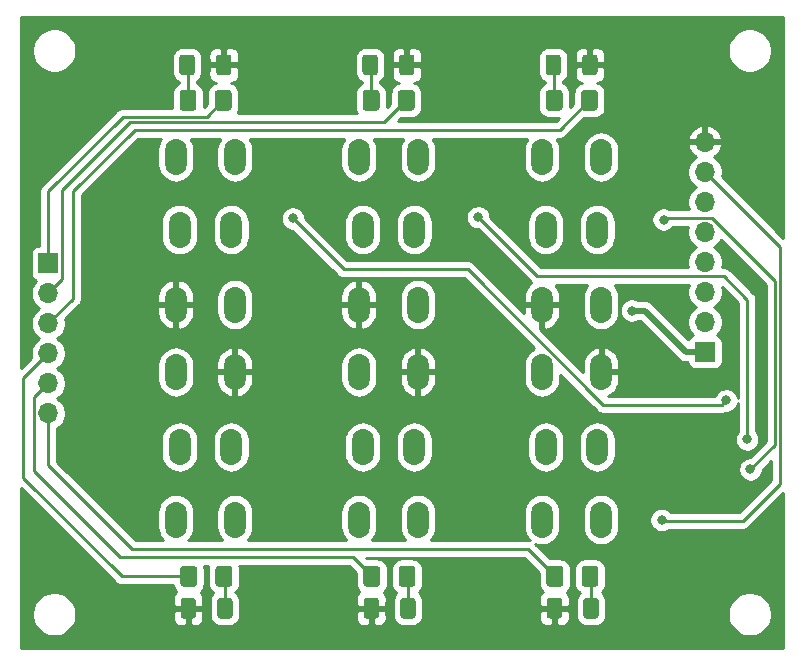
<source format=gbr>
G04 #@! TF.GenerationSoftware,KiCad,Pcbnew,5.1.8-5.1.8*
G04 #@! TF.CreationDate,2021-09-21T08:59:52+02:00*
G04 #@! TF.ProjectId,buttonbar,62757474-6f6e-4626-9172-2e6b69636164,rev?*
G04 #@! TF.SameCoordinates,Original*
G04 #@! TF.FileFunction,Copper,L1,Top*
G04 #@! TF.FilePolarity,Positive*
%FSLAX46Y46*%
G04 Gerber Fmt 4.6, Leading zero omitted, Abs format (unit mm)*
G04 Created by KiCad (PCBNEW 5.1.8-5.1.8) date 2021-09-21 08:59:52*
%MOMM*%
%LPD*%
G01*
G04 APERTURE LIST*
G04 #@! TA.AperFunction,ComponentPad*
%ADD10O,1.850000X3.048000*%
G04 #@! TD*
G04 #@! TA.AperFunction,ComponentPad*
%ADD11O,1.700000X1.700000*%
G04 #@! TD*
G04 #@! TA.AperFunction,ComponentPad*
%ADD12R,1.700000X1.700000*%
G04 #@! TD*
G04 #@! TA.AperFunction,ViaPad*
%ADD13C,0.800000*%
G04 #@! TD*
G04 #@! TA.AperFunction,Conductor*
%ADD14C,0.250000*%
G04 #@! TD*
G04 #@! TA.AperFunction,Conductor*
%ADD15C,0.500000*%
G04 #@! TD*
G04 #@! TA.AperFunction,Conductor*
%ADD16C,0.254000*%
G04 #@! TD*
G04 #@! TA.AperFunction,Conductor*
%ADD17C,0.100000*%
G04 #@! TD*
G04 APERTURE END LIST*
D10*
X143785000Y-64450000D03*
X139415000Y-64450000D03*
X144100000Y-70800000D03*
X139100000Y-70800000D03*
X144100000Y-58300000D03*
X139100000Y-58300000D03*
X123915000Y-82850000D03*
X128285000Y-82850000D03*
X123600000Y-76500000D03*
X128600000Y-76500000D03*
X123600000Y-89000000D03*
X128600000Y-89000000D03*
X159285000Y-64450000D03*
X154915000Y-64450000D03*
X159600000Y-70800000D03*
X154600000Y-70800000D03*
X159600000Y-58300000D03*
X154600000Y-58300000D03*
X128285000Y-64450000D03*
X123915000Y-64450000D03*
X128600000Y-70800000D03*
X123600000Y-70800000D03*
X128600000Y-58300000D03*
X123600000Y-58300000D03*
X139415000Y-82850000D03*
X143785000Y-82850000D03*
X139100000Y-76500000D03*
X144100000Y-76500000D03*
X139100000Y-89000000D03*
X144100000Y-89000000D03*
X154915000Y-82850000D03*
X159285000Y-82850000D03*
X154600000Y-76500000D03*
X159600000Y-76500000D03*
X154600000Y-89000000D03*
X159600000Y-89000000D03*
G04 #@! TA.AperFunction,SMDPad,CuDef*
G36*
G01*
X158100000Y-97125001D02*
X158100000Y-95874999D01*
G75*
G02*
X158349999Y-95625000I249999J0D01*
G01*
X159150001Y-95625000D01*
G75*
G02*
X159400000Y-95874999I0J-249999D01*
G01*
X159400000Y-97125001D01*
G75*
G02*
X159150001Y-97375000I-249999J0D01*
G01*
X158349999Y-97375000D01*
G75*
G02*
X158100000Y-97125001I0J249999D01*
G01*
G37*
G04 #@! TD.AperFunction*
G04 #@! TA.AperFunction,SMDPad,CuDef*
G36*
G01*
X155000000Y-97125001D02*
X155000000Y-95874999D01*
G75*
G02*
X155249999Y-95625000I249999J0D01*
G01*
X156050001Y-95625000D01*
G75*
G02*
X156300000Y-95874999I0J-249999D01*
G01*
X156300000Y-97125001D01*
G75*
G02*
X156050001Y-97375000I-249999J0D01*
G01*
X155249999Y-97375000D01*
G75*
G02*
X155000000Y-97125001I0J249999D01*
G01*
G37*
G04 #@! TD.AperFunction*
G04 #@! TA.AperFunction,SMDPad,CuDef*
G36*
G01*
X142600000Y-97125001D02*
X142600000Y-95874999D01*
G75*
G02*
X142849999Y-95625000I249999J0D01*
G01*
X143650001Y-95625000D01*
G75*
G02*
X143900000Y-95874999I0J-249999D01*
G01*
X143900000Y-97125001D01*
G75*
G02*
X143650001Y-97375000I-249999J0D01*
G01*
X142849999Y-97375000D01*
G75*
G02*
X142600000Y-97125001I0J249999D01*
G01*
G37*
G04 #@! TD.AperFunction*
G04 #@! TA.AperFunction,SMDPad,CuDef*
G36*
G01*
X139500000Y-97125001D02*
X139500000Y-95874999D01*
G75*
G02*
X139749999Y-95625000I249999J0D01*
G01*
X140550001Y-95625000D01*
G75*
G02*
X140800000Y-95874999I0J-249999D01*
G01*
X140800000Y-97125001D01*
G75*
G02*
X140550001Y-97375000I-249999J0D01*
G01*
X139749999Y-97375000D01*
G75*
G02*
X139500000Y-97125001I0J249999D01*
G01*
G37*
G04 #@! TD.AperFunction*
G04 #@! TA.AperFunction,SMDPad,CuDef*
G36*
G01*
X127100000Y-97125001D02*
X127100000Y-95874999D01*
G75*
G02*
X127349999Y-95625000I249999J0D01*
G01*
X128150001Y-95625000D01*
G75*
G02*
X128400000Y-95874999I0J-249999D01*
G01*
X128400000Y-97125001D01*
G75*
G02*
X128150001Y-97375000I-249999J0D01*
G01*
X127349999Y-97375000D01*
G75*
G02*
X127100000Y-97125001I0J249999D01*
G01*
G37*
G04 #@! TD.AperFunction*
G04 #@! TA.AperFunction,SMDPad,CuDef*
G36*
G01*
X124000000Y-97125001D02*
X124000000Y-95874999D01*
G75*
G02*
X124249999Y-95625000I249999J0D01*
G01*
X125050001Y-95625000D01*
G75*
G02*
X125300000Y-95874999I0J-249999D01*
G01*
X125300000Y-97125001D01*
G75*
G02*
X125050001Y-97375000I-249999J0D01*
G01*
X124249999Y-97375000D01*
G75*
G02*
X124000000Y-97125001I0J249999D01*
G01*
G37*
G04 #@! TD.AperFunction*
G04 #@! TA.AperFunction,SMDPad,CuDef*
G36*
G01*
X156200000Y-49874999D02*
X156200000Y-51125001D01*
G75*
G02*
X155950001Y-51375000I-249999J0D01*
G01*
X155149999Y-51375000D01*
G75*
G02*
X154900000Y-51125001I0J249999D01*
G01*
X154900000Y-49874999D01*
G75*
G02*
X155149999Y-49625000I249999J0D01*
G01*
X155950001Y-49625000D01*
G75*
G02*
X156200000Y-49874999I0J-249999D01*
G01*
G37*
G04 #@! TD.AperFunction*
G04 #@! TA.AperFunction,SMDPad,CuDef*
G36*
G01*
X159300000Y-49874999D02*
X159300000Y-51125001D01*
G75*
G02*
X159050001Y-51375000I-249999J0D01*
G01*
X158249999Y-51375000D01*
G75*
G02*
X158000000Y-51125001I0J249999D01*
G01*
X158000000Y-49874999D01*
G75*
G02*
X158249999Y-49625000I249999J0D01*
G01*
X159050001Y-49625000D01*
G75*
G02*
X159300000Y-49874999I0J-249999D01*
G01*
G37*
G04 #@! TD.AperFunction*
G04 #@! TA.AperFunction,SMDPad,CuDef*
G36*
G01*
X140700000Y-49874999D02*
X140700000Y-51125001D01*
G75*
G02*
X140450001Y-51375000I-249999J0D01*
G01*
X139649999Y-51375000D01*
G75*
G02*
X139400000Y-51125001I0J249999D01*
G01*
X139400000Y-49874999D01*
G75*
G02*
X139649999Y-49625000I249999J0D01*
G01*
X140450001Y-49625000D01*
G75*
G02*
X140700000Y-49874999I0J-249999D01*
G01*
G37*
G04 #@! TD.AperFunction*
G04 #@! TA.AperFunction,SMDPad,CuDef*
G36*
G01*
X143800000Y-49874999D02*
X143800000Y-51125001D01*
G75*
G02*
X143550001Y-51375000I-249999J0D01*
G01*
X142749999Y-51375000D01*
G75*
G02*
X142500000Y-51125001I0J249999D01*
G01*
X142500000Y-49874999D01*
G75*
G02*
X142749999Y-49625000I249999J0D01*
G01*
X143550001Y-49625000D01*
G75*
G02*
X143800000Y-49874999I0J-249999D01*
G01*
G37*
G04 #@! TD.AperFunction*
G04 #@! TA.AperFunction,SMDPad,CuDef*
G36*
G01*
X125200000Y-49874999D02*
X125200000Y-51125001D01*
G75*
G02*
X124950001Y-51375000I-249999J0D01*
G01*
X124149999Y-51375000D01*
G75*
G02*
X123900000Y-51125001I0J249999D01*
G01*
X123900000Y-49874999D01*
G75*
G02*
X124149999Y-49625000I249999J0D01*
G01*
X124950001Y-49625000D01*
G75*
G02*
X125200000Y-49874999I0J-249999D01*
G01*
G37*
G04 #@! TD.AperFunction*
G04 #@! TA.AperFunction,SMDPad,CuDef*
G36*
G01*
X128300000Y-49874999D02*
X128300000Y-51125001D01*
G75*
G02*
X128050001Y-51375000I-249999J0D01*
G01*
X127249999Y-51375000D01*
G75*
G02*
X127000000Y-51125001I0J249999D01*
G01*
X127000000Y-49874999D01*
G75*
G02*
X127249999Y-49625000I249999J0D01*
G01*
X128050001Y-49625000D01*
G75*
G02*
X128300000Y-49874999I0J-249999D01*
G01*
G37*
G04 #@! TD.AperFunction*
D11*
X112800000Y-80000000D03*
X112800000Y-77460000D03*
X112800000Y-74920000D03*
X112800000Y-72380000D03*
X112800000Y-69840000D03*
D12*
X112800000Y-67300000D03*
D11*
X168400000Y-57020000D03*
X168400000Y-59560000D03*
X168400000Y-62100000D03*
X168400000Y-64640000D03*
X168400000Y-67180000D03*
X168400000Y-69720000D03*
X168400000Y-72260000D03*
D12*
X168400000Y-74800000D03*
G04 #@! TA.AperFunction,SMDPad,CuDef*
G36*
G01*
X156402500Y-93175000D02*
X156402500Y-94425000D01*
G75*
G02*
X156152500Y-94675000I-250000J0D01*
G01*
X155227500Y-94675000D01*
G75*
G02*
X154977500Y-94425000I0J250000D01*
G01*
X154977500Y-93175000D01*
G75*
G02*
X155227500Y-92925000I250000J0D01*
G01*
X156152500Y-92925000D01*
G75*
G02*
X156402500Y-93175000I0J-250000D01*
G01*
G37*
G04 #@! TD.AperFunction*
G04 #@! TA.AperFunction,SMDPad,CuDef*
G36*
G01*
X159377500Y-93175000D02*
X159377500Y-94425000D01*
G75*
G02*
X159127500Y-94675000I-250000J0D01*
G01*
X158202500Y-94675000D01*
G75*
G02*
X157952500Y-94425000I0J250000D01*
G01*
X157952500Y-93175000D01*
G75*
G02*
X158202500Y-92925000I250000J0D01*
G01*
X159127500Y-92925000D01*
G75*
G02*
X159377500Y-93175000I0J-250000D01*
G01*
G37*
G04 #@! TD.AperFunction*
G04 #@! TA.AperFunction,SMDPad,CuDef*
G36*
G01*
X140902500Y-93175000D02*
X140902500Y-94425000D01*
G75*
G02*
X140652500Y-94675000I-250000J0D01*
G01*
X139727500Y-94675000D01*
G75*
G02*
X139477500Y-94425000I0J250000D01*
G01*
X139477500Y-93175000D01*
G75*
G02*
X139727500Y-92925000I250000J0D01*
G01*
X140652500Y-92925000D01*
G75*
G02*
X140902500Y-93175000I0J-250000D01*
G01*
G37*
G04 #@! TD.AperFunction*
G04 #@! TA.AperFunction,SMDPad,CuDef*
G36*
G01*
X143877500Y-93175000D02*
X143877500Y-94425000D01*
G75*
G02*
X143627500Y-94675000I-250000J0D01*
G01*
X142702500Y-94675000D01*
G75*
G02*
X142452500Y-94425000I0J250000D01*
G01*
X142452500Y-93175000D01*
G75*
G02*
X142702500Y-92925000I250000J0D01*
G01*
X143627500Y-92925000D01*
G75*
G02*
X143877500Y-93175000I0J-250000D01*
G01*
G37*
G04 #@! TD.AperFunction*
G04 #@! TA.AperFunction,SMDPad,CuDef*
G36*
G01*
X125402500Y-93175000D02*
X125402500Y-94425000D01*
G75*
G02*
X125152500Y-94675000I-250000J0D01*
G01*
X124227500Y-94675000D01*
G75*
G02*
X123977500Y-94425000I0J250000D01*
G01*
X123977500Y-93175000D01*
G75*
G02*
X124227500Y-92925000I250000J0D01*
G01*
X125152500Y-92925000D01*
G75*
G02*
X125402500Y-93175000I0J-250000D01*
G01*
G37*
G04 #@! TD.AperFunction*
G04 #@! TA.AperFunction,SMDPad,CuDef*
G36*
G01*
X128377500Y-93175000D02*
X128377500Y-94425000D01*
G75*
G02*
X128127500Y-94675000I-250000J0D01*
G01*
X127202500Y-94675000D01*
G75*
G02*
X126952500Y-94425000I0J250000D01*
G01*
X126952500Y-93175000D01*
G75*
G02*
X127202500Y-92925000I250000J0D01*
G01*
X128127500Y-92925000D01*
G75*
G02*
X128377500Y-93175000I0J-250000D01*
G01*
G37*
G04 #@! TD.AperFunction*
G04 #@! TA.AperFunction,SMDPad,CuDef*
G36*
G01*
X157897500Y-54125000D02*
X157897500Y-52875000D01*
G75*
G02*
X158147500Y-52625000I250000J0D01*
G01*
X159072500Y-52625000D01*
G75*
G02*
X159322500Y-52875000I0J-250000D01*
G01*
X159322500Y-54125000D01*
G75*
G02*
X159072500Y-54375000I-250000J0D01*
G01*
X158147500Y-54375000D01*
G75*
G02*
X157897500Y-54125000I0J250000D01*
G01*
G37*
G04 #@! TD.AperFunction*
G04 #@! TA.AperFunction,SMDPad,CuDef*
G36*
G01*
X154922500Y-54125000D02*
X154922500Y-52875000D01*
G75*
G02*
X155172500Y-52625000I250000J0D01*
G01*
X156097500Y-52625000D01*
G75*
G02*
X156347500Y-52875000I0J-250000D01*
G01*
X156347500Y-54125000D01*
G75*
G02*
X156097500Y-54375000I-250000J0D01*
G01*
X155172500Y-54375000D01*
G75*
G02*
X154922500Y-54125000I0J250000D01*
G01*
G37*
G04 #@! TD.AperFunction*
G04 #@! TA.AperFunction,SMDPad,CuDef*
G36*
G01*
X142397500Y-54125000D02*
X142397500Y-52875000D01*
G75*
G02*
X142647500Y-52625000I250000J0D01*
G01*
X143572500Y-52625000D01*
G75*
G02*
X143822500Y-52875000I0J-250000D01*
G01*
X143822500Y-54125000D01*
G75*
G02*
X143572500Y-54375000I-250000J0D01*
G01*
X142647500Y-54375000D01*
G75*
G02*
X142397500Y-54125000I0J250000D01*
G01*
G37*
G04 #@! TD.AperFunction*
G04 #@! TA.AperFunction,SMDPad,CuDef*
G36*
G01*
X139422500Y-54125000D02*
X139422500Y-52875000D01*
G75*
G02*
X139672500Y-52625000I250000J0D01*
G01*
X140597500Y-52625000D01*
G75*
G02*
X140847500Y-52875000I0J-250000D01*
G01*
X140847500Y-54125000D01*
G75*
G02*
X140597500Y-54375000I-250000J0D01*
G01*
X139672500Y-54375000D01*
G75*
G02*
X139422500Y-54125000I0J250000D01*
G01*
G37*
G04 #@! TD.AperFunction*
G04 #@! TA.AperFunction,SMDPad,CuDef*
G36*
G01*
X126897500Y-54125000D02*
X126897500Y-52875000D01*
G75*
G02*
X127147500Y-52625000I250000J0D01*
G01*
X128072500Y-52625000D01*
G75*
G02*
X128322500Y-52875000I0J-250000D01*
G01*
X128322500Y-54125000D01*
G75*
G02*
X128072500Y-54375000I-250000J0D01*
G01*
X127147500Y-54375000D01*
G75*
G02*
X126897500Y-54125000I0J250000D01*
G01*
G37*
G04 #@! TD.AperFunction*
G04 #@! TA.AperFunction,SMDPad,CuDef*
G36*
G01*
X123922500Y-54125000D02*
X123922500Y-52875000D01*
G75*
G02*
X124172500Y-52625000I250000J0D01*
G01*
X125097500Y-52625000D01*
G75*
G02*
X125347500Y-52875000I0J-250000D01*
G01*
X125347500Y-54125000D01*
G75*
G02*
X125097500Y-54375000I-250000J0D01*
G01*
X124172500Y-54375000D01*
G75*
G02*
X123922500Y-54125000I0J250000D01*
G01*
G37*
G04 #@! TD.AperFunction*
D13*
X133500000Y-63500000D03*
X170200000Y-78900000D03*
X149200000Y-63400000D03*
X171975000Y-82200000D03*
X164900000Y-63600000D03*
X172237347Y-84737347D03*
X162200000Y-71300000D03*
X164728231Y-89028231D03*
D14*
X169800000Y-79300000D02*
X170200000Y-78900000D01*
X159800000Y-79300000D02*
X169800000Y-79300000D01*
X148300000Y-67800000D02*
X159800000Y-79300000D01*
X137800000Y-67800000D02*
X148300000Y-67800000D01*
X133500000Y-63500000D02*
X137800000Y-67800000D01*
X171975000Y-70375000D02*
X171975000Y-82200000D01*
X170000000Y-68400000D02*
X171975000Y-70375000D01*
X154200000Y-68400000D02*
X170000000Y-68400000D01*
X149200000Y-63400000D02*
X154200000Y-68400000D01*
X168964001Y-63464999D02*
X174300000Y-68800998D01*
X165035001Y-63464999D02*
X168964001Y-63464999D01*
X164900000Y-63600000D02*
X165035001Y-63464999D01*
X174300000Y-82674694D02*
X172237347Y-84737347D01*
X174300000Y-68800998D02*
X174300000Y-82674694D01*
D15*
X166800000Y-74800000D02*
X168400000Y-74800000D01*
X163300000Y-71300000D02*
X166800000Y-74800000D01*
X162200000Y-71300000D02*
X163300000Y-71300000D01*
D14*
X126210000Y-54900000D02*
X127610000Y-53500000D01*
X119100000Y-54900000D02*
X126210000Y-54900000D01*
X112800000Y-61200000D02*
X119100000Y-54900000D01*
X112800000Y-67300000D02*
X112800000Y-61200000D01*
X124635000Y-50585000D02*
X124550000Y-50500000D01*
X124635000Y-53500000D02*
X124635000Y-50585000D01*
X113975001Y-68664999D02*
X113975001Y-61124999D01*
X112800000Y-69840000D02*
X113975001Y-68664999D01*
X141259990Y-55350010D02*
X143110000Y-53500000D01*
X119749990Y-55350010D02*
X141259990Y-55350010D01*
X113975001Y-61124999D02*
X119749990Y-55350010D01*
X140135000Y-50585000D02*
X140050000Y-50500000D01*
X140135000Y-53500000D02*
X140135000Y-50585000D01*
X120100000Y-56000000D02*
X156110000Y-56000000D01*
X114900000Y-61200000D02*
X120100000Y-56000000D01*
X114900000Y-70280000D02*
X114900000Y-61200000D01*
X156110000Y-56000000D02*
X158610000Y-53500000D01*
X112800000Y-72380000D02*
X114900000Y-70280000D01*
X155635000Y-50585000D02*
X155550000Y-50500000D01*
X155635000Y-53500000D02*
X155635000Y-50585000D01*
X119000000Y-93800000D02*
X124690000Y-93800000D01*
X110700000Y-85500000D02*
X119000000Y-93800000D01*
X110700000Y-77020000D02*
X110700000Y-85500000D01*
X112800000Y-74920000D02*
X110700000Y-77020000D01*
X127750000Y-93885000D02*
X127665000Y-93800000D01*
X127750000Y-96500000D02*
X127750000Y-93885000D01*
X111624999Y-78635001D02*
X112800000Y-77460000D01*
X111624999Y-84924999D02*
X111624999Y-78635001D01*
X118900000Y-92200000D02*
X111624999Y-84924999D01*
X138590000Y-92200000D02*
X118900000Y-92200000D01*
X140190000Y-93800000D02*
X138590000Y-92200000D01*
X143250000Y-93885000D02*
X143165000Y-93800000D01*
X143250000Y-96500000D02*
X143250000Y-93885000D01*
X153390000Y-91500000D02*
X155690000Y-93800000D01*
X119900000Y-91500000D02*
X153390000Y-91500000D01*
X112800000Y-84400000D02*
X119900000Y-91500000D01*
X112800000Y-80000000D02*
X112800000Y-84400000D01*
X158750000Y-93885000D02*
X158665000Y-93800000D01*
X158750000Y-96500000D02*
X158750000Y-93885000D01*
X174750010Y-65910010D02*
X174750010Y-85949990D01*
X168400000Y-59560000D02*
X174750010Y-65910010D01*
X174750010Y-85949990D02*
X171600000Y-89100000D01*
X164800000Y-89100000D02*
X164728231Y-89028231D01*
X171600000Y-89100000D02*
X164800000Y-89100000D01*
D16*
X175040000Y-65125198D02*
X169841209Y-59926408D01*
X169885000Y-59706260D01*
X169885000Y-59413740D01*
X169827932Y-59126842D01*
X169715990Y-58856589D01*
X169553475Y-58613368D01*
X169346632Y-58406525D01*
X169164466Y-58284805D01*
X169281355Y-58215178D01*
X169497588Y-58020269D01*
X169671641Y-57786920D01*
X169796825Y-57524099D01*
X169841476Y-57376890D01*
X169720155Y-57147000D01*
X168527000Y-57147000D01*
X168527000Y-57167000D01*
X168273000Y-57167000D01*
X168273000Y-57147000D01*
X167079845Y-57147000D01*
X166958524Y-57376890D01*
X167003175Y-57524099D01*
X167128359Y-57786920D01*
X167302412Y-58020269D01*
X167518645Y-58215178D01*
X167635534Y-58284805D01*
X167453368Y-58406525D01*
X167246525Y-58613368D01*
X167084010Y-58856589D01*
X166972068Y-59126842D01*
X166915000Y-59413740D01*
X166915000Y-59706260D01*
X166972068Y-59993158D01*
X167084010Y-60263411D01*
X167246525Y-60506632D01*
X167453368Y-60713475D01*
X167627760Y-60830000D01*
X167453368Y-60946525D01*
X167246525Y-61153368D01*
X167084010Y-61396589D01*
X166972068Y-61666842D01*
X166915000Y-61953740D01*
X166915000Y-62246260D01*
X166972068Y-62533158D01*
X167043247Y-62704999D01*
X165423487Y-62704999D01*
X165390256Y-62682795D01*
X165201898Y-62604774D01*
X165001939Y-62565000D01*
X164798061Y-62565000D01*
X164598102Y-62604774D01*
X164409744Y-62682795D01*
X164240226Y-62796063D01*
X164096063Y-62940226D01*
X163982795Y-63109744D01*
X163904774Y-63298102D01*
X163865000Y-63498061D01*
X163865000Y-63701939D01*
X163904774Y-63901898D01*
X163982795Y-64090256D01*
X164096063Y-64259774D01*
X164240226Y-64403937D01*
X164409744Y-64517205D01*
X164598102Y-64595226D01*
X164798061Y-64635000D01*
X165001939Y-64635000D01*
X165201898Y-64595226D01*
X165390256Y-64517205D01*
X165559774Y-64403937D01*
X165703937Y-64259774D01*
X165727173Y-64224999D01*
X166968456Y-64224999D01*
X166915000Y-64493740D01*
X166915000Y-64786260D01*
X166972068Y-65073158D01*
X167084010Y-65343411D01*
X167246525Y-65586632D01*
X167453368Y-65793475D01*
X167627760Y-65910000D01*
X167453368Y-66026525D01*
X167246525Y-66233368D01*
X167084010Y-66476589D01*
X166972068Y-66746842D01*
X166915000Y-67033740D01*
X166915000Y-67326260D01*
X166972068Y-67613158D01*
X166983186Y-67640000D01*
X154514802Y-67640000D01*
X150649167Y-63774365D01*
X153355000Y-63774365D01*
X153355000Y-65125636D01*
X153377572Y-65354813D01*
X153466774Y-65648875D01*
X153611632Y-65919883D01*
X153806577Y-66157424D01*
X154044118Y-66352369D01*
X154315126Y-66497226D01*
X154609188Y-66586428D01*
X154915000Y-66616548D01*
X155220813Y-66586428D01*
X155514875Y-66497226D01*
X155785883Y-66352369D01*
X156023424Y-66157424D01*
X156218369Y-65919883D01*
X156363226Y-65648875D01*
X156452428Y-65354813D01*
X156475000Y-65125636D01*
X156475000Y-63774365D01*
X157725000Y-63774365D01*
X157725000Y-65125636D01*
X157747572Y-65354813D01*
X157836774Y-65648875D01*
X157981632Y-65919883D01*
X158176577Y-66157424D01*
X158414118Y-66352369D01*
X158685126Y-66497226D01*
X158979188Y-66586428D01*
X159285000Y-66616548D01*
X159590813Y-66586428D01*
X159884875Y-66497226D01*
X160155883Y-66352369D01*
X160393424Y-66157424D01*
X160588369Y-65919883D01*
X160733226Y-65648875D01*
X160822428Y-65354813D01*
X160845000Y-65125636D01*
X160845000Y-63774364D01*
X160822428Y-63545187D01*
X160733226Y-63251125D01*
X160588369Y-62980117D01*
X160393424Y-62742576D01*
X160155882Y-62547631D01*
X159884874Y-62402774D01*
X159590812Y-62313572D01*
X159285000Y-62283452D01*
X158979187Y-62313572D01*
X158685125Y-62402774D01*
X158414117Y-62547631D01*
X158176576Y-62742576D01*
X157981631Y-62980118D01*
X157836774Y-63251126D01*
X157747572Y-63545188D01*
X157725000Y-63774365D01*
X156475000Y-63774365D01*
X156475000Y-63774364D01*
X156452428Y-63545187D01*
X156363226Y-63251125D01*
X156218369Y-62980117D01*
X156023424Y-62742576D01*
X155785882Y-62547631D01*
X155514874Y-62402774D01*
X155220812Y-62313572D01*
X154915000Y-62283452D01*
X154609187Y-62313572D01*
X154315125Y-62402774D01*
X154044117Y-62547631D01*
X153806576Y-62742576D01*
X153611631Y-62980118D01*
X153466774Y-63251126D01*
X153377572Y-63545188D01*
X153355000Y-63774365D01*
X150649167Y-63774365D01*
X150235000Y-63360199D01*
X150235000Y-63298061D01*
X150195226Y-63098102D01*
X150117205Y-62909744D01*
X150003937Y-62740226D01*
X149859774Y-62596063D01*
X149690256Y-62482795D01*
X149501898Y-62404774D01*
X149301939Y-62365000D01*
X149098061Y-62365000D01*
X148898102Y-62404774D01*
X148709744Y-62482795D01*
X148540226Y-62596063D01*
X148396063Y-62740226D01*
X148282795Y-62909744D01*
X148204774Y-63098102D01*
X148165000Y-63298061D01*
X148165000Y-63501939D01*
X148204774Y-63701898D01*
X148282795Y-63890256D01*
X148396063Y-64059774D01*
X148540226Y-64203937D01*
X148709744Y-64317205D01*
X148898102Y-64395226D01*
X149098061Y-64435000D01*
X149160199Y-64435000D01*
X153636200Y-68911002D01*
X153659999Y-68940001D01*
X153671446Y-68949395D01*
X153586715Y-69008111D01*
X153373464Y-69228714D01*
X153207348Y-69486681D01*
X153094751Y-69772099D01*
X153040000Y-70074000D01*
X153040000Y-70673000D01*
X154473000Y-70673000D01*
X154473000Y-70653000D01*
X154727000Y-70653000D01*
X154727000Y-70673000D01*
X156160000Y-70673000D01*
X156160000Y-70074000D01*
X156105249Y-69772099D01*
X155992652Y-69486681D01*
X155826536Y-69228714D01*
X155760112Y-69160000D01*
X158436243Y-69160000D01*
X158296631Y-69330118D01*
X158151774Y-69601126D01*
X158062572Y-69895188D01*
X158040000Y-70124365D01*
X158040000Y-71475636D01*
X158062572Y-71704813D01*
X158151774Y-71998875D01*
X158296632Y-72269883D01*
X158491577Y-72507424D01*
X158729118Y-72702369D01*
X159000126Y-72847226D01*
X159294188Y-72936428D01*
X159600000Y-72966548D01*
X159905813Y-72936428D01*
X160199875Y-72847226D01*
X160470883Y-72702369D01*
X160708424Y-72507424D01*
X160903369Y-72269883D01*
X161048226Y-71998875D01*
X161137428Y-71704813D01*
X161160000Y-71475636D01*
X161160000Y-70124364D01*
X161137428Y-69895187D01*
X161048226Y-69601125D01*
X160903369Y-69330117D01*
X160763757Y-69160000D01*
X167024607Y-69160000D01*
X166972068Y-69286842D01*
X166915000Y-69573740D01*
X166915000Y-69866260D01*
X166972068Y-70153158D01*
X167084010Y-70423411D01*
X167246525Y-70666632D01*
X167453368Y-70873475D01*
X167627760Y-70990000D01*
X167453368Y-71106525D01*
X167246525Y-71313368D01*
X167084010Y-71556589D01*
X166972068Y-71826842D01*
X166915000Y-72113740D01*
X166915000Y-72406260D01*
X166972068Y-72693158D01*
X167084010Y-72963411D01*
X167246525Y-73206632D01*
X167378380Y-73338487D01*
X167305820Y-73360498D01*
X167195506Y-73419463D01*
X167098815Y-73498815D01*
X167019463Y-73595506D01*
X166960498Y-73705820D01*
X166959777Y-73708198D01*
X163956534Y-70704956D01*
X163928817Y-70671183D01*
X163794059Y-70560589D01*
X163640313Y-70478411D01*
X163473490Y-70427805D01*
X163343477Y-70415000D01*
X163343469Y-70415000D01*
X163300000Y-70410719D01*
X163256531Y-70415000D01*
X162738454Y-70415000D01*
X162690256Y-70382795D01*
X162501898Y-70304774D01*
X162301939Y-70265000D01*
X162098061Y-70265000D01*
X161898102Y-70304774D01*
X161709744Y-70382795D01*
X161540226Y-70496063D01*
X161396063Y-70640226D01*
X161282795Y-70809744D01*
X161204774Y-70998102D01*
X161165000Y-71198061D01*
X161165000Y-71401939D01*
X161204774Y-71601898D01*
X161282795Y-71790256D01*
X161396063Y-71959774D01*
X161540226Y-72103937D01*
X161709744Y-72217205D01*
X161898102Y-72295226D01*
X162098061Y-72335000D01*
X162301939Y-72335000D01*
X162501898Y-72295226D01*
X162690256Y-72217205D01*
X162738454Y-72185000D01*
X162933422Y-72185000D01*
X166143470Y-75395049D01*
X166171183Y-75428817D01*
X166204951Y-75456530D01*
X166204953Y-75456532D01*
X166276452Y-75515210D01*
X166305941Y-75539411D01*
X166459687Y-75621589D01*
X166626510Y-75672195D01*
X166756523Y-75685000D01*
X166756533Y-75685000D01*
X166799999Y-75689281D01*
X166843465Y-75685000D01*
X166915375Y-75685000D01*
X166924188Y-75774482D01*
X166960498Y-75894180D01*
X167019463Y-76004494D01*
X167098815Y-76101185D01*
X167195506Y-76180537D01*
X167305820Y-76239502D01*
X167425518Y-76275812D01*
X167550000Y-76288072D01*
X169250000Y-76288072D01*
X169374482Y-76275812D01*
X169494180Y-76239502D01*
X169604494Y-76180537D01*
X169701185Y-76101185D01*
X169780537Y-76004494D01*
X169839502Y-75894180D01*
X169875812Y-75774482D01*
X169888072Y-75650000D01*
X169888072Y-73950000D01*
X169875812Y-73825518D01*
X169839502Y-73705820D01*
X169780537Y-73595506D01*
X169701185Y-73498815D01*
X169604494Y-73419463D01*
X169494180Y-73360498D01*
X169421620Y-73338487D01*
X169553475Y-73206632D01*
X169715990Y-72963411D01*
X169827932Y-72693158D01*
X169885000Y-72406260D01*
X169885000Y-72113740D01*
X169827932Y-71826842D01*
X169715990Y-71556589D01*
X169553475Y-71313368D01*
X169346632Y-71106525D01*
X169172240Y-70990000D01*
X169346632Y-70873475D01*
X169553475Y-70666632D01*
X169715990Y-70423411D01*
X169827932Y-70153158D01*
X169885000Y-69866260D01*
X169885000Y-69573740D01*
X169831878Y-69306679D01*
X171215000Y-70689802D01*
X171215001Y-78697517D01*
X171195226Y-78598102D01*
X171117205Y-78409744D01*
X171003937Y-78240226D01*
X170859774Y-78096063D01*
X170690256Y-77982795D01*
X170501898Y-77904774D01*
X170301939Y-77865000D01*
X170098061Y-77865000D01*
X169898102Y-77904774D01*
X169709744Y-77982795D01*
X169540226Y-78096063D01*
X169396063Y-78240226D01*
X169282795Y-78409744D01*
X169228841Y-78540000D01*
X160192166Y-78540000D01*
X160361094Y-78466650D01*
X160613285Y-78291889D01*
X160826536Y-78071286D01*
X160992652Y-77813319D01*
X161105249Y-77527901D01*
X161160000Y-77226000D01*
X161160000Y-76627000D01*
X159727000Y-76627000D01*
X159727000Y-76647000D01*
X159473000Y-76647000D01*
X159473000Y-76627000D01*
X159453000Y-76627000D01*
X159453000Y-76373000D01*
X159473000Y-76373000D01*
X159473000Y-74505517D01*
X159727000Y-74505517D01*
X159727000Y-76373000D01*
X161160000Y-76373000D01*
X161160000Y-75774000D01*
X161105249Y-75472099D01*
X160992652Y-75186681D01*
X160826536Y-74928714D01*
X160613285Y-74708111D01*
X160361094Y-74533350D01*
X160079655Y-74411147D01*
X159968664Y-74385188D01*
X159727000Y-74505517D01*
X159473000Y-74505517D01*
X159231336Y-74385188D01*
X159120345Y-74411147D01*
X158838906Y-74533350D01*
X158586715Y-74708111D01*
X158373464Y-74928714D01*
X158207348Y-75186681D01*
X158094751Y-75472099D01*
X158040000Y-75774000D01*
X158040000Y-76465198D01*
X154403760Y-72828959D01*
X154473000Y-72794483D01*
X154473000Y-70927000D01*
X154727000Y-70927000D01*
X154727000Y-72794483D01*
X154968664Y-72914812D01*
X155079655Y-72888853D01*
X155361094Y-72766650D01*
X155613285Y-72591889D01*
X155826536Y-72371286D01*
X155992652Y-72113319D01*
X156105249Y-71827901D01*
X156160000Y-71526000D01*
X156160000Y-70927000D01*
X154727000Y-70927000D01*
X154473000Y-70927000D01*
X153040000Y-70927000D01*
X153040000Y-71465199D01*
X148863804Y-67289003D01*
X148840001Y-67259999D01*
X148724276Y-67165026D01*
X148592247Y-67094454D01*
X148448986Y-67050997D01*
X148337333Y-67040000D01*
X148337322Y-67040000D01*
X148300000Y-67036324D01*
X148262678Y-67040000D01*
X138114802Y-67040000D01*
X134849167Y-63774365D01*
X137855000Y-63774365D01*
X137855000Y-65125636D01*
X137877572Y-65354813D01*
X137966774Y-65648875D01*
X138111632Y-65919883D01*
X138306577Y-66157424D01*
X138544118Y-66352369D01*
X138815126Y-66497226D01*
X139109188Y-66586428D01*
X139415000Y-66616548D01*
X139720813Y-66586428D01*
X140014875Y-66497226D01*
X140285883Y-66352369D01*
X140523424Y-66157424D01*
X140718369Y-65919883D01*
X140863226Y-65648875D01*
X140952428Y-65354813D01*
X140975000Y-65125636D01*
X140975000Y-63774365D01*
X142225000Y-63774365D01*
X142225000Y-65125636D01*
X142247572Y-65354813D01*
X142336774Y-65648875D01*
X142481632Y-65919883D01*
X142676577Y-66157424D01*
X142914118Y-66352369D01*
X143185126Y-66497226D01*
X143479188Y-66586428D01*
X143785000Y-66616548D01*
X144090813Y-66586428D01*
X144384875Y-66497226D01*
X144655883Y-66352369D01*
X144893424Y-66157424D01*
X145088369Y-65919883D01*
X145233226Y-65648875D01*
X145322428Y-65354813D01*
X145345000Y-65125636D01*
X145345000Y-63774364D01*
X145322428Y-63545187D01*
X145233226Y-63251125D01*
X145088369Y-62980117D01*
X144893424Y-62742576D01*
X144655882Y-62547631D01*
X144384874Y-62402774D01*
X144090812Y-62313572D01*
X143785000Y-62283452D01*
X143479187Y-62313572D01*
X143185125Y-62402774D01*
X142914117Y-62547631D01*
X142676576Y-62742576D01*
X142481631Y-62980118D01*
X142336774Y-63251126D01*
X142247572Y-63545188D01*
X142225000Y-63774365D01*
X140975000Y-63774365D01*
X140975000Y-63774364D01*
X140952428Y-63545187D01*
X140863226Y-63251125D01*
X140718369Y-62980117D01*
X140523424Y-62742576D01*
X140285882Y-62547631D01*
X140014874Y-62402774D01*
X139720812Y-62313572D01*
X139415000Y-62283452D01*
X139109187Y-62313572D01*
X138815125Y-62402774D01*
X138544117Y-62547631D01*
X138306576Y-62742576D01*
X138111631Y-62980118D01*
X137966774Y-63251126D01*
X137877572Y-63545188D01*
X137855000Y-63774365D01*
X134849167Y-63774365D01*
X134535000Y-63460199D01*
X134535000Y-63398061D01*
X134495226Y-63198102D01*
X134417205Y-63009744D01*
X134303937Y-62840226D01*
X134159774Y-62696063D01*
X133990256Y-62582795D01*
X133801898Y-62504774D01*
X133601939Y-62465000D01*
X133398061Y-62465000D01*
X133198102Y-62504774D01*
X133009744Y-62582795D01*
X132840226Y-62696063D01*
X132696063Y-62840226D01*
X132582795Y-63009744D01*
X132504774Y-63198102D01*
X132465000Y-63398061D01*
X132465000Y-63601939D01*
X132504774Y-63801898D01*
X132582795Y-63990256D01*
X132696063Y-64159774D01*
X132840226Y-64303937D01*
X133009744Y-64417205D01*
X133198102Y-64495226D01*
X133398061Y-64535000D01*
X133460199Y-64535000D01*
X137236200Y-68311002D01*
X137259999Y-68340001D01*
X137375724Y-68434974D01*
X137507753Y-68505546D01*
X137651014Y-68549003D01*
X137762667Y-68560000D01*
X137762676Y-68560000D01*
X137799999Y-68563676D01*
X137837322Y-68560000D01*
X147985199Y-68560000D01*
X153920522Y-74495323D01*
X153729118Y-74597631D01*
X153491577Y-74792576D01*
X153296632Y-75030117D01*
X153151774Y-75301125D01*
X153062572Y-75595187D01*
X153040000Y-75824364D01*
X153040000Y-77175635D01*
X153062572Y-77404812D01*
X153151774Y-77698874D01*
X153296631Y-77969882D01*
X153491576Y-78207424D01*
X153729117Y-78402369D01*
X154000125Y-78547226D01*
X154294187Y-78636428D01*
X154600000Y-78666548D01*
X154905812Y-78636428D01*
X155199874Y-78547226D01*
X155470882Y-78402369D01*
X155708424Y-78207424D01*
X155903369Y-77969883D01*
X156048226Y-77698875D01*
X156137428Y-77404813D01*
X156160000Y-77175636D01*
X156160000Y-76734802D01*
X159236201Y-79811003D01*
X159259999Y-79840001D01*
X159288997Y-79863799D01*
X159375723Y-79934974D01*
X159507753Y-80005546D01*
X159651014Y-80049003D01*
X159762667Y-80060000D01*
X159762677Y-80060000D01*
X159800000Y-80063676D01*
X159837323Y-80060000D01*
X169762678Y-80060000D01*
X169800000Y-80063676D01*
X169837322Y-80060000D01*
X169837333Y-80060000D01*
X169948986Y-80049003D01*
X170092247Y-80005546D01*
X170224227Y-79935000D01*
X170301939Y-79935000D01*
X170501898Y-79895226D01*
X170690256Y-79817205D01*
X170859774Y-79703937D01*
X171003937Y-79559774D01*
X171117205Y-79390256D01*
X171195226Y-79201898D01*
X171215001Y-79102483D01*
X171215001Y-81496288D01*
X171171063Y-81540226D01*
X171057795Y-81709744D01*
X170979774Y-81898102D01*
X170940000Y-82098061D01*
X170940000Y-82301939D01*
X170979774Y-82501898D01*
X171057795Y-82690256D01*
X171171063Y-82859774D01*
X171315226Y-83003937D01*
X171484744Y-83117205D01*
X171673102Y-83195226D01*
X171873061Y-83235000D01*
X172076939Y-83235000D01*
X172276898Y-83195226D01*
X172465256Y-83117205D01*
X172634774Y-83003937D01*
X172778937Y-82859774D01*
X172892205Y-82690256D01*
X172970226Y-82501898D01*
X173010000Y-82301939D01*
X173010000Y-82098061D01*
X172970226Y-81898102D01*
X172892205Y-81709744D01*
X172778937Y-81540226D01*
X172735000Y-81496289D01*
X172735000Y-70412325D01*
X172738676Y-70375000D01*
X172735000Y-70337675D01*
X172735000Y-70337667D01*
X172724003Y-70226014D01*
X172680546Y-70082753D01*
X172609974Y-69950724D01*
X172515001Y-69834999D01*
X172486004Y-69811202D01*
X170563804Y-67889003D01*
X170540001Y-67859999D01*
X170424276Y-67765026D01*
X170292247Y-67694454D01*
X170148986Y-67650997D01*
X170037333Y-67640000D01*
X170037322Y-67640000D01*
X170000000Y-67636324D01*
X169962678Y-67640000D01*
X169816814Y-67640000D01*
X169827932Y-67613158D01*
X169885000Y-67326260D01*
X169885000Y-67033740D01*
X169827932Y-66746842D01*
X169715990Y-66476589D01*
X169553475Y-66233368D01*
X169346632Y-66026525D01*
X169172240Y-65910000D01*
X169346632Y-65793475D01*
X169553475Y-65586632D01*
X169715990Y-65343411D01*
X169731110Y-65306909D01*
X173540000Y-69115800D01*
X173540001Y-82359891D01*
X172197546Y-83702347D01*
X172135408Y-83702347D01*
X171935449Y-83742121D01*
X171747091Y-83820142D01*
X171577573Y-83933410D01*
X171433410Y-84077573D01*
X171320142Y-84247091D01*
X171242121Y-84435449D01*
X171202347Y-84635408D01*
X171202347Y-84839286D01*
X171242121Y-85039245D01*
X171320142Y-85227603D01*
X171433410Y-85397121D01*
X171577573Y-85541284D01*
X171747091Y-85654552D01*
X171935449Y-85732573D01*
X172135408Y-85772347D01*
X172339286Y-85772347D01*
X172539245Y-85732573D01*
X172727603Y-85654552D01*
X172897121Y-85541284D01*
X173041284Y-85397121D01*
X173154552Y-85227603D01*
X173232573Y-85039245D01*
X173272347Y-84839286D01*
X173272347Y-84777148D01*
X173990011Y-84059485D01*
X173990011Y-85635187D01*
X171285199Y-88340000D01*
X165503711Y-88340000D01*
X165388005Y-88224294D01*
X165218487Y-88111026D01*
X165030129Y-88033005D01*
X164830170Y-87993231D01*
X164626292Y-87993231D01*
X164426333Y-88033005D01*
X164237975Y-88111026D01*
X164068457Y-88224294D01*
X163924294Y-88368457D01*
X163811026Y-88537975D01*
X163733005Y-88726333D01*
X163693231Y-88926292D01*
X163693231Y-89130170D01*
X163733005Y-89330129D01*
X163811026Y-89518487D01*
X163924294Y-89688005D01*
X164068457Y-89832168D01*
X164237975Y-89945436D01*
X164426333Y-90023457D01*
X164626292Y-90063231D01*
X164830170Y-90063231D01*
X165030129Y-90023457D01*
X165218487Y-89945436D01*
X165346351Y-89860000D01*
X171562678Y-89860000D01*
X171600000Y-89863676D01*
X171637322Y-89860000D01*
X171637333Y-89860000D01*
X171748986Y-89849003D01*
X171892247Y-89805546D01*
X172024276Y-89734974D01*
X172140001Y-89640001D01*
X172163804Y-89610997D01*
X175040001Y-86734801D01*
X175040001Y-99840000D01*
X110460000Y-99840000D01*
X110460000Y-96814344D01*
X111415000Y-96814344D01*
X111415000Y-97185656D01*
X111487439Y-97549834D01*
X111629534Y-97892882D01*
X111835825Y-98201618D01*
X112098382Y-98464175D01*
X112407118Y-98670466D01*
X112750166Y-98812561D01*
X113114344Y-98885000D01*
X113485656Y-98885000D01*
X113849834Y-98812561D01*
X114192882Y-98670466D01*
X114501618Y-98464175D01*
X114764175Y-98201618D01*
X114970466Y-97892882D01*
X115112561Y-97549834D01*
X115147337Y-97375000D01*
X123361928Y-97375000D01*
X123374188Y-97499482D01*
X123410498Y-97619180D01*
X123469463Y-97729494D01*
X123548815Y-97826185D01*
X123645506Y-97905537D01*
X123755820Y-97964502D01*
X123875518Y-98000812D01*
X124000000Y-98013072D01*
X124364250Y-98010000D01*
X124523000Y-97851250D01*
X124523000Y-96627000D01*
X124777000Y-96627000D01*
X124777000Y-97851250D01*
X124935750Y-98010000D01*
X125300000Y-98013072D01*
X125424482Y-98000812D01*
X125544180Y-97964502D01*
X125654494Y-97905537D01*
X125751185Y-97826185D01*
X125830537Y-97729494D01*
X125889502Y-97619180D01*
X125925812Y-97499482D01*
X125938072Y-97375000D01*
X125935000Y-96785750D01*
X125776250Y-96627000D01*
X124777000Y-96627000D01*
X124523000Y-96627000D01*
X123523750Y-96627000D01*
X123365000Y-96785750D01*
X123361928Y-97375000D01*
X115147337Y-97375000D01*
X115185000Y-97185656D01*
X115185000Y-96814344D01*
X115112561Y-96450166D01*
X114970466Y-96107118D01*
X114764175Y-95798382D01*
X114501618Y-95535825D01*
X114192882Y-95329534D01*
X113849834Y-95187439D01*
X113485656Y-95115000D01*
X113114344Y-95115000D01*
X112750166Y-95187439D01*
X112407118Y-95329534D01*
X112098382Y-95535825D01*
X111835825Y-95798382D01*
X111629534Y-96107118D01*
X111487439Y-96450166D01*
X111415000Y-96814344D01*
X110460000Y-96814344D01*
X110460000Y-86334801D01*
X118436200Y-94311002D01*
X118459999Y-94340001D01*
X118488997Y-94363799D01*
X118575724Y-94434974D01*
X118707753Y-94505546D01*
X118851014Y-94549003D01*
X119000000Y-94563677D01*
X119037333Y-94560000D01*
X123352724Y-94560000D01*
X123356492Y-94598254D01*
X123407028Y-94764850D01*
X123489095Y-94918386D01*
X123599538Y-95052962D01*
X123648293Y-95092974D01*
X123645506Y-95094463D01*
X123548815Y-95173815D01*
X123469463Y-95270506D01*
X123410498Y-95380820D01*
X123374188Y-95500518D01*
X123361928Y-95625000D01*
X123365000Y-96214250D01*
X123523750Y-96373000D01*
X124523000Y-96373000D01*
X124523000Y-96353000D01*
X124777000Y-96353000D01*
X124777000Y-96373000D01*
X125776250Y-96373000D01*
X125935000Y-96214250D01*
X125938072Y-95625000D01*
X125925812Y-95500518D01*
X125889502Y-95380820D01*
X125830537Y-95270506D01*
X125751185Y-95173815D01*
X125692193Y-95125402D01*
X125780462Y-95052962D01*
X125890905Y-94918386D01*
X125972972Y-94764850D01*
X126023508Y-94598254D01*
X126040572Y-94425000D01*
X126040572Y-93175000D01*
X126023508Y-93001746D01*
X126010845Y-92960000D01*
X126344155Y-92960000D01*
X126331492Y-93001746D01*
X126314428Y-93175000D01*
X126314428Y-94425000D01*
X126331492Y-94598254D01*
X126382028Y-94764850D01*
X126464095Y-94918386D01*
X126574538Y-95052962D01*
X126709114Y-95163405D01*
X126778654Y-95200575D01*
X126722038Y-95247038D01*
X126611595Y-95381613D01*
X126529528Y-95535149D01*
X126478992Y-95701745D01*
X126461928Y-95874999D01*
X126461928Y-97125001D01*
X126478992Y-97298255D01*
X126529528Y-97464851D01*
X126611595Y-97618387D01*
X126722038Y-97752962D01*
X126856613Y-97863405D01*
X127010149Y-97945472D01*
X127176745Y-97996008D01*
X127349999Y-98013072D01*
X128150001Y-98013072D01*
X128323255Y-97996008D01*
X128489851Y-97945472D01*
X128643387Y-97863405D01*
X128777962Y-97752962D01*
X128888405Y-97618387D01*
X128970472Y-97464851D01*
X128997727Y-97375000D01*
X138861928Y-97375000D01*
X138874188Y-97499482D01*
X138910498Y-97619180D01*
X138969463Y-97729494D01*
X139048815Y-97826185D01*
X139145506Y-97905537D01*
X139255820Y-97964502D01*
X139375518Y-98000812D01*
X139500000Y-98013072D01*
X139864250Y-98010000D01*
X140023000Y-97851250D01*
X140023000Y-96627000D01*
X140277000Y-96627000D01*
X140277000Y-97851250D01*
X140435750Y-98010000D01*
X140800000Y-98013072D01*
X140924482Y-98000812D01*
X141044180Y-97964502D01*
X141154494Y-97905537D01*
X141251185Y-97826185D01*
X141330537Y-97729494D01*
X141389502Y-97619180D01*
X141425812Y-97499482D01*
X141438072Y-97375000D01*
X141435000Y-96785750D01*
X141276250Y-96627000D01*
X140277000Y-96627000D01*
X140023000Y-96627000D01*
X139023750Y-96627000D01*
X138865000Y-96785750D01*
X138861928Y-97375000D01*
X128997727Y-97375000D01*
X129021008Y-97298255D01*
X129038072Y-97125001D01*
X129038072Y-95874999D01*
X129021008Y-95701745D01*
X128970472Y-95535149D01*
X128888405Y-95381613D01*
X128777962Y-95247038D01*
X128648471Y-95140767D01*
X128755462Y-95052962D01*
X128865905Y-94918386D01*
X128947972Y-94764850D01*
X128998508Y-94598254D01*
X129015572Y-94425000D01*
X129015572Y-93175000D01*
X128998508Y-93001746D01*
X128985845Y-92960000D01*
X138275199Y-92960000D01*
X138839428Y-93524229D01*
X138839428Y-94425000D01*
X138856492Y-94598254D01*
X138907028Y-94764850D01*
X138989095Y-94918386D01*
X139099538Y-95052962D01*
X139148293Y-95092974D01*
X139145506Y-95094463D01*
X139048815Y-95173815D01*
X138969463Y-95270506D01*
X138910498Y-95380820D01*
X138874188Y-95500518D01*
X138861928Y-95625000D01*
X138865000Y-96214250D01*
X139023750Y-96373000D01*
X140023000Y-96373000D01*
X140023000Y-96353000D01*
X140277000Y-96353000D01*
X140277000Y-96373000D01*
X141276250Y-96373000D01*
X141435000Y-96214250D01*
X141438072Y-95625000D01*
X141425812Y-95500518D01*
X141389502Y-95380820D01*
X141330537Y-95270506D01*
X141251185Y-95173815D01*
X141192193Y-95125402D01*
X141280462Y-95052962D01*
X141390905Y-94918386D01*
X141472972Y-94764850D01*
X141523508Y-94598254D01*
X141540572Y-94425000D01*
X141540572Y-93175000D01*
X141814428Y-93175000D01*
X141814428Y-94425000D01*
X141831492Y-94598254D01*
X141882028Y-94764850D01*
X141964095Y-94918386D01*
X142074538Y-95052962D01*
X142209114Y-95163405D01*
X142278654Y-95200575D01*
X142222038Y-95247038D01*
X142111595Y-95381613D01*
X142029528Y-95535149D01*
X141978992Y-95701745D01*
X141961928Y-95874999D01*
X141961928Y-97125001D01*
X141978992Y-97298255D01*
X142029528Y-97464851D01*
X142111595Y-97618387D01*
X142222038Y-97752962D01*
X142356613Y-97863405D01*
X142510149Y-97945472D01*
X142676745Y-97996008D01*
X142849999Y-98013072D01*
X143650001Y-98013072D01*
X143823255Y-97996008D01*
X143989851Y-97945472D01*
X144143387Y-97863405D01*
X144277962Y-97752962D01*
X144388405Y-97618387D01*
X144470472Y-97464851D01*
X144497727Y-97375000D01*
X154361928Y-97375000D01*
X154374188Y-97499482D01*
X154410498Y-97619180D01*
X154469463Y-97729494D01*
X154548815Y-97826185D01*
X154645506Y-97905537D01*
X154755820Y-97964502D01*
X154875518Y-98000812D01*
X155000000Y-98013072D01*
X155364250Y-98010000D01*
X155523000Y-97851250D01*
X155523000Y-96627000D01*
X155777000Y-96627000D01*
X155777000Y-97851250D01*
X155935750Y-98010000D01*
X156300000Y-98013072D01*
X156424482Y-98000812D01*
X156544180Y-97964502D01*
X156654494Y-97905537D01*
X156751185Y-97826185D01*
X156830537Y-97729494D01*
X156889502Y-97619180D01*
X156925812Y-97499482D01*
X156938072Y-97375000D01*
X156935000Y-96785750D01*
X156776250Y-96627000D01*
X155777000Y-96627000D01*
X155523000Y-96627000D01*
X154523750Y-96627000D01*
X154365000Y-96785750D01*
X154361928Y-97375000D01*
X144497727Y-97375000D01*
X144521008Y-97298255D01*
X144538072Y-97125001D01*
X144538072Y-95874999D01*
X144521008Y-95701745D01*
X144470472Y-95535149D01*
X144388405Y-95381613D01*
X144277962Y-95247038D01*
X144148471Y-95140767D01*
X144255462Y-95052962D01*
X144365905Y-94918386D01*
X144447972Y-94764850D01*
X144498508Y-94598254D01*
X144515572Y-94425000D01*
X144515572Y-93175000D01*
X144498508Y-93001746D01*
X144447972Y-92835150D01*
X144365905Y-92681614D01*
X144255462Y-92547038D01*
X144120886Y-92436595D01*
X143967350Y-92354528D01*
X143800754Y-92303992D01*
X143627500Y-92286928D01*
X142702500Y-92286928D01*
X142529246Y-92303992D01*
X142362650Y-92354528D01*
X142209114Y-92436595D01*
X142074538Y-92547038D01*
X141964095Y-92681614D01*
X141882028Y-92835150D01*
X141831492Y-93001746D01*
X141814428Y-93175000D01*
X141540572Y-93175000D01*
X141523508Y-93001746D01*
X141472972Y-92835150D01*
X141390905Y-92681614D01*
X141280462Y-92547038D01*
X141145886Y-92436595D01*
X140992350Y-92354528D01*
X140825754Y-92303992D01*
X140652500Y-92286928D01*
X139751729Y-92286928D01*
X139724801Y-92260000D01*
X153075199Y-92260000D01*
X154339428Y-93524230D01*
X154339428Y-94425000D01*
X154356492Y-94598254D01*
X154407028Y-94764850D01*
X154489095Y-94918386D01*
X154599538Y-95052962D01*
X154648293Y-95092974D01*
X154645506Y-95094463D01*
X154548815Y-95173815D01*
X154469463Y-95270506D01*
X154410498Y-95380820D01*
X154374188Y-95500518D01*
X154361928Y-95625000D01*
X154365000Y-96214250D01*
X154523750Y-96373000D01*
X155523000Y-96373000D01*
X155523000Y-96353000D01*
X155777000Y-96353000D01*
X155777000Y-96373000D01*
X156776250Y-96373000D01*
X156935000Y-96214250D01*
X156938072Y-95625000D01*
X156925812Y-95500518D01*
X156889502Y-95380820D01*
X156830537Y-95270506D01*
X156751185Y-95173815D01*
X156692193Y-95125402D01*
X156780462Y-95052962D01*
X156890905Y-94918386D01*
X156972972Y-94764850D01*
X157023508Y-94598254D01*
X157040572Y-94425000D01*
X157040572Y-93175000D01*
X157314428Y-93175000D01*
X157314428Y-94425000D01*
X157331492Y-94598254D01*
X157382028Y-94764850D01*
X157464095Y-94918386D01*
X157574538Y-95052962D01*
X157709114Y-95163405D01*
X157778654Y-95200575D01*
X157722038Y-95247038D01*
X157611595Y-95381613D01*
X157529528Y-95535149D01*
X157478992Y-95701745D01*
X157461928Y-95874999D01*
X157461928Y-97125001D01*
X157478992Y-97298255D01*
X157529528Y-97464851D01*
X157611595Y-97618387D01*
X157722038Y-97752962D01*
X157856613Y-97863405D01*
X158010149Y-97945472D01*
X158176745Y-97996008D01*
X158349999Y-98013072D01*
X159150001Y-98013072D01*
X159323255Y-97996008D01*
X159489851Y-97945472D01*
X159643387Y-97863405D01*
X159777962Y-97752962D01*
X159888405Y-97618387D01*
X159970472Y-97464851D01*
X160021008Y-97298255D01*
X160038072Y-97125001D01*
X160038072Y-96814344D01*
X170315000Y-96814344D01*
X170315000Y-97185656D01*
X170387439Y-97549834D01*
X170529534Y-97892882D01*
X170735825Y-98201618D01*
X170998382Y-98464175D01*
X171307118Y-98670466D01*
X171650166Y-98812561D01*
X172014344Y-98885000D01*
X172385656Y-98885000D01*
X172749834Y-98812561D01*
X173092882Y-98670466D01*
X173401618Y-98464175D01*
X173664175Y-98201618D01*
X173870466Y-97892882D01*
X174012561Y-97549834D01*
X174085000Y-97185656D01*
X174085000Y-96814344D01*
X174012561Y-96450166D01*
X173870466Y-96107118D01*
X173664175Y-95798382D01*
X173401618Y-95535825D01*
X173092882Y-95329534D01*
X172749834Y-95187439D01*
X172385656Y-95115000D01*
X172014344Y-95115000D01*
X171650166Y-95187439D01*
X171307118Y-95329534D01*
X170998382Y-95535825D01*
X170735825Y-95798382D01*
X170529534Y-96107118D01*
X170387439Y-96450166D01*
X170315000Y-96814344D01*
X160038072Y-96814344D01*
X160038072Y-95874999D01*
X160021008Y-95701745D01*
X159970472Y-95535149D01*
X159888405Y-95381613D01*
X159777962Y-95247038D01*
X159648471Y-95140767D01*
X159755462Y-95052962D01*
X159865905Y-94918386D01*
X159947972Y-94764850D01*
X159998508Y-94598254D01*
X160015572Y-94425000D01*
X160015572Y-93175000D01*
X159998508Y-93001746D01*
X159947972Y-92835150D01*
X159865905Y-92681614D01*
X159755462Y-92547038D01*
X159620886Y-92436595D01*
X159467350Y-92354528D01*
X159300754Y-92303992D01*
X159127500Y-92286928D01*
X158202500Y-92286928D01*
X158029246Y-92303992D01*
X157862650Y-92354528D01*
X157709114Y-92436595D01*
X157574538Y-92547038D01*
X157464095Y-92681614D01*
X157382028Y-92835150D01*
X157331492Y-93001746D01*
X157314428Y-93175000D01*
X157040572Y-93175000D01*
X157023508Y-93001746D01*
X156972972Y-92835150D01*
X156890905Y-92681614D01*
X156780462Y-92547038D01*
X156645886Y-92436595D01*
X156492350Y-92354528D01*
X156325754Y-92303992D01*
X156152500Y-92286928D01*
X155251730Y-92286928D01*
X154017210Y-91052408D01*
X154294187Y-91136428D01*
X154600000Y-91166548D01*
X154905812Y-91136428D01*
X155199874Y-91047226D01*
X155470882Y-90902369D01*
X155708424Y-90707424D01*
X155903369Y-90469883D01*
X156048226Y-90198875D01*
X156137428Y-89904813D01*
X156160000Y-89675636D01*
X156160000Y-88324364D01*
X158040000Y-88324364D01*
X158040000Y-89675635D01*
X158062572Y-89904812D01*
X158151774Y-90198874D01*
X158296631Y-90469882D01*
X158491576Y-90707424D01*
X158729117Y-90902369D01*
X159000125Y-91047226D01*
X159294187Y-91136428D01*
X159600000Y-91166548D01*
X159905812Y-91136428D01*
X160199874Y-91047226D01*
X160470882Y-90902369D01*
X160708424Y-90707424D01*
X160903369Y-90469883D01*
X161048226Y-90198875D01*
X161137428Y-89904813D01*
X161160000Y-89675636D01*
X161160000Y-88324364D01*
X161137428Y-88095187D01*
X161048226Y-87801125D01*
X160903369Y-87530117D01*
X160708424Y-87292576D01*
X160470883Y-87097631D01*
X160199875Y-86952774D01*
X159905813Y-86863572D01*
X159600000Y-86833452D01*
X159294188Y-86863572D01*
X159000126Y-86952774D01*
X158729118Y-87097631D01*
X158491577Y-87292576D01*
X158296632Y-87530117D01*
X158151774Y-87801125D01*
X158062572Y-88095187D01*
X158040000Y-88324364D01*
X156160000Y-88324364D01*
X156137428Y-88095187D01*
X156048226Y-87801125D01*
X155903369Y-87530117D01*
X155708424Y-87292576D01*
X155470883Y-87097631D01*
X155199875Y-86952774D01*
X154905813Y-86863572D01*
X154600000Y-86833452D01*
X154294188Y-86863572D01*
X154000126Y-86952774D01*
X153729118Y-87097631D01*
X153491577Y-87292576D01*
X153296632Y-87530117D01*
X153151774Y-87801125D01*
X153062572Y-88095187D01*
X153040000Y-88324364D01*
X153040000Y-89675635D01*
X153062572Y-89904812D01*
X153151774Y-90198874D01*
X153296631Y-90469882D01*
X153491576Y-90707424D01*
X153548003Y-90753732D01*
X153538986Y-90750997D01*
X153427333Y-90740000D01*
X153427322Y-90740000D01*
X153390000Y-90736324D01*
X153352678Y-90740000D01*
X145168730Y-90740000D01*
X145208424Y-90707424D01*
X145403369Y-90469883D01*
X145548226Y-90198875D01*
X145637428Y-89904813D01*
X145660000Y-89675636D01*
X145660000Y-88324364D01*
X145637428Y-88095187D01*
X145548226Y-87801125D01*
X145403369Y-87530117D01*
X145208424Y-87292576D01*
X144970883Y-87097631D01*
X144699875Y-86952774D01*
X144405813Y-86863572D01*
X144100000Y-86833452D01*
X143794188Y-86863572D01*
X143500126Y-86952774D01*
X143229118Y-87097631D01*
X142991577Y-87292576D01*
X142796632Y-87530117D01*
X142651774Y-87801125D01*
X142562572Y-88095187D01*
X142540000Y-88324364D01*
X142540000Y-89675635D01*
X142562572Y-89904812D01*
X142651774Y-90198874D01*
X142796631Y-90469882D01*
X142991576Y-90707424D01*
X143031270Y-90740000D01*
X140168730Y-90740000D01*
X140208424Y-90707424D01*
X140403369Y-90469883D01*
X140548226Y-90198875D01*
X140637428Y-89904813D01*
X140660000Y-89675636D01*
X140660000Y-88324364D01*
X140637428Y-88095187D01*
X140548226Y-87801125D01*
X140403369Y-87530117D01*
X140208424Y-87292576D01*
X139970883Y-87097631D01*
X139699875Y-86952774D01*
X139405813Y-86863572D01*
X139100000Y-86833452D01*
X138794188Y-86863572D01*
X138500126Y-86952774D01*
X138229118Y-87097631D01*
X137991577Y-87292576D01*
X137796632Y-87530117D01*
X137651774Y-87801125D01*
X137562572Y-88095187D01*
X137540000Y-88324364D01*
X137540000Y-89675635D01*
X137562572Y-89904812D01*
X137651774Y-90198874D01*
X137796631Y-90469882D01*
X137991576Y-90707424D01*
X138031270Y-90740000D01*
X129668730Y-90740000D01*
X129708424Y-90707424D01*
X129903369Y-90469883D01*
X130048226Y-90198875D01*
X130137428Y-89904813D01*
X130160000Y-89675636D01*
X130160000Y-88324364D01*
X130137428Y-88095187D01*
X130048226Y-87801125D01*
X129903369Y-87530117D01*
X129708424Y-87292576D01*
X129470883Y-87097631D01*
X129199875Y-86952774D01*
X128905813Y-86863572D01*
X128600000Y-86833452D01*
X128294188Y-86863572D01*
X128000126Y-86952774D01*
X127729118Y-87097631D01*
X127491577Y-87292576D01*
X127296632Y-87530117D01*
X127151774Y-87801125D01*
X127062572Y-88095187D01*
X127040000Y-88324364D01*
X127040000Y-89675635D01*
X127062572Y-89904812D01*
X127151774Y-90198874D01*
X127296631Y-90469882D01*
X127491576Y-90707424D01*
X127531270Y-90740000D01*
X124668730Y-90740000D01*
X124708424Y-90707424D01*
X124903369Y-90469883D01*
X125048226Y-90198875D01*
X125137428Y-89904813D01*
X125160000Y-89675636D01*
X125160000Y-88324364D01*
X125137428Y-88095187D01*
X125048226Y-87801125D01*
X124903369Y-87530117D01*
X124708424Y-87292576D01*
X124470883Y-87097631D01*
X124199875Y-86952774D01*
X123905813Y-86863572D01*
X123600000Y-86833452D01*
X123294188Y-86863572D01*
X123000126Y-86952774D01*
X122729118Y-87097631D01*
X122491577Y-87292576D01*
X122296632Y-87530117D01*
X122151774Y-87801125D01*
X122062572Y-88095187D01*
X122040000Y-88324364D01*
X122040000Y-89675635D01*
X122062572Y-89904812D01*
X122151774Y-90198874D01*
X122296631Y-90469882D01*
X122491576Y-90707424D01*
X122531270Y-90740000D01*
X120214802Y-90740000D01*
X113560000Y-84085199D01*
X113560000Y-82174364D01*
X122355000Y-82174364D01*
X122355000Y-83525635D01*
X122377572Y-83754812D01*
X122466774Y-84048874D01*
X122611631Y-84319882D01*
X122806576Y-84557424D01*
X123044117Y-84752369D01*
X123315125Y-84897226D01*
X123609187Y-84986428D01*
X123915000Y-85016548D01*
X124220812Y-84986428D01*
X124514874Y-84897226D01*
X124785882Y-84752369D01*
X125023424Y-84557424D01*
X125218369Y-84319883D01*
X125363226Y-84048875D01*
X125452428Y-83754813D01*
X125475000Y-83525636D01*
X125475000Y-82174364D01*
X126725000Y-82174364D01*
X126725000Y-83525635D01*
X126747572Y-83754812D01*
X126836774Y-84048874D01*
X126981631Y-84319882D01*
X127176576Y-84557424D01*
X127414117Y-84752369D01*
X127685125Y-84897226D01*
X127979187Y-84986428D01*
X128285000Y-85016548D01*
X128590812Y-84986428D01*
X128884874Y-84897226D01*
X129155882Y-84752369D01*
X129393424Y-84557424D01*
X129588369Y-84319883D01*
X129733226Y-84048875D01*
X129822428Y-83754813D01*
X129845000Y-83525636D01*
X129845000Y-82174364D01*
X137855000Y-82174364D01*
X137855000Y-83525635D01*
X137877572Y-83754812D01*
X137966774Y-84048874D01*
X138111631Y-84319882D01*
X138306576Y-84557424D01*
X138544117Y-84752369D01*
X138815125Y-84897226D01*
X139109187Y-84986428D01*
X139415000Y-85016548D01*
X139720812Y-84986428D01*
X140014874Y-84897226D01*
X140285882Y-84752369D01*
X140523424Y-84557424D01*
X140718369Y-84319883D01*
X140863226Y-84048875D01*
X140952428Y-83754813D01*
X140975000Y-83525636D01*
X140975000Y-82174364D01*
X142225000Y-82174364D01*
X142225000Y-83525635D01*
X142247572Y-83754812D01*
X142336774Y-84048874D01*
X142481631Y-84319882D01*
X142676576Y-84557424D01*
X142914117Y-84752369D01*
X143185125Y-84897226D01*
X143479187Y-84986428D01*
X143785000Y-85016548D01*
X144090812Y-84986428D01*
X144384874Y-84897226D01*
X144655882Y-84752369D01*
X144893424Y-84557424D01*
X145088369Y-84319883D01*
X145233226Y-84048875D01*
X145322428Y-83754813D01*
X145345000Y-83525636D01*
X145345000Y-82174364D01*
X153355000Y-82174364D01*
X153355000Y-83525635D01*
X153377572Y-83754812D01*
X153466774Y-84048874D01*
X153611631Y-84319882D01*
X153806576Y-84557424D01*
X154044117Y-84752369D01*
X154315125Y-84897226D01*
X154609187Y-84986428D01*
X154915000Y-85016548D01*
X155220812Y-84986428D01*
X155514874Y-84897226D01*
X155785882Y-84752369D01*
X156023424Y-84557424D01*
X156218369Y-84319883D01*
X156363226Y-84048875D01*
X156452428Y-83754813D01*
X156475000Y-83525636D01*
X156475000Y-82174364D01*
X157725000Y-82174364D01*
X157725000Y-83525635D01*
X157747572Y-83754812D01*
X157836774Y-84048874D01*
X157981631Y-84319882D01*
X158176576Y-84557424D01*
X158414117Y-84752369D01*
X158685125Y-84897226D01*
X158979187Y-84986428D01*
X159285000Y-85016548D01*
X159590812Y-84986428D01*
X159884874Y-84897226D01*
X160155882Y-84752369D01*
X160393424Y-84557424D01*
X160588369Y-84319883D01*
X160733226Y-84048875D01*
X160822428Y-83754813D01*
X160845000Y-83525636D01*
X160845000Y-82174364D01*
X160822428Y-81945187D01*
X160733226Y-81651125D01*
X160588369Y-81380117D01*
X160393424Y-81142576D01*
X160155883Y-80947631D01*
X159884875Y-80802774D01*
X159590813Y-80713572D01*
X159285000Y-80683452D01*
X158979188Y-80713572D01*
X158685126Y-80802774D01*
X158414118Y-80947631D01*
X158176577Y-81142576D01*
X157981632Y-81380117D01*
X157836774Y-81651125D01*
X157747572Y-81945187D01*
X157725000Y-82174364D01*
X156475000Y-82174364D01*
X156452428Y-81945187D01*
X156363226Y-81651125D01*
X156218369Y-81380117D01*
X156023424Y-81142576D01*
X155785883Y-80947631D01*
X155514875Y-80802774D01*
X155220813Y-80713572D01*
X154915000Y-80683452D01*
X154609188Y-80713572D01*
X154315126Y-80802774D01*
X154044118Y-80947631D01*
X153806577Y-81142576D01*
X153611632Y-81380117D01*
X153466774Y-81651125D01*
X153377572Y-81945187D01*
X153355000Y-82174364D01*
X145345000Y-82174364D01*
X145322428Y-81945187D01*
X145233226Y-81651125D01*
X145088369Y-81380117D01*
X144893424Y-81142576D01*
X144655883Y-80947631D01*
X144384875Y-80802774D01*
X144090813Y-80713572D01*
X143785000Y-80683452D01*
X143479188Y-80713572D01*
X143185126Y-80802774D01*
X142914118Y-80947631D01*
X142676577Y-81142576D01*
X142481632Y-81380117D01*
X142336774Y-81651125D01*
X142247572Y-81945187D01*
X142225000Y-82174364D01*
X140975000Y-82174364D01*
X140952428Y-81945187D01*
X140863226Y-81651125D01*
X140718369Y-81380117D01*
X140523424Y-81142576D01*
X140285883Y-80947631D01*
X140014875Y-80802774D01*
X139720813Y-80713572D01*
X139415000Y-80683452D01*
X139109188Y-80713572D01*
X138815126Y-80802774D01*
X138544118Y-80947631D01*
X138306577Y-81142576D01*
X138111632Y-81380117D01*
X137966774Y-81651125D01*
X137877572Y-81945187D01*
X137855000Y-82174364D01*
X129845000Y-82174364D01*
X129822428Y-81945187D01*
X129733226Y-81651125D01*
X129588369Y-81380117D01*
X129393424Y-81142576D01*
X129155883Y-80947631D01*
X128884875Y-80802774D01*
X128590813Y-80713572D01*
X128285000Y-80683452D01*
X127979188Y-80713572D01*
X127685126Y-80802774D01*
X127414118Y-80947631D01*
X127176577Y-81142576D01*
X126981632Y-81380117D01*
X126836774Y-81651125D01*
X126747572Y-81945187D01*
X126725000Y-82174364D01*
X125475000Y-82174364D01*
X125452428Y-81945187D01*
X125363226Y-81651125D01*
X125218369Y-81380117D01*
X125023424Y-81142576D01*
X124785883Y-80947631D01*
X124514875Y-80802774D01*
X124220813Y-80713572D01*
X123915000Y-80683452D01*
X123609188Y-80713572D01*
X123315126Y-80802774D01*
X123044118Y-80947631D01*
X122806577Y-81142576D01*
X122611632Y-81380117D01*
X122466774Y-81651125D01*
X122377572Y-81945187D01*
X122355000Y-82174364D01*
X113560000Y-82174364D01*
X113560000Y-81278178D01*
X113746632Y-81153475D01*
X113953475Y-80946632D01*
X114115990Y-80703411D01*
X114227932Y-80433158D01*
X114285000Y-80146260D01*
X114285000Y-79853740D01*
X114227932Y-79566842D01*
X114115990Y-79296589D01*
X113953475Y-79053368D01*
X113746632Y-78846525D01*
X113572240Y-78730000D01*
X113746632Y-78613475D01*
X113953475Y-78406632D01*
X114115990Y-78163411D01*
X114227932Y-77893158D01*
X114285000Y-77606260D01*
X114285000Y-77313740D01*
X114227932Y-77026842D01*
X114115990Y-76756589D01*
X113953475Y-76513368D01*
X113746632Y-76306525D01*
X113572240Y-76190000D01*
X113746632Y-76073475D01*
X113953475Y-75866632D01*
X113981717Y-75824364D01*
X122040000Y-75824364D01*
X122040000Y-77175635D01*
X122062572Y-77404812D01*
X122151774Y-77698874D01*
X122296631Y-77969882D01*
X122491576Y-78207424D01*
X122729117Y-78402369D01*
X123000125Y-78547226D01*
X123294187Y-78636428D01*
X123600000Y-78666548D01*
X123905812Y-78636428D01*
X124199874Y-78547226D01*
X124470882Y-78402369D01*
X124708424Y-78207424D01*
X124903369Y-77969883D01*
X125048226Y-77698875D01*
X125137428Y-77404813D01*
X125160000Y-77175636D01*
X125160000Y-76627000D01*
X127040000Y-76627000D01*
X127040000Y-77226000D01*
X127094751Y-77527901D01*
X127207348Y-77813319D01*
X127373464Y-78071286D01*
X127586715Y-78291889D01*
X127838906Y-78466650D01*
X128120345Y-78588853D01*
X128231336Y-78614812D01*
X128473000Y-78494483D01*
X128473000Y-76627000D01*
X128727000Y-76627000D01*
X128727000Y-78494483D01*
X128968664Y-78614812D01*
X129079655Y-78588853D01*
X129361094Y-78466650D01*
X129613285Y-78291889D01*
X129826536Y-78071286D01*
X129992652Y-77813319D01*
X130105249Y-77527901D01*
X130160000Y-77226000D01*
X130160000Y-76627000D01*
X128727000Y-76627000D01*
X128473000Y-76627000D01*
X127040000Y-76627000D01*
X125160000Y-76627000D01*
X125160000Y-75824364D01*
X125155040Y-75774000D01*
X127040000Y-75774000D01*
X127040000Y-76373000D01*
X128473000Y-76373000D01*
X128473000Y-74505517D01*
X128727000Y-74505517D01*
X128727000Y-76373000D01*
X130160000Y-76373000D01*
X130160000Y-75824364D01*
X137540000Y-75824364D01*
X137540000Y-77175635D01*
X137562572Y-77404812D01*
X137651774Y-77698874D01*
X137796631Y-77969882D01*
X137991576Y-78207424D01*
X138229117Y-78402369D01*
X138500125Y-78547226D01*
X138794187Y-78636428D01*
X139100000Y-78666548D01*
X139405812Y-78636428D01*
X139699874Y-78547226D01*
X139970882Y-78402369D01*
X140208424Y-78207424D01*
X140403369Y-77969883D01*
X140548226Y-77698875D01*
X140637428Y-77404813D01*
X140660000Y-77175636D01*
X140660000Y-76627000D01*
X142540000Y-76627000D01*
X142540000Y-77226000D01*
X142594751Y-77527901D01*
X142707348Y-77813319D01*
X142873464Y-78071286D01*
X143086715Y-78291889D01*
X143338906Y-78466650D01*
X143620345Y-78588853D01*
X143731336Y-78614812D01*
X143973000Y-78494483D01*
X143973000Y-76627000D01*
X144227000Y-76627000D01*
X144227000Y-78494483D01*
X144468664Y-78614812D01*
X144579655Y-78588853D01*
X144861094Y-78466650D01*
X145113285Y-78291889D01*
X145326536Y-78071286D01*
X145492652Y-77813319D01*
X145605249Y-77527901D01*
X145660000Y-77226000D01*
X145660000Y-76627000D01*
X144227000Y-76627000D01*
X143973000Y-76627000D01*
X142540000Y-76627000D01*
X140660000Y-76627000D01*
X140660000Y-75824364D01*
X140655040Y-75774000D01*
X142540000Y-75774000D01*
X142540000Y-76373000D01*
X143973000Y-76373000D01*
X143973000Y-74505517D01*
X144227000Y-74505517D01*
X144227000Y-76373000D01*
X145660000Y-76373000D01*
X145660000Y-75774000D01*
X145605249Y-75472099D01*
X145492652Y-75186681D01*
X145326536Y-74928714D01*
X145113285Y-74708111D01*
X144861094Y-74533350D01*
X144579655Y-74411147D01*
X144468664Y-74385188D01*
X144227000Y-74505517D01*
X143973000Y-74505517D01*
X143731336Y-74385188D01*
X143620345Y-74411147D01*
X143338906Y-74533350D01*
X143086715Y-74708111D01*
X142873464Y-74928714D01*
X142707348Y-75186681D01*
X142594751Y-75472099D01*
X142540000Y-75774000D01*
X140655040Y-75774000D01*
X140637428Y-75595187D01*
X140548226Y-75301125D01*
X140403369Y-75030117D01*
X140208424Y-74792576D01*
X139970883Y-74597631D01*
X139699875Y-74452774D01*
X139405813Y-74363572D01*
X139100000Y-74333452D01*
X138794188Y-74363572D01*
X138500126Y-74452774D01*
X138229118Y-74597631D01*
X137991577Y-74792576D01*
X137796632Y-75030117D01*
X137651774Y-75301125D01*
X137562572Y-75595187D01*
X137540000Y-75824364D01*
X130160000Y-75824364D01*
X130160000Y-75774000D01*
X130105249Y-75472099D01*
X129992652Y-75186681D01*
X129826536Y-74928714D01*
X129613285Y-74708111D01*
X129361094Y-74533350D01*
X129079655Y-74411147D01*
X128968664Y-74385188D01*
X128727000Y-74505517D01*
X128473000Y-74505517D01*
X128231336Y-74385188D01*
X128120345Y-74411147D01*
X127838906Y-74533350D01*
X127586715Y-74708111D01*
X127373464Y-74928714D01*
X127207348Y-75186681D01*
X127094751Y-75472099D01*
X127040000Y-75774000D01*
X125155040Y-75774000D01*
X125137428Y-75595187D01*
X125048226Y-75301125D01*
X124903369Y-75030117D01*
X124708424Y-74792576D01*
X124470883Y-74597631D01*
X124199875Y-74452774D01*
X123905813Y-74363572D01*
X123600000Y-74333452D01*
X123294188Y-74363572D01*
X123000126Y-74452774D01*
X122729118Y-74597631D01*
X122491577Y-74792576D01*
X122296632Y-75030117D01*
X122151774Y-75301125D01*
X122062572Y-75595187D01*
X122040000Y-75824364D01*
X113981717Y-75824364D01*
X114115990Y-75623411D01*
X114227932Y-75353158D01*
X114285000Y-75066260D01*
X114285000Y-74773740D01*
X114227932Y-74486842D01*
X114115990Y-74216589D01*
X113953475Y-73973368D01*
X113746632Y-73766525D01*
X113572240Y-73650000D01*
X113746632Y-73533475D01*
X113953475Y-73326632D01*
X114115990Y-73083411D01*
X114227932Y-72813158D01*
X114285000Y-72526260D01*
X114285000Y-72233740D01*
X114241210Y-72013592D01*
X115327802Y-70927000D01*
X122040000Y-70927000D01*
X122040000Y-71526000D01*
X122094751Y-71827901D01*
X122207348Y-72113319D01*
X122373464Y-72371286D01*
X122586715Y-72591889D01*
X122838906Y-72766650D01*
X123120345Y-72888853D01*
X123231336Y-72914812D01*
X123473000Y-72794483D01*
X123473000Y-70927000D01*
X123727000Y-70927000D01*
X123727000Y-72794483D01*
X123968664Y-72914812D01*
X124079655Y-72888853D01*
X124361094Y-72766650D01*
X124613285Y-72591889D01*
X124826536Y-72371286D01*
X124992652Y-72113319D01*
X125105249Y-71827901D01*
X125160000Y-71526000D01*
X125160000Y-70927000D01*
X123727000Y-70927000D01*
X123473000Y-70927000D01*
X122040000Y-70927000D01*
X115327802Y-70927000D01*
X115411009Y-70843794D01*
X115440001Y-70820001D01*
X115463795Y-70791008D01*
X115463799Y-70791004D01*
X115534973Y-70704277D01*
X115534974Y-70704276D01*
X115605546Y-70572247D01*
X115649003Y-70428986D01*
X115660000Y-70317333D01*
X115660000Y-70317324D01*
X115663676Y-70280001D01*
X115660000Y-70242678D01*
X115660000Y-70074000D01*
X122040000Y-70074000D01*
X122040000Y-70673000D01*
X123473000Y-70673000D01*
X123473000Y-68805517D01*
X123727000Y-68805517D01*
X123727000Y-70673000D01*
X125160000Y-70673000D01*
X125160000Y-70124365D01*
X127040000Y-70124365D01*
X127040000Y-71475636D01*
X127062572Y-71704813D01*
X127151774Y-71998875D01*
X127296632Y-72269883D01*
X127491577Y-72507424D01*
X127729118Y-72702369D01*
X128000126Y-72847226D01*
X128294188Y-72936428D01*
X128600000Y-72966548D01*
X128905813Y-72936428D01*
X129199875Y-72847226D01*
X129470883Y-72702369D01*
X129708424Y-72507424D01*
X129903369Y-72269883D01*
X130048226Y-71998875D01*
X130137428Y-71704813D01*
X130160000Y-71475636D01*
X130160000Y-70927000D01*
X137540000Y-70927000D01*
X137540000Y-71526000D01*
X137594751Y-71827901D01*
X137707348Y-72113319D01*
X137873464Y-72371286D01*
X138086715Y-72591889D01*
X138338906Y-72766650D01*
X138620345Y-72888853D01*
X138731336Y-72914812D01*
X138973000Y-72794483D01*
X138973000Y-70927000D01*
X139227000Y-70927000D01*
X139227000Y-72794483D01*
X139468664Y-72914812D01*
X139579655Y-72888853D01*
X139861094Y-72766650D01*
X140113285Y-72591889D01*
X140326536Y-72371286D01*
X140492652Y-72113319D01*
X140605249Y-71827901D01*
X140660000Y-71526000D01*
X140660000Y-70927000D01*
X139227000Y-70927000D01*
X138973000Y-70927000D01*
X137540000Y-70927000D01*
X130160000Y-70927000D01*
X130160000Y-70124364D01*
X130155040Y-70074000D01*
X137540000Y-70074000D01*
X137540000Y-70673000D01*
X138973000Y-70673000D01*
X138973000Y-68805517D01*
X139227000Y-68805517D01*
X139227000Y-70673000D01*
X140660000Y-70673000D01*
X140660000Y-70124365D01*
X142540000Y-70124365D01*
X142540000Y-71475636D01*
X142562572Y-71704813D01*
X142651774Y-71998875D01*
X142796632Y-72269883D01*
X142991577Y-72507424D01*
X143229118Y-72702369D01*
X143500126Y-72847226D01*
X143794188Y-72936428D01*
X144100000Y-72966548D01*
X144405813Y-72936428D01*
X144699875Y-72847226D01*
X144970883Y-72702369D01*
X145208424Y-72507424D01*
X145403369Y-72269883D01*
X145548226Y-71998875D01*
X145637428Y-71704813D01*
X145660000Y-71475636D01*
X145660000Y-70124364D01*
X145637428Y-69895187D01*
X145548226Y-69601125D01*
X145403369Y-69330117D01*
X145208424Y-69092576D01*
X144970882Y-68897631D01*
X144699874Y-68752774D01*
X144405812Y-68663572D01*
X144100000Y-68633452D01*
X143794187Y-68663572D01*
X143500125Y-68752774D01*
X143229117Y-68897631D01*
X142991576Y-69092576D01*
X142796631Y-69330118D01*
X142651774Y-69601126D01*
X142562572Y-69895188D01*
X142540000Y-70124365D01*
X140660000Y-70124365D01*
X140660000Y-70074000D01*
X140605249Y-69772099D01*
X140492652Y-69486681D01*
X140326536Y-69228714D01*
X140113285Y-69008111D01*
X139861094Y-68833350D01*
X139579655Y-68711147D01*
X139468664Y-68685188D01*
X139227000Y-68805517D01*
X138973000Y-68805517D01*
X138731336Y-68685188D01*
X138620345Y-68711147D01*
X138338906Y-68833350D01*
X138086715Y-69008111D01*
X137873464Y-69228714D01*
X137707348Y-69486681D01*
X137594751Y-69772099D01*
X137540000Y-70074000D01*
X130155040Y-70074000D01*
X130137428Y-69895187D01*
X130048226Y-69601125D01*
X129903369Y-69330117D01*
X129708424Y-69092576D01*
X129470882Y-68897631D01*
X129199874Y-68752774D01*
X128905812Y-68663572D01*
X128600000Y-68633452D01*
X128294187Y-68663572D01*
X128000125Y-68752774D01*
X127729117Y-68897631D01*
X127491576Y-69092576D01*
X127296631Y-69330118D01*
X127151774Y-69601126D01*
X127062572Y-69895188D01*
X127040000Y-70124365D01*
X125160000Y-70124365D01*
X125160000Y-70074000D01*
X125105249Y-69772099D01*
X124992652Y-69486681D01*
X124826536Y-69228714D01*
X124613285Y-69008111D01*
X124361094Y-68833350D01*
X124079655Y-68711147D01*
X123968664Y-68685188D01*
X123727000Y-68805517D01*
X123473000Y-68805517D01*
X123231336Y-68685188D01*
X123120345Y-68711147D01*
X122838906Y-68833350D01*
X122586715Y-69008111D01*
X122373464Y-69228714D01*
X122207348Y-69486681D01*
X122094751Y-69772099D01*
X122040000Y-70074000D01*
X115660000Y-70074000D01*
X115660000Y-63774365D01*
X122355000Y-63774365D01*
X122355000Y-65125636D01*
X122377572Y-65354813D01*
X122466774Y-65648875D01*
X122611632Y-65919883D01*
X122806577Y-66157424D01*
X123044118Y-66352369D01*
X123315126Y-66497226D01*
X123609188Y-66586428D01*
X123915000Y-66616548D01*
X124220813Y-66586428D01*
X124514875Y-66497226D01*
X124785883Y-66352369D01*
X125023424Y-66157424D01*
X125218369Y-65919883D01*
X125363226Y-65648875D01*
X125452428Y-65354813D01*
X125475000Y-65125636D01*
X125475000Y-63774365D01*
X126725000Y-63774365D01*
X126725000Y-65125636D01*
X126747572Y-65354813D01*
X126836774Y-65648875D01*
X126981632Y-65919883D01*
X127176577Y-66157424D01*
X127414118Y-66352369D01*
X127685126Y-66497226D01*
X127979188Y-66586428D01*
X128285000Y-66616548D01*
X128590813Y-66586428D01*
X128884875Y-66497226D01*
X129155883Y-66352369D01*
X129393424Y-66157424D01*
X129588369Y-65919883D01*
X129733226Y-65648875D01*
X129822428Y-65354813D01*
X129845000Y-65125636D01*
X129845000Y-63774364D01*
X129822428Y-63545187D01*
X129733226Y-63251125D01*
X129588369Y-62980117D01*
X129393424Y-62742576D01*
X129155882Y-62547631D01*
X128884874Y-62402774D01*
X128590812Y-62313572D01*
X128285000Y-62283452D01*
X127979187Y-62313572D01*
X127685125Y-62402774D01*
X127414117Y-62547631D01*
X127176576Y-62742576D01*
X126981631Y-62980118D01*
X126836774Y-63251126D01*
X126747572Y-63545188D01*
X126725000Y-63774365D01*
X125475000Y-63774365D01*
X125475000Y-63774364D01*
X125452428Y-63545187D01*
X125363226Y-63251125D01*
X125218369Y-62980117D01*
X125023424Y-62742576D01*
X124785882Y-62547631D01*
X124514874Y-62402774D01*
X124220812Y-62313572D01*
X123915000Y-62283452D01*
X123609187Y-62313572D01*
X123315125Y-62402774D01*
X123044117Y-62547631D01*
X122806576Y-62742576D01*
X122611631Y-62980118D01*
X122466774Y-63251126D01*
X122377572Y-63545188D01*
X122355000Y-63774365D01*
X115660000Y-63774365D01*
X115660000Y-61514801D01*
X120414802Y-56760000D01*
X122354175Y-56760000D01*
X122296631Y-56830118D01*
X122151774Y-57101126D01*
X122062572Y-57395188D01*
X122040000Y-57624365D01*
X122040000Y-58975636D01*
X122062572Y-59204813D01*
X122151774Y-59498875D01*
X122296632Y-59769883D01*
X122491577Y-60007424D01*
X122729118Y-60202369D01*
X123000126Y-60347226D01*
X123294188Y-60436428D01*
X123600000Y-60466548D01*
X123905813Y-60436428D01*
X124199875Y-60347226D01*
X124470883Y-60202369D01*
X124708424Y-60007424D01*
X124903369Y-59769883D01*
X125048226Y-59498875D01*
X125137428Y-59204813D01*
X125160000Y-58975636D01*
X125160000Y-57624364D01*
X125137428Y-57395187D01*
X125048226Y-57101125D01*
X124903369Y-56830117D01*
X124845825Y-56760000D01*
X127354175Y-56760000D01*
X127296631Y-56830118D01*
X127151774Y-57101126D01*
X127062572Y-57395188D01*
X127040000Y-57624365D01*
X127040000Y-58975636D01*
X127062572Y-59204813D01*
X127151774Y-59498875D01*
X127296632Y-59769883D01*
X127491577Y-60007424D01*
X127729118Y-60202369D01*
X128000126Y-60347226D01*
X128294188Y-60436428D01*
X128600000Y-60466548D01*
X128905813Y-60436428D01*
X129199875Y-60347226D01*
X129470883Y-60202369D01*
X129708424Y-60007424D01*
X129903369Y-59769883D01*
X130048226Y-59498875D01*
X130137428Y-59204813D01*
X130160000Y-58975636D01*
X130160000Y-57624364D01*
X130137428Y-57395187D01*
X130048226Y-57101125D01*
X129903369Y-56830117D01*
X129845825Y-56760000D01*
X137854175Y-56760000D01*
X137796631Y-56830118D01*
X137651774Y-57101126D01*
X137562572Y-57395188D01*
X137540000Y-57624365D01*
X137540000Y-58975636D01*
X137562572Y-59204813D01*
X137651774Y-59498875D01*
X137796632Y-59769883D01*
X137991577Y-60007424D01*
X138229118Y-60202369D01*
X138500126Y-60347226D01*
X138794188Y-60436428D01*
X139100000Y-60466548D01*
X139405813Y-60436428D01*
X139699875Y-60347226D01*
X139970883Y-60202369D01*
X140208424Y-60007424D01*
X140403369Y-59769883D01*
X140548226Y-59498875D01*
X140637428Y-59204813D01*
X140660000Y-58975636D01*
X140660000Y-57624364D01*
X140637428Y-57395187D01*
X140548226Y-57101125D01*
X140403369Y-56830117D01*
X140345825Y-56760000D01*
X142854175Y-56760000D01*
X142796631Y-56830118D01*
X142651774Y-57101126D01*
X142562572Y-57395188D01*
X142540000Y-57624365D01*
X142540000Y-58975636D01*
X142562572Y-59204813D01*
X142651774Y-59498875D01*
X142796632Y-59769883D01*
X142991577Y-60007424D01*
X143229118Y-60202369D01*
X143500126Y-60347226D01*
X143794188Y-60436428D01*
X144100000Y-60466548D01*
X144405813Y-60436428D01*
X144699875Y-60347226D01*
X144970883Y-60202369D01*
X145208424Y-60007424D01*
X145403369Y-59769883D01*
X145548226Y-59498875D01*
X145637428Y-59204813D01*
X145660000Y-58975636D01*
X145660000Y-57624364D01*
X145637428Y-57395187D01*
X145548226Y-57101125D01*
X145403369Y-56830117D01*
X145345825Y-56760000D01*
X153354175Y-56760000D01*
X153296631Y-56830118D01*
X153151774Y-57101126D01*
X153062572Y-57395188D01*
X153040000Y-57624365D01*
X153040000Y-58975636D01*
X153062572Y-59204813D01*
X153151774Y-59498875D01*
X153296632Y-59769883D01*
X153491577Y-60007424D01*
X153729118Y-60202369D01*
X154000126Y-60347226D01*
X154294188Y-60436428D01*
X154600000Y-60466548D01*
X154905813Y-60436428D01*
X155199875Y-60347226D01*
X155470883Y-60202369D01*
X155708424Y-60007424D01*
X155903369Y-59769883D01*
X156048226Y-59498875D01*
X156137428Y-59204813D01*
X156160000Y-58975636D01*
X156160000Y-57624365D01*
X158040000Y-57624365D01*
X158040000Y-58975636D01*
X158062572Y-59204813D01*
X158151774Y-59498875D01*
X158296632Y-59769883D01*
X158491577Y-60007424D01*
X158729118Y-60202369D01*
X159000126Y-60347226D01*
X159294188Y-60436428D01*
X159600000Y-60466548D01*
X159905813Y-60436428D01*
X160199875Y-60347226D01*
X160470883Y-60202369D01*
X160708424Y-60007424D01*
X160903369Y-59769883D01*
X161048226Y-59498875D01*
X161137428Y-59204813D01*
X161160000Y-58975636D01*
X161160000Y-57624364D01*
X161137428Y-57395187D01*
X161048226Y-57101125D01*
X160903369Y-56830117D01*
X160766310Y-56663110D01*
X166958524Y-56663110D01*
X167079845Y-56893000D01*
X168273000Y-56893000D01*
X168273000Y-55699186D01*
X168527000Y-55699186D01*
X168527000Y-56893000D01*
X169720155Y-56893000D01*
X169841476Y-56663110D01*
X169796825Y-56515901D01*
X169671641Y-56253080D01*
X169497588Y-56019731D01*
X169281355Y-55824822D01*
X169031252Y-55675843D01*
X168756891Y-55578519D01*
X168527000Y-55699186D01*
X168273000Y-55699186D01*
X168043109Y-55578519D01*
X167768748Y-55675843D01*
X167518645Y-55824822D01*
X167302412Y-56019731D01*
X167128359Y-56253080D01*
X167003175Y-56515901D01*
X166958524Y-56663110D01*
X160766310Y-56663110D01*
X160708424Y-56592576D01*
X160470882Y-56397631D01*
X160199874Y-56252774D01*
X159905812Y-56163572D01*
X159600000Y-56133452D01*
X159294187Y-56163572D01*
X159000125Y-56252774D01*
X158729117Y-56397631D01*
X158491576Y-56592576D01*
X158296631Y-56830118D01*
X158151774Y-57101126D01*
X158062572Y-57395188D01*
X158040000Y-57624365D01*
X156160000Y-57624365D01*
X156160000Y-57624364D01*
X156137428Y-57395187D01*
X156048226Y-57101125D01*
X155903369Y-56830117D01*
X155845825Y-56760000D01*
X156072678Y-56760000D01*
X156110000Y-56763676D01*
X156147322Y-56760000D01*
X156147333Y-56760000D01*
X156258986Y-56749003D01*
X156402247Y-56705546D01*
X156534276Y-56634974D01*
X156650001Y-56540001D01*
X156673804Y-56510997D01*
X158171730Y-55013072D01*
X159072500Y-55013072D01*
X159245754Y-54996008D01*
X159412350Y-54945472D01*
X159565886Y-54863405D01*
X159700462Y-54752962D01*
X159810905Y-54618386D01*
X159892972Y-54464850D01*
X159943508Y-54298254D01*
X159960572Y-54125000D01*
X159960572Y-52875000D01*
X159943508Y-52701746D01*
X159892972Y-52535150D01*
X159810905Y-52381614D01*
X159700462Y-52247038D01*
X159565886Y-52136595D01*
X159412350Y-52054528D01*
X159274992Y-52012861D01*
X159300000Y-52013072D01*
X159424482Y-52000812D01*
X159544180Y-51964502D01*
X159654494Y-51905537D01*
X159751185Y-51826185D01*
X159830537Y-51729494D01*
X159889502Y-51619180D01*
X159925812Y-51499482D01*
X159938072Y-51375000D01*
X159935000Y-50785750D01*
X159776250Y-50627000D01*
X158777000Y-50627000D01*
X158777000Y-50647000D01*
X158523000Y-50647000D01*
X158523000Y-50627000D01*
X157523750Y-50627000D01*
X157365000Y-50785750D01*
X157361928Y-51375000D01*
X157374188Y-51499482D01*
X157410498Y-51619180D01*
X157469463Y-51729494D01*
X157548815Y-51826185D01*
X157645506Y-51905537D01*
X157755820Y-51964502D01*
X157875518Y-52000812D01*
X157957962Y-52008932D01*
X157807650Y-52054528D01*
X157654114Y-52136595D01*
X157519538Y-52247038D01*
X157409095Y-52381614D01*
X157327028Y-52535150D01*
X157276492Y-52701746D01*
X157259428Y-52875000D01*
X157259428Y-53775770D01*
X156985572Y-54049626D01*
X156985572Y-52875000D01*
X156968508Y-52701746D01*
X156917972Y-52535150D01*
X156835905Y-52381614D01*
X156725462Y-52247038D01*
X156590886Y-52136595D01*
X156437350Y-52054528D01*
X156395000Y-52041681D01*
X156395000Y-51889268D01*
X156443387Y-51863405D01*
X156577962Y-51752962D01*
X156688405Y-51618387D01*
X156770472Y-51464851D01*
X156821008Y-51298255D01*
X156838072Y-51125001D01*
X156838072Y-49874999D01*
X156821008Y-49701745D01*
X156797728Y-49625000D01*
X157361928Y-49625000D01*
X157365000Y-50214250D01*
X157523750Y-50373000D01*
X158523000Y-50373000D01*
X158523000Y-49148750D01*
X158777000Y-49148750D01*
X158777000Y-50373000D01*
X159776250Y-50373000D01*
X159935000Y-50214250D01*
X159938072Y-49625000D01*
X159925812Y-49500518D01*
X159889502Y-49380820D01*
X159830537Y-49270506D01*
X159751185Y-49173815D01*
X159678720Y-49114344D01*
X170315000Y-49114344D01*
X170315000Y-49485656D01*
X170387439Y-49849834D01*
X170529534Y-50192882D01*
X170735825Y-50501618D01*
X170998382Y-50764175D01*
X171307118Y-50970466D01*
X171650166Y-51112561D01*
X172014344Y-51185000D01*
X172385656Y-51185000D01*
X172749834Y-51112561D01*
X173092882Y-50970466D01*
X173401618Y-50764175D01*
X173664175Y-50501618D01*
X173870466Y-50192882D01*
X174012561Y-49849834D01*
X174085000Y-49485656D01*
X174085000Y-49114344D01*
X174012561Y-48750166D01*
X173870466Y-48407118D01*
X173664175Y-48098382D01*
X173401618Y-47835825D01*
X173092882Y-47629534D01*
X172749834Y-47487439D01*
X172385656Y-47415000D01*
X172014344Y-47415000D01*
X171650166Y-47487439D01*
X171307118Y-47629534D01*
X170998382Y-47835825D01*
X170735825Y-48098382D01*
X170529534Y-48407118D01*
X170387439Y-48750166D01*
X170315000Y-49114344D01*
X159678720Y-49114344D01*
X159654494Y-49094463D01*
X159544180Y-49035498D01*
X159424482Y-48999188D01*
X159300000Y-48986928D01*
X158935750Y-48990000D01*
X158777000Y-49148750D01*
X158523000Y-49148750D01*
X158364250Y-48990000D01*
X158000000Y-48986928D01*
X157875518Y-48999188D01*
X157755820Y-49035498D01*
X157645506Y-49094463D01*
X157548815Y-49173815D01*
X157469463Y-49270506D01*
X157410498Y-49380820D01*
X157374188Y-49500518D01*
X157361928Y-49625000D01*
X156797728Y-49625000D01*
X156770472Y-49535149D01*
X156688405Y-49381613D01*
X156577962Y-49247038D01*
X156443387Y-49136595D01*
X156289851Y-49054528D01*
X156123255Y-49003992D01*
X155950001Y-48986928D01*
X155149999Y-48986928D01*
X154976745Y-49003992D01*
X154810149Y-49054528D01*
X154656613Y-49136595D01*
X154522038Y-49247038D01*
X154411595Y-49381613D01*
X154329528Y-49535149D01*
X154278992Y-49701745D01*
X154261928Y-49874999D01*
X154261928Y-51125001D01*
X154278992Y-51298255D01*
X154329528Y-51464851D01*
X154411595Y-51618387D01*
X154522038Y-51752962D01*
X154656613Y-51863405D01*
X154810149Y-51945472D01*
X154875001Y-51965144D01*
X154875001Y-52041681D01*
X154832650Y-52054528D01*
X154679114Y-52136595D01*
X154544538Y-52247038D01*
X154434095Y-52381614D01*
X154352028Y-52535150D01*
X154301492Y-52701746D01*
X154284428Y-52875000D01*
X154284428Y-54125000D01*
X154301492Y-54298254D01*
X154352028Y-54464850D01*
X154434095Y-54618386D01*
X154544538Y-54752962D01*
X154679114Y-54863405D01*
X154832650Y-54945472D01*
X154999246Y-54996008D01*
X155172500Y-55013072D01*
X156022127Y-55013072D01*
X155795199Y-55240000D01*
X142444801Y-55240000D01*
X142671729Y-55013072D01*
X143572500Y-55013072D01*
X143745754Y-54996008D01*
X143912350Y-54945472D01*
X144065886Y-54863405D01*
X144200462Y-54752962D01*
X144310905Y-54618386D01*
X144392972Y-54464850D01*
X144443508Y-54298254D01*
X144460572Y-54125000D01*
X144460572Y-52875000D01*
X144443508Y-52701746D01*
X144392972Y-52535150D01*
X144310905Y-52381614D01*
X144200462Y-52247038D01*
X144065886Y-52136595D01*
X143912350Y-52054528D01*
X143774992Y-52012861D01*
X143800000Y-52013072D01*
X143924482Y-52000812D01*
X144044180Y-51964502D01*
X144154494Y-51905537D01*
X144251185Y-51826185D01*
X144330537Y-51729494D01*
X144389502Y-51619180D01*
X144425812Y-51499482D01*
X144438072Y-51375000D01*
X144435000Y-50785750D01*
X144276250Y-50627000D01*
X143277000Y-50627000D01*
X143277000Y-50647000D01*
X143023000Y-50647000D01*
X143023000Y-50627000D01*
X142023750Y-50627000D01*
X141865000Y-50785750D01*
X141861928Y-51375000D01*
X141874188Y-51499482D01*
X141910498Y-51619180D01*
X141969463Y-51729494D01*
X142048815Y-51826185D01*
X142145506Y-51905537D01*
X142255820Y-51964502D01*
X142375518Y-52000812D01*
X142457962Y-52008932D01*
X142307650Y-52054528D01*
X142154114Y-52136595D01*
X142019538Y-52247038D01*
X141909095Y-52381614D01*
X141827028Y-52535150D01*
X141776492Y-52701746D01*
X141759428Y-52875000D01*
X141759428Y-53775770D01*
X141485572Y-54049627D01*
X141485572Y-52875000D01*
X141468508Y-52701746D01*
X141417972Y-52535150D01*
X141335905Y-52381614D01*
X141225462Y-52247038D01*
X141090886Y-52136595D01*
X140937350Y-52054528D01*
X140895000Y-52041681D01*
X140895000Y-51889268D01*
X140943387Y-51863405D01*
X141077962Y-51752962D01*
X141188405Y-51618387D01*
X141270472Y-51464851D01*
X141321008Y-51298255D01*
X141338072Y-51125001D01*
X141338072Y-49874999D01*
X141321008Y-49701745D01*
X141297728Y-49625000D01*
X141861928Y-49625000D01*
X141865000Y-50214250D01*
X142023750Y-50373000D01*
X143023000Y-50373000D01*
X143023000Y-49148750D01*
X143277000Y-49148750D01*
X143277000Y-50373000D01*
X144276250Y-50373000D01*
X144435000Y-50214250D01*
X144438072Y-49625000D01*
X144425812Y-49500518D01*
X144389502Y-49380820D01*
X144330537Y-49270506D01*
X144251185Y-49173815D01*
X144154494Y-49094463D01*
X144044180Y-49035498D01*
X143924482Y-48999188D01*
X143800000Y-48986928D01*
X143435750Y-48990000D01*
X143277000Y-49148750D01*
X143023000Y-49148750D01*
X142864250Y-48990000D01*
X142500000Y-48986928D01*
X142375518Y-48999188D01*
X142255820Y-49035498D01*
X142145506Y-49094463D01*
X142048815Y-49173815D01*
X141969463Y-49270506D01*
X141910498Y-49380820D01*
X141874188Y-49500518D01*
X141861928Y-49625000D01*
X141297728Y-49625000D01*
X141270472Y-49535149D01*
X141188405Y-49381613D01*
X141077962Y-49247038D01*
X140943387Y-49136595D01*
X140789851Y-49054528D01*
X140623255Y-49003992D01*
X140450001Y-48986928D01*
X139649999Y-48986928D01*
X139476745Y-49003992D01*
X139310149Y-49054528D01*
X139156613Y-49136595D01*
X139022038Y-49247038D01*
X138911595Y-49381613D01*
X138829528Y-49535149D01*
X138778992Y-49701745D01*
X138761928Y-49874999D01*
X138761928Y-51125001D01*
X138778992Y-51298255D01*
X138829528Y-51464851D01*
X138911595Y-51618387D01*
X139022038Y-51752962D01*
X139156613Y-51863405D01*
X139310149Y-51945472D01*
X139375001Y-51965144D01*
X139375001Y-52041681D01*
X139332650Y-52054528D01*
X139179114Y-52136595D01*
X139044538Y-52247038D01*
X138934095Y-52381614D01*
X138852028Y-52535150D01*
X138801492Y-52701746D01*
X138784428Y-52875000D01*
X138784428Y-54125000D01*
X138801492Y-54298254D01*
X138852028Y-54464850D01*
X138918928Y-54590010D01*
X128826072Y-54590010D01*
X128892972Y-54464850D01*
X128943508Y-54298254D01*
X128960572Y-54125000D01*
X128960572Y-52875000D01*
X128943508Y-52701746D01*
X128892972Y-52535150D01*
X128810905Y-52381614D01*
X128700462Y-52247038D01*
X128565886Y-52136595D01*
X128412350Y-52054528D01*
X128274992Y-52012861D01*
X128300000Y-52013072D01*
X128424482Y-52000812D01*
X128544180Y-51964502D01*
X128654494Y-51905537D01*
X128751185Y-51826185D01*
X128830537Y-51729494D01*
X128889502Y-51619180D01*
X128925812Y-51499482D01*
X128938072Y-51375000D01*
X128935000Y-50785750D01*
X128776250Y-50627000D01*
X127777000Y-50627000D01*
X127777000Y-50647000D01*
X127523000Y-50647000D01*
X127523000Y-50627000D01*
X126523750Y-50627000D01*
X126365000Y-50785750D01*
X126361928Y-51375000D01*
X126374188Y-51499482D01*
X126410498Y-51619180D01*
X126469463Y-51729494D01*
X126548815Y-51826185D01*
X126645506Y-51905537D01*
X126755820Y-51964502D01*
X126875518Y-52000812D01*
X126957962Y-52008932D01*
X126807650Y-52054528D01*
X126654114Y-52136595D01*
X126519538Y-52247038D01*
X126409095Y-52381614D01*
X126327028Y-52535150D01*
X126276492Y-52701746D01*
X126259428Y-52875000D01*
X126259428Y-53775771D01*
X125985572Y-54049627D01*
X125985572Y-52875000D01*
X125968508Y-52701746D01*
X125917972Y-52535150D01*
X125835905Y-52381614D01*
X125725462Y-52247038D01*
X125590886Y-52136595D01*
X125437350Y-52054528D01*
X125395000Y-52041681D01*
X125395000Y-51889268D01*
X125443387Y-51863405D01*
X125577962Y-51752962D01*
X125688405Y-51618387D01*
X125770472Y-51464851D01*
X125821008Y-51298255D01*
X125838072Y-51125001D01*
X125838072Y-49874999D01*
X125821008Y-49701745D01*
X125797728Y-49625000D01*
X126361928Y-49625000D01*
X126365000Y-50214250D01*
X126523750Y-50373000D01*
X127523000Y-50373000D01*
X127523000Y-49148750D01*
X127777000Y-49148750D01*
X127777000Y-50373000D01*
X128776250Y-50373000D01*
X128935000Y-50214250D01*
X128938072Y-49625000D01*
X128925812Y-49500518D01*
X128889502Y-49380820D01*
X128830537Y-49270506D01*
X128751185Y-49173815D01*
X128654494Y-49094463D01*
X128544180Y-49035498D01*
X128424482Y-48999188D01*
X128300000Y-48986928D01*
X127935750Y-48990000D01*
X127777000Y-49148750D01*
X127523000Y-49148750D01*
X127364250Y-48990000D01*
X127000000Y-48986928D01*
X126875518Y-48999188D01*
X126755820Y-49035498D01*
X126645506Y-49094463D01*
X126548815Y-49173815D01*
X126469463Y-49270506D01*
X126410498Y-49380820D01*
X126374188Y-49500518D01*
X126361928Y-49625000D01*
X125797728Y-49625000D01*
X125770472Y-49535149D01*
X125688405Y-49381613D01*
X125577962Y-49247038D01*
X125443387Y-49136595D01*
X125289851Y-49054528D01*
X125123255Y-49003992D01*
X124950001Y-48986928D01*
X124149999Y-48986928D01*
X123976745Y-49003992D01*
X123810149Y-49054528D01*
X123656613Y-49136595D01*
X123522038Y-49247038D01*
X123411595Y-49381613D01*
X123329528Y-49535149D01*
X123278992Y-49701745D01*
X123261928Y-49874999D01*
X123261928Y-51125001D01*
X123278992Y-51298255D01*
X123329528Y-51464851D01*
X123411595Y-51618387D01*
X123522038Y-51752962D01*
X123656613Y-51863405D01*
X123810149Y-51945472D01*
X123875001Y-51965144D01*
X123875001Y-52041681D01*
X123832650Y-52054528D01*
X123679114Y-52136595D01*
X123544538Y-52247038D01*
X123434095Y-52381614D01*
X123352028Y-52535150D01*
X123301492Y-52701746D01*
X123284428Y-52875000D01*
X123284428Y-54125000D01*
X123285905Y-54140000D01*
X119137322Y-54140000D01*
X119099999Y-54136324D01*
X119062676Y-54140000D01*
X119062667Y-54140000D01*
X118951014Y-54150997D01*
X118807753Y-54194454D01*
X118675724Y-54265026D01*
X118675722Y-54265027D01*
X118675723Y-54265027D01*
X118588996Y-54336201D01*
X118588992Y-54336205D01*
X118559999Y-54359999D01*
X118536205Y-54388992D01*
X112288998Y-60636201D01*
X112260000Y-60659999D01*
X112236202Y-60688997D01*
X112236201Y-60688998D01*
X112165026Y-60775724D01*
X112094454Y-60907754D01*
X112070133Y-60987932D01*
X112052823Y-61045000D01*
X112050998Y-61051015D01*
X112036324Y-61200000D01*
X112040001Y-61237332D01*
X112040000Y-65811928D01*
X111950000Y-65811928D01*
X111825518Y-65824188D01*
X111705820Y-65860498D01*
X111595506Y-65919463D01*
X111498815Y-65998815D01*
X111419463Y-66095506D01*
X111360498Y-66205820D01*
X111324188Y-66325518D01*
X111311928Y-66450000D01*
X111311928Y-68150000D01*
X111324188Y-68274482D01*
X111360498Y-68394180D01*
X111419463Y-68504494D01*
X111498815Y-68601185D01*
X111595506Y-68680537D01*
X111705820Y-68739502D01*
X111778380Y-68761513D01*
X111646525Y-68893368D01*
X111484010Y-69136589D01*
X111372068Y-69406842D01*
X111315000Y-69693740D01*
X111315000Y-69986260D01*
X111372068Y-70273158D01*
X111484010Y-70543411D01*
X111646525Y-70786632D01*
X111853368Y-70993475D01*
X112027760Y-71110000D01*
X111853368Y-71226525D01*
X111646525Y-71433368D01*
X111484010Y-71676589D01*
X111372068Y-71946842D01*
X111315000Y-72233740D01*
X111315000Y-72526260D01*
X111372068Y-72813158D01*
X111484010Y-73083411D01*
X111646525Y-73326632D01*
X111853368Y-73533475D01*
X112027760Y-73650000D01*
X111853368Y-73766525D01*
X111646525Y-73973368D01*
X111484010Y-74216589D01*
X111372068Y-74486842D01*
X111315000Y-74773740D01*
X111315000Y-75066260D01*
X111358790Y-75286407D01*
X110460000Y-76185199D01*
X110460000Y-49114344D01*
X111415000Y-49114344D01*
X111415000Y-49485656D01*
X111487439Y-49849834D01*
X111629534Y-50192882D01*
X111835825Y-50501618D01*
X112098382Y-50764175D01*
X112407118Y-50970466D01*
X112750166Y-51112561D01*
X113114344Y-51185000D01*
X113485656Y-51185000D01*
X113849834Y-51112561D01*
X114192882Y-50970466D01*
X114501618Y-50764175D01*
X114764175Y-50501618D01*
X114970466Y-50192882D01*
X115112561Y-49849834D01*
X115185000Y-49485656D01*
X115185000Y-49114344D01*
X115112561Y-48750166D01*
X114970466Y-48407118D01*
X114764175Y-48098382D01*
X114501618Y-47835825D01*
X114192882Y-47629534D01*
X113849834Y-47487439D01*
X113485656Y-47415000D01*
X113114344Y-47415000D01*
X112750166Y-47487439D01*
X112407118Y-47629534D01*
X112098382Y-47835825D01*
X111835825Y-48098382D01*
X111629534Y-48407118D01*
X111487439Y-48750166D01*
X111415000Y-49114344D01*
X110460000Y-49114344D01*
X110460000Y-46460000D01*
X175040000Y-46460000D01*
X175040000Y-65125198D01*
G04 #@! TA.AperFunction,Conductor*
D17*
G36*
X175040000Y-65125198D02*
G01*
X169841209Y-59926408D01*
X169885000Y-59706260D01*
X169885000Y-59413740D01*
X169827932Y-59126842D01*
X169715990Y-58856589D01*
X169553475Y-58613368D01*
X169346632Y-58406525D01*
X169164466Y-58284805D01*
X169281355Y-58215178D01*
X169497588Y-58020269D01*
X169671641Y-57786920D01*
X169796825Y-57524099D01*
X169841476Y-57376890D01*
X169720155Y-57147000D01*
X168527000Y-57147000D01*
X168527000Y-57167000D01*
X168273000Y-57167000D01*
X168273000Y-57147000D01*
X167079845Y-57147000D01*
X166958524Y-57376890D01*
X167003175Y-57524099D01*
X167128359Y-57786920D01*
X167302412Y-58020269D01*
X167518645Y-58215178D01*
X167635534Y-58284805D01*
X167453368Y-58406525D01*
X167246525Y-58613368D01*
X167084010Y-58856589D01*
X166972068Y-59126842D01*
X166915000Y-59413740D01*
X166915000Y-59706260D01*
X166972068Y-59993158D01*
X167084010Y-60263411D01*
X167246525Y-60506632D01*
X167453368Y-60713475D01*
X167627760Y-60830000D01*
X167453368Y-60946525D01*
X167246525Y-61153368D01*
X167084010Y-61396589D01*
X166972068Y-61666842D01*
X166915000Y-61953740D01*
X166915000Y-62246260D01*
X166972068Y-62533158D01*
X167043247Y-62704999D01*
X165423487Y-62704999D01*
X165390256Y-62682795D01*
X165201898Y-62604774D01*
X165001939Y-62565000D01*
X164798061Y-62565000D01*
X164598102Y-62604774D01*
X164409744Y-62682795D01*
X164240226Y-62796063D01*
X164096063Y-62940226D01*
X163982795Y-63109744D01*
X163904774Y-63298102D01*
X163865000Y-63498061D01*
X163865000Y-63701939D01*
X163904774Y-63901898D01*
X163982795Y-64090256D01*
X164096063Y-64259774D01*
X164240226Y-64403937D01*
X164409744Y-64517205D01*
X164598102Y-64595226D01*
X164798061Y-64635000D01*
X165001939Y-64635000D01*
X165201898Y-64595226D01*
X165390256Y-64517205D01*
X165559774Y-64403937D01*
X165703937Y-64259774D01*
X165727173Y-64224999D01*
X166968456Y-64224999D01*
X166915000Y-64493740D01*
X166915000Y-64786260D01*
X166972068Y-65073158D01*
X167084010Y-65343411D01*
X167246525Y-65586632D01*
X167453368Y-65793475D01*
X167627760Y-65910000D01*
X167453368Y-66026525D01*
X167246525Y-66233368D01*
X167084010Y-66476589D01*
X166972068Y-66746842D01*
X166915000Y-67033740D01*
X166915000Y-67326260D01*
X166972068Y-67613158D01*
X166983186Y-67640000D01*
X154514802Y-67640000D01*
X150649167Y-63774365D01*
X153355000Y-63774365D01*
X153355000Y-65125636D01*
X153377572Y-65354813D01*
X153466774Y-65648875D01*
X153611632Y-65919883D01*
X153806577Y-66157424D01*
X154044118Y-66352369D01*
X154315126Y-66497226D01*
X154609188Y-66586428D01*
X154915000Y-66616548D01*
X155220813Y-66586428D01*
X155514875Y-66497226D01*
X155785883Y-66352369D01*
X156023424Y-66157424D01*
X156218369Y-65919883D01*
X156363226Y-65648875D01*
X156452428Y-65354813D01*
X156475000Y-65125636D01*
X156475000Y-63774365D01*
X157725000Y-63774365D01*
X157725000Y-65125636D01*
X157747572Y-65354813D01*
X157836774Y-65648875D01*
X157981632Y-65919883D01*
X158176577Y-66157424D01*
X158414118Y-66352369D01*
X158685126Y-66497226D01*
X158979188Y-66586428D01*
X159285000Y-66616548D01*
X159590813Y-66586428D01*
X159884875Y-66497226D01*
X160155883Y-66352369D01*
X160393424Y-66157424D01*
X160588369Y-65919883D01*
X160733226Y-65648875D01*
X160822428Y-65354813D01*
X160845000Y-65125636D01*
X160845000Y-63774364D01*
X160822428Y-63545187D01*
X160733226Y-63251125D01*
X160588369Y-62980117D01*
X160393424Y-62742576D01*
X160155882Y-62547631D01*
X159884874Y-62402774D01*
X159590812Y-62313572D01*
X159285000Y-62283452D01*
X158979187Y-62313572D01*
X158685125Y-62402774D01*
X158414117Y-62547631D01*
X158176576Y-62742576D01*
X157981631Y-62980118D01*
X157836774Y-63251126D01*
X157747572Y-63545188D01*
X157725000Y-63774365D01*
X156475000Y-63774365D01*
X156475000Y-63774364D01*
X156452428Y-63545187D01*
X156363226Y-63251125D01*
X156218369Y-62980117D01*
X156023424Y-62742576D01*
X155785882Y-62547631D01*
X155514874Y-62402774D01*
X155220812Y-62313572D01*
X154915000Y-62283452D01*
X154609187Y-62313572D01*
X154315125Y-62402774D01*
X154044117Y-62547631D01*
X153806576Y-62742576D01*
X153611631Y-62980118D01*
X153466774Y-63251126D01*
X153377572Y-63545188D01*
X153355000Y-63774365D01*
X150649167Y-63774365D01*
X150235000Y-63360199D01*
X150235000Y-63298061D01*
X150195226Y-63098102D01*
X150117205Y-62909744D01*
X150003937Y-62740226D01*
X149859774Y-62596063D01*
X149690256Y-62482795D01*
X149501898Y-62404774D01*
X149301939Y-62365000D01*
X149098061Y-62365000D01*
X148898102Y-62404774D01*
X148709744Y-62482795D01*
X148540226Y-62596063D01*
X148396063Y-62740226D01*
X148282795Y-62909744D01*
X148204774Y-63098102D01*
X148165000Y-63298061D01*
X148165000Y-63501939D01*
X148204774Y-63701898D01*
X148282795Y-63890256D01*
X148396063Y-64059774D01*
X148540226Y-64203937D01*
X148709744Y-64317205D01*
X148898102Y-64395226D01*
X149098061Y-64435000D01*
X149160199Y-64435000D01*
X153636200Y-68911002D01*
X153659999Y-68940001D01*
X153671446Y-68949395D01*
X153586715Y-69008111D01*
X153373464Y-69228714D01*
X153207348Y-69486681D01*
X153094751Y-69772099D01*
X153040000Y-70074000D01*
X153040000Y-70673000D01*
X154473000Y-70673000D01*
X154473000Y-70653000D01*
X154727000Y-70653000D01*
X154727000Y-70673000D01*
X156160000Y-70673000D01*
X156160000Y-70074000D01*
X156105249Y-69772099D01*
X155992652Y-69486681D01*
X155826536Y-69228714D01*
X155760112Y-69160000D01*
X158436243Y-69160000D01*
X158296631Y-69330118D01*
X158151774Y-69601126D01*
X158062572Y-69895188D01*
X158040000Y-70124365D01*
X158040000Y-71475636D01*
X158062572Y-71704813D01*
X158151774Y-71998875D01*
X158296632Y-72269883D01*
X158491577Y-72507424D01*
X158729118Y-72702369D01*
X159000126Y-72847226D01*
X159294188Y-72936428D01*
X159600000Y-72966548D01*
X159905813Y-72936428D01*
X160199875Y-72847226D01*
X160470883Y-72702369D01*
X160708424Y-72507424D01*
X160903369Y-72269883D01*
X161048226Y-71998875D01*
X161137428Y-71704813D01*
X161160000Y-71475636D01*
X161160000Y-70124364D01*
X161137428Y-69895187D01*
X161048226Y-69601125D01*
X160903369Y-69330117D01*
X160763757Y-69160000D01*
X167024607Y-69160000D01*
X166972068Y-69286842D01*
X166915000Y-69573740D01*
X166915000Y-69866260D01*
X166972068Y-70153158D01*
X167084010Y-70423411D01*
X167246525Y-70666632D01*
X167453368Y-70873475D01*
X167627760Y-70990000D01*
X167453368Y-71106525D01*
X167246525Y-71313368D01*
X167084010Y-71556589D01*
X166972068Y-71826842D01*
X166915000Y-72113740D01*
X166915000Y-72406260D01*
X166972068Y-72693158D01*
X167084010Y-72963411D01*
X167246525Y-73206632D01*
X167378380Y-73338487D01*
X167305820Y-73360498D01*
X167195506Y-73419463D01*
X167098815Y-73498815D01*
X167019463Y-73595506D01*
X166960498Y-73705820D01*
X166959777Y-73708198D01*
X163956534Y-70704956D01*
X163928817Y-70671183D01*
X163794059Y-70560589D01*
X163640313Y-70478411D01*
X163473490Y-70427805D01*
X163343477Y-70415000D01*
X163343469Y-70415000D01*
X163300000Y-70410719D01*
X163256531Y-70415000D01*
X162738454Y-70415000D01*
X162690256Y-70382795D01*
X162501898Y-70304774D01*
X162301939Y-70265000D01*
X162098061Y-70265000D01*
X161898102Y-70304774D01*
X161709744Y-70382795D01*
X161540226Y-70496063D01*
X161396063Y-70640226D01*
X161282795Y-70809744D01*
X161204774Y-70998102D01*
X161165000Y-71198061D01*
X161165000Y-71401939D01*
X161204774Y-71601898D01*
X161282795Y-71790256D01*
X161396063Y-71959774D01*
X161540226Y-72103937D01*
X161709744Y-72217205D01*
X161898102Y-72295226D01*
X162098061Y-72335000D01*
X162301939Y-72335000D01*
X162501898Y-72295226D01*
X162690256Y-72217205D01*
X162738454Y-72185000D01*
X162933422Y-72185000D01*
X166143470Y-75395049D01*
X166171183Y-75428817D01*
X166204951Y-75456530D01*
X166204953Y-75456532D01*
X166276452Y-75515210D01*
X166305941Y-75539411D01*
X166459687Y-75621589D01*
X166626510Y-75672195D01*
X166756523Y-75685000D01*
X166756533Y-75685000D01*
X166799999Y-75689281D01*
X166843465Y-75685000D01*
X166915375Y-75685000D01*
X166924188Y-75774482D01*
X166960498Y-75894180D01*
X167019463Y-76004494D01*
X167098815Y-76101185D01*
X167195506Y-76180537D01*
X167305820Y-76239502D01*
X167425518Y-76275812D01*
X167550000Y-76288072D01*
X169250000Y-76288072D01*
X169374482Y-76275812D01*
X169494180Y-76239502D01*
X169604494Y-76180537D01*
X169701185Y-76101185D01*
X169780537Y-76004494D01*
X169839502Y-75894180D01*
X169875812Y-75774482D01*
X169888072Y-75650000D01*
X169888072Y-73950000D01*
X169875812Y-73825518D01*
X169839502Y-73705820D01*
X169780537Y-73595506D01*
X169701185Y-73498815D01*
X169604494Y-73419463D01*
X169494180Y-73360498D01*
X169421620Y-73338487D01*
X169553475Y-73206632D01*
X169715990Y-72963411D01*
X169827932Y-72693158D01*
X169885000Y-72406260D01*
X169885000Y-72113740D01*
X169827932Y-71826842D01*
X169715990Y-71556589D01*
X169553475Y-71313368D01*
X169346632Y-71106525D01*
X169172240Y-70990000D01*
X169346632Y-70873475D01*
X169553475Y-70666632D01*
X169715990Y-70423411D01*
X169827932Y-70153158D01*
X169885000Y-69866260D01*
X169885000Y-69573740D01*
X169831878Y-69306679D01*
X171215000Y-70689802D01*
X171215001Y-78697517D01*
X171195226Y-78598102D01*
X171117205Y-78409744D01*
X171003937Y-78240226D01*
X170859774Y-78096063D01*
X170690256Y-77982795D01*
X170501898Y-77904774D01*
X170301939Y-77865000D01*
X170098061Y-77865000D01*
X169898102Y-77904774D01*
X169709744Y-77982795D01*
X169540226Y-78096063D01*
X169396063Y-78240226D01*
X169282795Y-78409744D01*
X169228841Y-78540000D01*
X160192166Y-78540000D01*
X160361094Y-78466650D01*
X160613285Y-78291889D01*
X160826536Y-78071286D01*
X160992652Y-77813319D01*
X161105249Y-77527901D01*
X161160000Y-77226000D01*
X161160000Y-76627000D01*
X159727000Y-76627000D01*
X159727000Y-76647000D01*
X159473000Y-76647000D01*
X159473000Y-76627000D01*
X159453000Y-76627000D01*
X159453000Y-76373000D01*
X159473000Y-76373000D01*
X159473000Y-74505517D01*
X159727000Y-74505517D01*
X159727000Y-76373000D01*
X161160000Y-76373000D01*
X161160000Y-75774000D01*
X161105249Y-75472099D01*
X160992652Y-75186681D01*
X160826536Y-74928714D01*
X160613285Y-74708111D01*
X160361094Y-74533350D01*
X160079655Y-74411147D01*
X159968664Y-74385188D01*
X159727000Y-74505517D01*
X159473000Y-74505517D01*
X159231336Y-74385188D01*
X159120345Y-74411147D01*
X158838906Y-74533350D01*
X158586715Y-74708111D01*
X158373464Y-74928714D01*
X158207348Y-75186681D01*
X158094751Y-75472099D01*
X158040000Y-75774000D01*
X158040000Y-76465198D01*
X154403760Y-72828959D01*
X154473000Y-72794483D01*
X154473000Y-70927000D01*
X154727000Y-70927000D01*
X154727000Y-72794483D01*
X154968664Y-72914812D01*
X155079655Y-72888853D01*
X155361094Y-72766650D01*
X155613285Y-72591889D01*
X155826536Y-72371286D01*
X155992652Y-72113319D01*
X156105249Y-71827901D01*
X156160000Y-71526000D01*
X156160000Y-70927000D01*
X154727000Y-70927000D01*
X154473000Y-70927000D01*
X153040000Y-70927000D01*
X153040000Y-71465199D01*
X148863804Y-67289003D01*
X148840001Y-67259999D01*
X148724276Y-67165026D01*
X148592247Y-67094454D01*
X148448986Y-67050997D01*
X148337333Y-67040000D01*
X148337322Y-67040000D01*
X148300000Y-67036324D01*
X148262678Y-67040000D01*
X138114802Y-67040000D01*
X134849167Y-63774365D01*
X137855000Y-63774365D01*
X137855000Y-65125636D01*
X137877572Y-65354813D01*
X137966774Y-65648875D01*
X138111632Y-65919883D01*
X138306577Y-66157424D01*
X138544118Y-66352369D01*
X138815126Y-66497226D01*
X139109188Y-66586428D01*
X139415000Y-66616548D01*
X139720813Y-66586428D01*
X140014875Y-66497226D01*
X140285883Y-66352369D01*
X140523424Y-66157424D01*
X140718369Y-65919883D01*
X140863226Y-65648875D01*
X140952428Y-65354813D01*
X140975000Y-65125636D01*
X140975000Y-63774365D01*
X142225000Y-63774365D01*
X142225000Y-65125636D01*
X142247572Y-65354813D01*
X142336774Y-65648875D01*
X142481632Y-65919883D01*
X142676577Y-66157424D01*
X142914118Y-66352369D01*
X143185126Y-66497226D01*
X143479188Y-66586428D01*
X143785000Y-66616548D01*
X144090813Y-66586428D01*
X144384875Y-66497226D01*
X144655883Y-66352369D01*
X144893424Y-66157424D01*
X145088369Y-65919883D01*
X145233226Y-65648875D01*
X145322428Y-65354813D01*
X145345000Y-65125636D01*
X145345000Y-63774364D01*
X145322428Y-63545187D01*
X145233226Y-63251125D01*
X145088369Y-62980117D01*
X144893424Y-62742576D01*
X144655882Y-62547631D01*
X144384874Y-62402774D01*
X144090812Y-62313572D01*
X143785000Y-62283452D01*
X143479187Y-62313572D01*
X143185125Y-62402774D01*
X142914117Y-62547631D01*
X142676576Y-62742576D01*
X142481631Y-62980118D01*
X142336774Y-63251126D01*
X142247572Y-63545188D01*
X142225000Y-63774365D01*
X140975000Y-63774365D01*
X140975000Y-63774364D01*
X140952428Y-63545187D01*
X140863226Y-63251125D01*
X140718369Y-62980117D01*
X140523424Y-62742576D01*
X140285882Y-62547631D01*
X140014874Y-62402774D01*
X139720812Y-62313572D01*
X139415000Y-62283452D01*
X139109187Y-62313572D01*
X138815125Y-62402774D01*
X138544117Y-62547631D01*
X138306576Y-62742576D01*
X138111631Y-62980118D01*
X137966774Y-63251126D01*
X137877572Y-63545188D01*
X137855000Y-63774365D01*
X134849167Y-63774365D01*
X134535000Y-63460199D01*
X134535000Y-63398061D01*
X134495226Y-63198102D01*
X134417205Y-63009744D01*
X134303937Y-62840226D01*
X134159774Y-62696063D01*
X133990256Y-62582795D01*
X133801898Y-62504774D01*
X133601939Y-62465000D01*
X133398061Y-62465000D01*
X133198102Y-62504774D01*
X133009744Y-62582795D01*
X132840226Y-62696063D01*
X132696063Y-62840226D01*
X132582795Y-63009744D01*
X132504774Y-63198102D01*
X132465000Y-63398061D01*
X132465000Y-63601939D01*
X132504774Y-63801898D01*
X132582795Y-63990256D01*
X132696063Y-64159774D01*
X132840226Y-64303937D01*
X133009744Y-64417205D01*
X133198102Y-64495226D01*
X133398061Y-64535000D01*
X133460199Y-64535000D01*
X137236200Y-68311002D01*
X137259999Y-68340001D01*
X137375724Y-68434974D01*
X137507753Y-68505546D01*
X137651014Y-68549003D01*
X137762667Y-68560000D01*
X137762676Y-68560000D01*
X137799999Y-68563676D01*
X137837322Y-68560000D01*
X147985199Y-68560000D01*
X153920522Y-74495323D01*
X153729118Y-74597631D01*
X153491577Y-74792576D01*
X153296632Y-75030117D01*
X153151774Y-75301125D01*
X153062572Y-75595187D01*
X153040000Y-75824364D01*
X153040000Y-77175635D01*
X153062572Y-77404812D01*
X153151774Y-77698874D01*
X153296631Y-77969882D01*
X153491576Y-78207424D01*
X153729117Y-78402369D01*
X154000125Y-78547226D01*
X154294187Y-78636428D01*
X154600000Y-78666548D01*
X154905812Y-78636428D01*
X155199874Y-78547226D01*
X155470882Y-78402369D01*
X155708424Y-78207424D01*
X155903369Y-77969883D01*
X156048226Y-77698875D01*
X156137428Y-77404813D01*
X156160000Y-77175636D01*
X156160000Y-76734802D01*
X159236201Y-79811003D01*
X159259999Y-79840001D01*
X159288997Y-79863799D01*
X159375723Y-79934974D01*
X159507753Y-80005546D01*
X159651014Y-80049003D01*
X159762667Y-80060000D01*
X159762677Y-80060000D01*
X159800000Y-80063676D01*
X159837323Y-80060000D01*
X169762678Y-80060000D01*
X169800000Y-80063676D01*
X169837322Y-80060000D01*
X169837333Y-80060000D01*
X169948986Y-80049003D01*
X170092247Y-80005546D01*
X170224227Y-79935000D01*
X170301939Y-79935000D01*
X170501898Y-79895226D01*
X170690256Y-79817205D01*
X170859774Y-79703937D01*
X171003937Y-79559774D01*
X171117205Y-79390256D01*
X171195226Y-79201898D01*
X171215001Y-79102483D01*
X171215001Y-81496288D01*
X171171063Y-81540226D01*
X171057795Y-81709744D01*
X170979774Y-81898102D01*
X170940000Y-82098061D01*
X170940000Y-82301939D01*
X170979774Y-82501898D01*
X171057795Y-82690256D01*
X171171063Y-82859774D01*
X171315226Y-83003937D01*
X171484744Y-83117205D01*
X171673102Y-83195226D01*
X171873061Y-83235000D01*
X172076939Y-83235000D01*
X172276898Y-83195226D01*
X172465256Y-83117205D01*
X172634774Y-83003937D01*
X172778937Y-82859774D01*
X172892205Y-82690256D01*
X172970226Y-82501898D01*
X173010000Y-82301939D01*
X173010000Y-82098061D01*
X172970226Y-81898102D01*
X172892205Y-81709744D01*
X172778937Y-81540226D01*
X172735000Y-81496289D01*
X172735000Y-70412325D01*
X172738676Y-70375000D01*
X172735000Y-70337675D01*
X172735000Y-70337667D01*
X172724003Y-70226014D01*
X172680546Y-70082753D01*
X172609974Y-69950724D01*
X172515001Y-69834999D01*
X172486004Y-69811202D01*
X170563804Y-67889003D01*
X170540001Y-67859999D01*
X170424276Y-67765026D01*
X170292247Y-67694454D01*
X170148986Y-67650997D01*
X170037333Y-67640000D01*
X170037322Y-67640000D01*
X170000000Y-67636324D01*
X169962678Y-67640000D01*
X169816814Y-67640000D01*
X169827932Y-67613158D01*
X169885000Y-67326260D01*
X169885000Y-67033740D01*
X169827932Y-66746842D01*
X169715990Y-66476589D01*
X169553475Y-66233368D01*
X169346632Y-66026525D01*
X169172240Y-65910000D01*
X169346632Y-65793475D01*
X169553475Y-65586632D01*
X169715990Y-65343411D01*
X169731110Y-65306909D01*
X173540000Y-69115800D01*
X173540001Y-82359891D01*
X172197546Y-83702347D01*
X172135408Y-83702347D01*
X171935449Y-83742121D01*
X171747091Y-83820142D01*
X171577573Y-83933410D01*
X171433410Y-84077573D01*
X171320142Y-84247091D01*
X171242121Y-84435449D01*
X171202347Y-84635408D01*
X171202347Y-84839286D01*
X171242121Y-85039245D01*
X171320142Y-85227603D01*
X171433410Y-85397121D01*
X171577573Y-85541284D01*
X171747091Y-85654552D01*
X171935449Y-85732573D01*
X172135408Y-85772347D01*
X172339286Y-85772347D01*
X172539245Y-85732573D01*
X172727603Y-85654552D01*
X172897121Y-85541284D01*
X173041284Y-85397121D01*
X173154552Y-85227603D01*
X173232573Y-85039245D01*
X173272347Y-84839286D01*
X173272347Y-84777148D01*
X173990011Y-84059485D01*
X173990011Y-85635187D01*
X171285199Y-88340000D01*
X165503711Y-88340000D01*
X165388005Y-88224294D01*
X165218487Y-88111026D01*
X165030129Y-88033005D01*
X164830170Y-87993231D01*
X164626292Y-87993231D01*
X164426333Y-88033005D01*
X164237975Y-88111026D01*
X164068457Y-88224294D01*
X163924294Y-88368457D01*
X163811026Y-88537975D01*
X163733005Y-88726333D01*
X163693231Y-88926292D01*
X163693231Y-89130170D01*
X163733005Y-89330129D01*
X163811026Y-89518487D01*
X163924294Y-89688005D01*
X164068457Y-89832168D01*
X164237975Y-89945436D01*
X164426333Y-90023457D01*
X164626292Y-90063231D01*
X164830170Y-90063231D01*
X165030129Y-90023457D01*
X165218487Y-89945436D01*
X165346351Y-89860000D01*
X171562678Y-89860000D01*
X171600000Y-89863676D01*
X171637322Y-89860000D01*
X171637333Y-89860000D01*
X171748986Y-89849003D01*
X171892247Y-89805546D01*
X172024276Y-89734974D01*
X172140001Y-89640001D01*
X172163804Y-89610997D01*
X175040001Y-86734801D01*
X175040001Y-99840000D01*
X110460000Y-99840000D01*
X110460000Y-96814344D01*
X111415000Y-96814344D01*
X111415000Y-97185656D01*
X111487439Y-97549834D01*
X111629534Y-97892882D01*
X111835825Y-98201618D01*
X112098382Y-98464175D01*
X112407118Y-98670466D01*
X112750166Y-98812561D01*
X113114344Y-98885000D01*
X113485656Y-98885000D01*
X113849834Y-98812561D01*
X114192882Y-98670466D01*
X114501618Y-98464175D01*
X114764175Y-98201618D01*
X114970466Y-97892882D01*
X115112561Y-97549834D01*
X115147337Y-97375000D01*
X123361928Y-97375000D01*
X123374188Y-97499482D01*
X123410498Y-97619180D01*
X123469463Y-97729494D01*
X123548815Y-97826185D01*
X123645506Y-97905537D01*
X123755820Y-97964502D01*
X123875518Y-98000812D01*
X124000000Y-98013072D01*
X124364250Y-98010000D01*
X124523000Y-97851250D01*
X124523000Y-96627000D01*
X124777000Y-96627000D01*
X124777000Y-97851250D01*
X124935750Y-98010000D01*
X125300000Y-98013072D01*
X125424482Y-98000812D01*
X125544180Y-97964502D01*
X125654494Y-97905537D01*
X125751185Y-97826185D01*
X125830537Y-97729494D01*
X125889502Y-97619180D01*
X125925812Y-97499482D01*
X125938072Y-97375000D01*
X125935000Y-96785750D01*
X125776250Y-96627000D01*
X124777000Y-96627000D01*
X124523000Y-96627000D01*
X123523750Y-96627000D01*
X123365000Y-96785750D01*
X123361928Y-97375000D01*
X115147337Y-97375000D01*
X115185000Y-97185656D01*
X115185000Y-96814344D01*
X115112561Y-96450166D01*
X114970466Y-96107118D01*
X114764175Y-95798382D01*
X114501618Y-95535825D01*
X114192882Y-95329534D01*
X113849834Y-95187439D01*
X113485656Y-95115000D01*
X113114344Y-95115000D01*
X112750166Y-95187439D01*
X112407118Y-95329534D01*
X112098382Y-95535825D01*
X111835825Y-95798382D01*
X111629534Y-96107118D01*
X111487439Y-96450166D01*
X111415000Y-96814344D01*
X110460000Y-96814344D01*
X110460000Y-86334801D01*
X118436200Y-94311002D01*
X118459999Y-94340001D01*
X118488997Y-94363799D01*
X118575724Y-94434974D01*
X118707753Y-94505546D01*
X118851014Y-94549003D01*
X119000000Y-94563677D01*
X119037333Y-94560000D01*
X123352724Y-94560000D01*
X123356492Y-94598254D01*
X123407028Y-94764850D01*
X123489095Y-94918386D01*
X123599538Y-95052962D01*
X123648293Y-95092974D01*
X123645506Y-95094463D01*
X123548815Y-95173815D01*
X123469463Y-95270506D01*
X123410498Y-95380820D01*
X123374188Y-95500518D01*
X123361928Y-95625000D01*
X123365000Y-96214250D01*
X123523750Y-96373000D01*
X124523000Y-96373000D01*
X124523000Y-96353000D01*
X124777000Y-96353000D01*
X124777000Y-96373000D01*
X125776250Y-96373000D01*
X125935000Y-96214250D01*
X125938072Y-95625000D01*
X125925812Y-95500518D01*
X125889502Y-95380820D01*
X125830537Y-95270506D01*
X125751185Y-95173815D01*
X125692193Y-95125402D01*
X125780462Y-95052962D01*
X125890905Y-94918386D01*
X125972972Y-94764850D01*
X126023508Y-94598254D01*
X126040572Y-94425000D01*
X126040572Y-93175000D01*
X126023508Y-93001746D01*
X126010845Y-92960000D01*
X126344155Y-92960000D01*
X126331492Y-93001746D01*
X126314428Y-93175000D01*
X126314428Y-94425000D01*
X126331492Y-94598254D01*
X126382028Y-94764850D01*
X126464095Y-94918386D01*
X126574538Y-95052962D01*
X126709114Y-95163405D01*
X126778654Y-95200575D01*
X126722038Y-95247038D01*
X126611595Y-95381613D01*
X126529528Y-95535149D01*
X126478992Y-95701745D01*
X126461928Y-95874999D01*
X126461928Y-97125001D01*
X126478992Y-97298255D01*
X126529528Y-97464851D01*
X126611595Y-97618387D01*
X126722038Y-97752962D01*
X126856613Y-97863405D01*
X127010149Y-97945472D01*
X127176745Y-97996008D01*
X127349999Y-98013072D01*
X128150001Y-98013072D01*
X128323255Y-97996008D01*
X128489851Y-97945472D01*
X128643387Y-97863405D01*
X128777962Y-97752962D01*
X128888405Y-97618387D01*
X128970472Y-97464851D01*
X128997727Y-97375000D01*
X138861928Y-97375000D01*
X138874188Y-97499482D01*
X138910498Y-97619180D01*
X138969463Y-97729494D01*
X139048815Y-97826185D01*
X139145506Y-97905537D01*
X139255820Y-97964502D01*
X139375518Y-98000812D01*
X139500000Y-98013072D01*
X139864250Y-98010000D01*
X140023000Y-97851250D01*
X140023000Y-96627000D01*
X140277000Y-96627000D01*
X140277000Y-97851250D01*
X140435750Y-98010000D01*
X140800000Y-98013072D01*
X140924482Y-98000812D01*
X141044180Y-97964502D01*
X141154494Y-97905537D01*
X141251185Y-97826185D01*
X141330537Y-97729494D01*
X141389502Y-97619180D01*
X141425812Y-97499482D01*
X141438072Y-97375000D01*
X141435000Y-96785750D01*
X141276250Y-96627000D01*
X140277000Y-96627000D01*
X140023000Y-96627000D01*
X139023750Y-96627000D01*
X138865000Y-96785750D01*
X138861928Y-97375000D01*
X128997727Y-97375000D01*
X129021008Y-97298255D01*
X129038072Y-97125001D01*
X129038072Y-95874999D01*
X129021008Y-95701745D01*
X128970472Y-95535149D01*
X128888405Y-95381613D01*
X128777962Y-95247038D01*
X128648471Y-95140767D01*
X128755462Y-95052962D01*
X128865905Y-94918386D01*
X128947972Y-94764850D01*
X128998508Y-94598254D01*
X129015572Y-94425000D01*
X129015572Y-93175000D01*
X128998508Y-93001746D01*
X128985845Y-92960000D01*
X138275199Y-92960000D01*
X138839428Y-93524229D01*
X138839428Y-94425000D01*
X138856492Y-94598254D01*
X138907028Y-94764850D01*
X138989095Y-94918386D01*
X139099538Y-95052962D01*
X139148293Y-95092974D01*
X139145506Y-95094463D01*
X139048815Y-95173815D01*
X138969463Y-95270506D01*
X138910498Y-95380820D01*
X138874188Y-95500518D01*
X138861928Y-95625000D01*
X138865000Y-96214250D01*
X139023750Y-96373000D01*
X140023000Y-96373000D01*
X140023000Y-96353000D01*
X140277000Y-96353000D01*
X140277000Y-96373000D01*
X141276250Y-96373000D01*
X141435000Y-96214250D01*
X141438072Y-95625000D01*
X141425812Y-95500518D01*
X141389502Y-95380820D01*
X141330537Y-95270506D01*
X141251185Y-95173815D01*
X141192193Y-95125402D01*
X141280462Y-95052962D01*
X141390905Y-94918386D01*
X141472972Y-94764850D01*
X141523508Y-94598254D01*
X141540572Y-94425000D01*
X141540572Y-93175000D01*
X141814428Y-93175000D01*
X141814428Y-94425000D01*
X141831492Y-94598254D01*
X141882028Y-94764850D01*
X141964095Y-94918386D01*
X142074538Y-95052962D01*
X142209114Y-95163405D01*
X142278654Y-95200575D01*
X142222038Y-95247038D01*
X142111595Y-95381613D01*
X142029528Y-95535149D01*
X141978992Y-95701745D01*
X141961928Y-95874999D01*
X141961928Y-97125001D01*
X141978992Y-97298255D01*
X142029528Y-97464851D01*
X142111595Y-97618387D01*
X142222038Y-97752962D01*
X142356613Y-97863405D01*
X142510149Y-97945472D01*
X142676745Y-97996008D01*
X142849999Y-98013072D01*
X143650001Y-98013072D01*
X143823255Y-97996008D01*
X143989851Y-97945472D01*
X144143387Y-97863405D01*
X144277962Y-97752962D01*
X144388405Y-97618387D01*
X144470472Y-97464851D01*
X144497727Y-97375000D01*
X154361928Y-97375000D01*
X154374188Y-97499482D01*
X154410498Y-97619180D01*
X154469463Y-97729494D01*
X154548815Y-97826185D01*
X154645506Y-97905537D01*
X154755820Y-97964502D01*
X154875518Y-98000812D01*
X155000000Y-98013072D01*
X155364250Y-98010000D01*
X155523000Y-97851250D01*
X155523000Y-96627000D01*
X155777000Y-96627000D01*
X155777000Y-97851250D01*
X155935750Y-98010000D01*
X156300000Y-98013072D01*
X156424482Y-98000812D01*
X156544180Y-97964502D01*
X156654494Y-97905537D01*
X156751185Y-97826185D01*
X156830537Y-97729494D01*
X156889502Y-97619180D01*
X156925812Y-97499482D01*
X156938072Y-97375000D01*
X156935000Y-96785750D01*
X156776250Y-96627000D01*
X155777000Y-96627000D01*
X155523000Y-96627000D01*
X154523750Y-96627000D01*
X154365000Y-96785750D01*
X154361928Y-97375000D01*
X144497727Y-97375000D01*
X144521008Y-97298255D01*
X144538072Y-97125001D01*
X144538072Y-95874999D01*
X144521008Y-95701745D01*
X144470472Y-95535149D01*
X144388405Y-95381613D01*
X144277962Y-95247038D01*
X144148471Y-95140767D01*
X144255462Y-95052962D01*
X144365905Y-94918386D01*
X144447972Y-94764850D01*
X144498508Y-94598254D01*
X144515572Y-94425000D01*
X144515572Y-93175000D01*
X144498508Y-93001746D01*
X144447972Y-92835150D01*
X144365905Y-92681614D01*
X144255462Y-92547038D01*
X144120886Y-92436595D01*
X143967350Y-92354528D01*
X143800754Y-92303992D01*
X143627500Y-92286928D01*
X142702500Y-92286928D01*
X142529246Y-92303992D01*
X142362650Y-92354528D01*
X142209114Y-92436595D01*
X142074538Y-92547038D01*
X141964095Y-92681614D01*
X141882028Y-92835150D01*
X141831492Y-93001746D01*
X141814428Y-93175000D01*
X141540572Y-93175000D01*
X141523508Y-93001746D01*
X141472972Y-92835150D01*
X141390905Y-92681614D01*
X141280462Y-92547038D01*
X141145886Y-92436595D01*
X140992350Y-92354528D01*
X140825754Y-92303992D01*
X140652500Y-92286928D01*
X139751729Y-92286928D01*
X139724801Y-92260000D01*
X153075199Y-92260000D01*
X154339428Y-93524230D01*
X154339428Y-94425000D01*
X154356492Y-94598254D01*
X154407028Y-94764850D01*
X154489095Y-94918386D01*
X154599538Y-95052962D01*
X154648293Y-95092974D01*
X154645506Y-95094463D01*
X154548815Y-95173815D01*
X154469463Y-95270506D01*
X154410498Y-95380820D01*
X154374188Y-95500518D01*
X154361928Y-95625000D01*
X154365000Y-96214250D01*
X154523750Y-96373000D01*
X155523000Y-96373000D01*
X155523000Y-96353000D01*
X155777000Y-96353000D01*
X155777000Y-96373000D01*
X156776250Y-96373000D01*
X156935000Y-96214250D01*
X156938072Y-95625000D01*
X156925812Y-95500518D01*
X156889502Y-95380820D01*
X156830537Y-95270506D01*
X156751185Y-95173815D01*
X156692193Y-95125402D01*
X156780462Y-95052962D01*
X156890905Y-94918386D01*
X156972972Y-94764850D01*
X157023508Y-94598254D01*
X157040572Y-94425000D01*
X157040572Y-93175000D01*
X157314428Y-93175000D01*
X157314428Y-94425000D01*
X157331492Y-94598254D01*
X157382028Y-94764850D01*
X157464095Y-94918386D01*
X157574538Y-95052962D01*
X157709114Y-95163405D01*
X157778654Y-95200575D01*
X157722038Y-95247038D01*
X157611595Y-95381613D01*
X157529528Y-95535149D01*
X157478992Y-95701745D01*
X157461928Y-95874999D01*
X157461928Y-97125001D01*
X157478992Y-97298255D01*
X157529528Y-97464851D01*
X157611595Y-97618387D01*
X157722038Y-97752962D01*
X157856613Y-97863405D01*
X158010149Y-97945472D01*
X158176745Y-97996008D01*
X158349999Y-98013072D01*
X159150001Y-98013072D01*
X159323255Y-97996008D01*
X159489851Y-97945472D01*
X159643387Y-97863405D01*
X159777962Y-97752962D01*
X159888405Y-97618387D01*
X159970472Y-97464851D01*
X160021008Y-97298255D01*
X160038072Y-97125001D01*
X160038072Y-96814344D01*
X170315000Y-96814344D01*
X170315000Y-97185656D01*
X170387439Y-97549834D01*
X170529534Y-97892882D01*
X170735825Y-98201618D01*
X170998382Y-98464175D01*
X171307118Y-98670466D01*
X171650166Y-98812561D01*
X172014344Y-98885000D01*
X172385656Y-98885000D01*
X172749834Y-98812561D01*
X173092882Y-98670466D01*
X173401618Y-98464175D01*
X173664175Y-98201618D01*
X173870466Y-97892882D01*
X174012561Y-97549834D01*
X174085000Y-97185656D01*
X174085000Y-96814344D01*
X174012561Y-96450166D01*
X173870466Y-96107118D01*
X173664175Y-95798382D01*
X173401618Y-95535825D01*
X173092882Y-95329534D01*
X172749834Y-95187439D01*
X172385656Y-95115000D01*
X172014344Y-95115000D01*
X171650166Y-95187439D01*
X171307118Y-95329534D01*
X170998382Y-95535825D01*
X170735825Y-95798382D01*
X170529534Y-96107118D01*
X170387439Y-96450166D01*
X170315000Y-96814344D01*
X160038072Y-96814344D01*
X160038072Y-95874999D01*
X160021008Y-95701745D01*
X159970472Y-95535149D01*
X159888405Y-95381613D01*
X159777962Y-95247038D01*
X159648471Y-95140767D01*
X159755462Y-95052962D01*
X159865905Y-94918386D01*
X159947972Y-94764850D01*
X159998508Y-94598254D01*
X160015572Y-94425000D01*
X160015572Y-93175000D01*
X159998508Y-93001746D01*
X159947972Y-92835150D01*
X159865905Y-92681614D01*
X159755462Y-92547038D01*
X159620886Y-92436595D01*
X159467350Y-92354528D01*
X159300754Y-92303992D01*
X159127500Y-92286928D01*
X158202500Y-92286928D01*
X158029246Y-92303992D01*
X157862650Y-92354528D01*
X157709114Y-92436595D01*
X157574538Y-92547038D01*
X157464095Y-92681614D01*
X157382028Y-92835150D01*
X157331492Y-93001746D01*
X157314428Y-93175000D01*
X157040572Y-93175000D01*
X157023508Y-93001746D01*
X156972972Y-92835150D01*
X156890905Y-92681614D01*
X156780462Y-92547038D01*
X156645886Y-92436595D01*
X156492350Y-92354528D01*
X156325754Y-92303992D01*
X156152500Y-92286928D01*
X155251730Y-92286928D01*
X154017210Y-91052408D01*
X154294187Y-91136428D01*
X154600000Y-91166548D01*
X154905812Y-91136428D01*
X155199874Y-91047226D01*
X155470882Y-90902369D01*
X155708424Y-90707424D01*
X155903369Y-90469883D01*
X156048226Y-90198875D01*
X156137428Y-89904813D01*
X156160000Y-89675636D01*
X156160000Y-88324364D01*
X158040000Y-88324364D01*
X158040000Y-89675635D01*
X158062572Y-89904812D01*
X158151774Y-90198874D01*
X158296631Y-90469882D01*
X158491576Y-90707424D01*
X158729117Y-90902369D01*
X159000125Y-91047226D01*
X159294187Y-91136428D01*
X159600000Y-91166548D01*
X159905812Y-91136428D01*
X160199874Y-91047226D01*
X160470882Y-90902369D01*
X160708424Y-90707424D01*
X160903369Y-90469883D01*
X161048226Y-90198875D01*
X161137428Y-89904813D01*
X161160000Y-89675636D01*
X161160000Y-88324364D01*
X161137428Y-88095187D01*
X161048226Y-87801125D01*
X160903369Y-87530117D01*
X160708424Y-87292576D01*
X160470883Y-87097631D01*
X160199875Y-86952774D01*
X159905813Y-86863572D01*
X159600000Y-86833452D01*
X159294188Y-86863572D01*
X159000126Y-86952774D01*
X158729118Y-87097631D01*
X158491577Y-87292576D01*
X158296632Y-87530117D01*
X158151774Y-87801125D01*
X158062572Y-88095187D01*
X158040000Y-88324364D01*
X156160000Y-88324364D01*
X156137428Y-88095187D01*
X156048226Y-87801125D01*
X155903369Y-87530117D01*
X155708424Y-87292576D01*
X155470883Y-87097631D01*
X155199875Y-86952774D01*
X154905813Y-86863572D01*
X154600000Y-86833452D01*
X154294188Y-86863572D01*
X154000126Y-86952774D01*
X153729118Y-87097631D01*
X153491577Y-87292576D01*
X153296632Y-87530117D01*
X153151774Y-87801125D01*
X153062572Y-88095187D01*
X153040000Y-88324364D01*
X153040000Y-89675635D01*
X153062572Y-89904812D01*
X153151774Y-90198874D01*
X153296631Y-90469882D01*
X153491576Y-90707424D01*
X153548003Y-90753732D01*
X153538986Y-90750997D01*
X153427333Y-90740000D01*
X153427322Y-90740000D01*
X153390000Y-90736324D01*
X153352678Y-90740000D01*
X145168730Y-90740000D01*
X145208424Y-90707424D01*
X145403369Y-90469883D01*
X145548226Y-90198875D01*
X145637428Y-89904813D01*
X145660000Y-89675636D01*
X145660000Y-88324364D01*
X145637428Y-88095187D01*
X145548226Y-87801125D01*
X145403369Y-87530117D01*
X145208424Y-87292576D01*
X144970883Y-87097631D01*
X144699875Y-86952774D01*
X144405813Y-86863572D01*
X144100000Y-86833452D01*
X143794188Y-86863572D01*
X143500126Y-86952774D01*
X143229118Y-87097631D01*
X142991577Y-87292576D01*
X142796632Y-87530117D01*
X142651774Y-87801125D01*
X142562572Y-88095187D01*
X142540000Y-88324364D01*
X142540000Y-89675635D01*
X142562572Y-89904812D01*
X142651774Y-90198874D01*
X142796631Y-90469882D01*
X142991576Y-90707424D01*
X143031270Y-90740000D01*
X140168730Y-90740000D01*
X140208424Y-90707424D01*
X140403369Y-90469883D01*
X140548226Y-90198875D01*
X140637428Y-89904813D01*
X140660000Y-89675636D01*
X140660000Y-88324364D01*
X140637428Y-88095187D01*
X140548226Y-87801125D01*
X140403369Y-87530117D01*
X140208424Y-87292576D01*
X139970883Y-87097631D01*
X139699875Y-86952774D01*
X139405813Y-86863572D01*
X139100000Y-86833452D01*
X138794188Y-86863572D01*
X138500126Y-86952774D01*
X138229118Y-87097631D01*
X137991577Y-87292576D01*
X137796632Y-87530117D01*
X137651774Y-87801125D01*
X137562572Y-88095187D01*
X137540000Y-88324364D01*
X137540000Y-89675635D01*
X137562572Y-89904812D01*
X137651774Y-90198874D01*
X137796631Y-90469882D01*
X137991576Y-90707424D01*
X138031270Y-90740000D01*
X129668730Y-90740000D01*
X129708424Y-90707424D01*
X129903369Y-90469883D01*
X130048226Y-90198875D01*
X130137428Y-89904813D01*
X130160000Y-89675636D01*
X130160000Y-88324364D01*
X130137428Y-88095187D01*
X130048226Y-87801125D01*
X129903369Y-87530117D01*
X129708424Y-87292576D01*
X129470883Y-87097631D01*
X129199875Y-86952774D01*
X128905813Y-86863572D01*
X128600000Y-86833452D01*
X128294188Y-86863572D01*
X128000126Y-86952774D01*
X127729118Y-87097631D01*
X127491577Y-87292576D01*
X127296632Y-87530117D01*
X127151774Y-87801125D01*
X127062572Y-88095187D01*
X127040000Y-88324364D01*
X127040000Y-89675635D01*
X127062572Y-89904812D01*
X127151774Y-90198874D01*
X127296631Y-90469882D01*
X127491576Y-90707424D01*
X127531270Y-90740000D01*
X124668730Y-90740000D01*
X124708424Y-90707424D01*
X124903369Y-90469883D01*
X125048226Y-90198875D01*
X125137428Y-89904813D01*
X125160000Y-89675636D01*
X125160000Y-88324364D01*
X125137428Y-88095187D01*
X125048226Y-87801125D01*
X124903369Y-87530117D01*
X124708424Y-87292576D01*
X124470883Y-87097631D01*
X124199875Y-86952774D01*
X123905813Y-86863572D01*
X123600000Y-86833452D01*
X123294188Y-86863572D01*
X123000126Y-86952774D01*
X122729118Y-87097631D01*
X122491577Y-87292576D01*
X122296632Y-87530117D01*
X122151774Y-87801125D01*
X122062572Y-88095187D01*
X122040000Y-88324364D01*
X122040000Y-89675635D01*
X122062572Y-89904812D01*
X122151774Y-90198874D01*
X122296631Y-90469882D01*
X122491576Y-90707424D01*
X122531270Y-90740000D01*
X120214802Y-90740000D01*
X113560000Y-84085199D01*
X113560000Y-82174364D01*
X122355000Y-82174364D01*
X122355000Y-83525635D01*
X122377572Y-83754812D01*
X122466774Y-84048874D01*
X122611631Y-84319882D01*
X122806576Y-84557424D01*
X123044117Y-84752369D01*
X123315125Y-84897226D01*
X123609187Y-84986428D01*
X123915000Y-85016548D01*
X124220812Y-84986428D01*
X124514874Y-84897226D01*
X124785882Y-84752369D01*
X125023424Y-84557424D01*
X125218369Y-84319883D01*
X125363226Y-84048875D01*
X125452428Y-83754813D01*
X125475000Y-83525636D01*
X125475000Y-82174364D01*
X126725000Y-82174364D01*
X126725000Y-83525635D01*
X126747572Y-83754812D01*
X126836774Y-84048874D01*
X126981631Y-84319882D01*
X127176576Y-84557424D01*
X127414117Y-84752369D01*
X127685125Y-84897226D01*
X127979187Y-84986428D01*
X128285000Y-85016548D01*
X128590812Y-84986428D01*
X128884874Y-84897226D01*
X129155882Y-84752369D01*
X129393424Y-84557424D01*
X129588369Y-84319883D01*
X129733226Y-84048875D01*
X129822428Y-83754813D01*
X129845000Y-83525636D01*
X129845000Y-82174364D01*
X137855000Y-82174364D01*
X137855000Y-83525635D01*
X137877572Y-83754812D01*
X137966774Y-84048874D01*
X138111631Y-84319882D01*
X138306576Y-84557424D01*
X138544117Y-84752369D01*
X138815125Y-84897226D01*
X139109187Y-84986428D01*
X139415000Y-85016548D01*
X139720812Y-84986428D01*
X140014874Y-84897226D01*
X140285882Y-84752369D01*
X140523424Y-84557424D01*
X140718369Y-84319883D01*
X140863226Y-84048875D01*
X140952428Y-83754813D01*
X140975000Y-83525636D01*
X140975000Y-82174364D01*
X142225000Y-82174364D01*
X142225000Y-83525635D01*
X142247572Y-83754812D01*
X142336774Y-84048874D01*
X142481631Y-84319882D01*
X142676576Y-84557424D01*
X142914117Y-84752369D01*
X143185125Y-84897226D01*
X143479187Y-84986428D01*
X143785000Y-85016548D01*
X144090812Y-84986428D01*
X144384874Y-84897226D01*
X144655882Y-84752369D01*
X144893424Y-84557424D01*
X145088369Y-84319883D01*
X145233226Y-84048875D01*
X145322428Y-83754813D01*
X145345000Y-83525636D01*
X145345000Y-82174364D01*
X153355000Y-82174364D01*
X153355000Y-83525635D01*
X153377572Y-83754812D01*
X153466774Y-84048874D01*
X153611631Y-84319882D01*
X153806576Y-84557424D01*
X154044117Y-84752369D01*
X154315125Y-84897226D01*
X154609187Y-84986428D01*
X154915000Y-85016548D01*
X155220812Y-84986428D01*
X155514874Y-84897226D01*
X155785882Y-84752369D01*
X156023424Y-84557424D01*
X156218369Y-84319883D01*
X156363226Y-84048875D01*
X156452428Y-83754813D01*
X156475000Y-83525636D01*
X156475000Y-82174364D01*
X157725000Y-82174364D01*
X157725000Y-83525635D01*
X157747572Y-83754812D01*
X157836774Y-84048874D01*
X157981631Y-84319882D01*
X158176576Y-84557424D01*
X158414117Y-84752369D01*
X158685125Y-84897226D01*
X158979187Y-84986428D01*
X159285000Y-85016548D01*
X159590812Y-84986428D01*
X159884874Y-84897226D01*
X160155882Y-84752369D01*
X160393424Y-84557424D01*
X160588369Y-84319883D01*
X160733226Y-84048875D01*
X160822428Y-83754813D01*
X160845000Y-83525636D01*
X160845000Y-82174364D01*
X160822428Y-81945187D01*
X160733226Y-81651125D01*
X160588369Y-81380117D01*
X160393424Y-81142576D01*
X160155883Y-80947631D01*
X159884875Y-80802774D01*
X159590813Y-80713572D01*
X159285000Y-80683452D01*
X158979188Y-80713572D01*
X158685126Y-80802774D01*
X158414118Y-80947631D01*
X158176577Y-81142576D01*
X157981632Y-81380117D01*
X157836774Y-81651125D01*
X157747572Y-81945187D01*
X157725000Y-82174364D01*
X156475000Y-82174364D01*
X156452428Y-81945187D01*
X156363226Y-81651125D01*
X156218369Y-81380117D01*
X156023424Y-81142576D01*
X155785883Y-80947631D01*
X155514875Y-80802774D01*
X155220813Y-80713572D01*
X154915000Y-80683452D01*
X154609188Y-80713572D01*
X154315126Y-80802774D01*
X154044118Y-80947631D01*
X153806577Y-81142576D01*
X153611632Y-81380117D01*
X153466774Y-81651125D01*
X153377572Y-81945187D01*
X153355000Y-82174364D01*
X145345000Y-82174364D01*
X145322428Y-81945187D01*
X145233226Y-81651125D01*
X145088369Y-81380117D01*
X144893424Y-81142576D01*
X144655883Y-80947631D01*
X144384875Y-80802774D01*
X144090813Y-80713572D01*
X143785000Y-80683452D01*
X143479188Y-80713572D01*
X143185126Y-80802774D01*
X142914118Y-80947631D01*
X142676577Y-81142576D01*
X142481632Y-81380117D01*
X142336774Y-81651125D01*
X142247572Y-81945187D01*
X142225000Y-82174364D01*
X140975000Y-82174364D01*
X140952428Y-81945187D01*
X140863226Y-81651125D01*
X140718369Y-81380117D01*
X140523424Y-81142576D01*
X140285883Y-80947631D01*
X140014875Y-80802774D01*
X139720813Y-80713572D01*
X139415000Y-80683452D01*
X139109188Y-80713572D01*
X138815126Y-80802774D01*
X138544118Y-80947631D01*
X138306577Y-81142576D01*
X138111632Y-81380117D01*
X137966774Y-81651125D01*
X137877572Y-81945187D01*
X137855000Y-82174364D01*
X129845000Y-82174364D01*
X129822428Y-81945187D01*
X129733226Y-81651125D01*
X129588369Y-81380117D01*
X129393424Y-81142576D01*
X129155883Y-80947631D01*
X128884875Y-80802774D01*
X128590813Y-80713572D01*
X128285000Y-80683452D01*
X127979188Y-80713572D01*
X127685126Y-80802774D01*
X127414118Y-80947631D01*
X127176577Y-81142576D01*
X126981632Y-81380117D01*
X126836774Y-81651125D01*
X126747572Y-81945187D01*
X126725000Y-82174364D01*
X125475000Y-82174364D01*
X125452428Y-81945187D01*
X125363226Y-81651125D01*
X125218369Y-81380117D01*
X125023424Y-81142576D01*
X124785883Y-80947631D01*
X124514875Y-80802774D01*
X124220813Y-80713572D01*
X123915000Y-80683452D01*
X123609188Y-80713572D01*
X123315126Y-80802774D01*
X123044118Y-80947631D01*
X122806577Y-81142576D01*
X122611632Y-81380117D01*
X122466774Y-81651125D01*
X122377572Y-81945187D01*
X122355000Y-82174364D01*
X113560000Y-82174364D01*
X113560000Y-81278178D01*
X113746632Y-81153475D01*
X113953475Y-80946632D01*
X114115990Y-80703411D01*
X114227932Y-80433158D01*
X114285000Y-80146260D01*
X114285000Y-79853740D01*
X114227932Y-79566842D01*
X114115990Y-79296589D01*
X113953475Y-79053368D01*
X113746632Y-78846525D01*
X113572240Y-78730000D01*
X113746632Y-78613475D01*
X113953475Y-78406632D01*
X114115990Y-78163411D01*
X114227932Y-77893158D01*
X114285000Y-77606260D01*
X114285000Y-77313740D01*
X114227932Y-77026842D01*
X114115990Y-76756589D01*
X113953475Y-76513368D01*
X113746632Y-76306525D01*
X113572240Y-76190000D01*
X113746632Y-76073475D01*
X113953475Y-75866632D01*
X113981717Y-75824364D01*
X122040000Y-75824364D01*
X122040000Y-77175635D01*
X122062572Y-77404812D01*
X122151774Y-77698874D01*
X122296631Y-77969882D01*
X122491576Y-78207424D01*
X122729117Y-78402369D01*
X123000125Y-78547226D01*
X123294187Y-78636428D01*
X123600000Y-78666548D01*
X123905812Y-78636428D01*
X124199874Y-78547226D01*
X124470882Y-78402369D01*
X124708424Y-78207424D01*
X124903369Y-77969883D01*
X125048226Y-77698875D01*
X125137428Y-77404813D01*
X125160000Y-77175636D01*
X125160000Y-76627000D01*
X127040000Y-76627000D01*
X127040000Y-77226000D01*
X127094751Y-77527901D01*
X127207348Y-77813319D01*
X127373464Y-78071286D01*
X127586715Y-78291889D01*
X127838906Y-78466650D01*
X128120345Y-78588853D01*
X128231336Y-78614812D01*
X128473000Y-78494483D01*
X128473000Y-76627000D01*
X128727000Y-76627000D01*
X128727000Y-78494483D01*
X128968664Y-78614812D01*
X129079655Y-78588853D01*
X129361094Y-78466650D01*
X129613285Y-78291889D01*
X129826536Y-78071286D01*
X129992652Y-77813319D01*
X130105249Y-77527901D01*
X130160000Y-77226000D01*
X130160000Y-76627000D01*
X128727000Y-76627000D01*
X128473000Y-76627000D01*
X127040000Y-76627000D01*
X125160000Y-76627000D01*
X125160000Y-75824364D01*
X125155040Y-75774000D01*
X127040000Y-75774000D01*
X127040000Y-76373000D01*
X128473000Y-76373000D01*
X128473000Y-74505517D01*
X128727000Y-74505517D01*
X128727000Y-76373000D01*
X130160000Y-76373000D01*
X130160000Y-75824364D01*
X137540000Y-75824364D01*
X137540000Y-77175635D01*
X137562572Y-77404812D01*
X137651774Y-77698874D01*
X137796631Y-77969882D01*
X137991576Y-78207424D01*
X138229117Y-78402369D01*
X138500125Y-78547226D01*
X138794187Y-78636428D01*
X139100000Y-78666548D01*
X139405812Y-78636428D01*
X139699874Y-78547226D01*
X139970882Y-78402369D01*
X140208424Y-78207424D01*
X140403369Y-77969883D01*
X140548226Y-77698875D01*
X140637428Y-77404813D01*
X140660000Y-77175636D01*
X140660000Y-76627000D01*
X142540000Y-76627000D01*
X142540000Y-77226000D01*
X142594751Y-77527901D01*
X142707348Y-77813319D01*
X142873464Y-78071286D01*
X143086715Y-78291889D01*
X143338906Y-78466650D01*
X143620345Y-78588853D01*
X143731336Y-78614812D01*
X143973000Y-78494483D01*
X143973000Y-76627000D01*
X144227000Y-76627000D01*
X144227000Y-78494483D01*
X144468664Y-78614812D01*
X144579655Y-78588853D01*
X144861094Y-78466650D01*
X145113285Y-78291889D01*
X145326536Y-78071286D01*
X145492652Y-77813319D01*
X145605249Y-77527901D01*
X145660000Y-77226000D01*
X145660000Y-76627000D01*
X144227000Y-76627000D01*
X143973000Y-76627000D01*
X142540000Y-76627000D01*
X140660000Y-76627000D01*
X140660000Y-75824364D01*
X140655040Y-75774000D01*
X142540000Y-75774000D01*
X142540000Y-76373000D01*
X143973000Y-76373000D01*
X143973000Y-74505517D01*
X144227000Y-74505517D01*
X144227000Y-76373000D01*
X145660000Y-76373000D01*
X145660000Y-75774000D01*
X145605249Y-75472099D01*
X145492652Y-75186681D01*
X145326536Y-74928714D01*
X145113285Y-74708111D01*
X144861094Y-74533350D01*
X144579655Y-74411147D01*
X144468664Y-74385188D01*
X144227000Y-74505517D01*
X143973000Y-74505517D01*
X143731336Y-74385188D01*
X143620345Y-74411147D01*
X143338906Y-74533350D01*
X143086715Y-74708111D01*
X142873464Y-74928714D01*
X142707348Y-75186681D01*
X142594751Y-75472099D01*
X142540000Y-75774000D01*
X140655040Y-75774000D01*
X140637428Y-75595187D01*
X140548226Y-75301125D01*
X140403369Y-75030117D01*
X140208424Y-74792576D01*
X139970883Y-74597631D01*
X139699875Y-74452774D01*
X139405813Y-74363572D01*
X139100000Y-74333452D01*
X138794188Y-74363572D01*
X138500126Y-74452774D01*
X138229118Y-74597631D01*
X137991577Y-74792576D01*
X137796632Y-75030117D01*
X137651774Y-75301125D01*
X137562572Y-75595187D01*
X137540000Y-75824364D01*
X130160000Y-75824364D01*
X130160000Y-75774000D01*
X130105249Y-75472099D01*
X129992652Y-75186681D01*
X129826536Y-74928714D01*
X129613285Y-74708111D01*
X129361094Y-74533350D01*
X129079655Y-74411147D01*
X128968664Y-74385188D01*
X128727000Y-74505517D01*
X128473000Y-74505517D01*
X128231336Y-74385188D01*
X128120345Y-74411147D01*
X127838906Y-74533350D01*
X127586715Y-74708111D01*
X127373464Y-74928714D01*
X127207348Y-75186681D01*
X127094751Y-75472099D01*
X127040000Y-75774000D01*
X125155040Y-75774000D01*
X125137428Y-75595187D01*
X125048226Y-75301125D01*
X124903369Y-75030117D01*
X124708424Y-74792576D01*
X124470883Y-74597631D01*
X124199875Y-74452774D01*
X123905813Y-74363572D01*
X123600000Y-74333452D01*
X123294188Y-74363572D01*
X123000126Y-74452774D01*
X122729118Y-74597631D01*
X122491577Y-74792576D01*
X122296632Y-75030117D01*
X122151774Y-75301125D01*
X122062572Y-75595187D01*
X122040000Y-75824364D01*
X113981717Y-75824364D01*
X114115990Y-75623411D01*
X114227932Y-75353158D01*
X114285000Y-75066260D01*
X114285000Y-74773740D01*
X114227932Y-74486842D01*
X114115990Y-74216589D01*
X113953475Y-73973368D01*
X113746632Y-73766525D01*
X113572240Y-73650000D01*
X113746632Y-73533475D01*
X113953475Y-73326632D01*
X114115990Y-73083411D01*
X114227932Y-72813158D01*
X114285000Y-72526260D01*
X114285000Y-72233740D01*
X114241210Y-72013592D01*
X115327802Y-70927000D01*
X122040000Y-70927000D01*
X122040000Y-71526000D01*
X122094751Y-71827901D01*
X122207348Y-72113319D01*
X122373464Y-72371286D01*
X122586715Y-72591889D01*
X122838906Y-72766650D01*
X123120345Y-72888853D01*
X123231336Y-72914812D01*
X123473000Y-72794483D01*
X123473000Y-70927000D01*
X123727000Y-70927000D01*
X123727000Y-72794483D01*
X123968664Y-72914812D01*
X124079655Y-72888853D01*
X124361094Y-72766650D01*
X124613285Y-72591889D01*
X124826536Y-72371286D01*
X124992652Y-72113319D01*
X125105249Y-71827901D01*
X125160000Y-71526000D01*
X125160000Y-70927000D01*
X123727000Y-70927000D01*
X123473000Y-70927000D01*
X122040000Y-70927000D01*
X115327802Y-70927000D01*
X115411009Y-70843794D01*
X115440001Y-70820001D01*
X115463795Y-70791008D01*
X115463799Y-70791004D01*
X115534973Y-70704277D01*
X115534974Y-70704276D01*
X115605546Y-70572247D01*
X115649003Y-70428986D01*
X115660000Y-70317333D01*
X115660000Y-70317324D01*
X115663676Y-70280001D01*
X115660000Y-70242678D01*
X115660000Y-70074000D01*
X122040000Y-70074000D01*
X122040000Y-70673000D01*
X123473000Y-70673000D01*
X123473000Y-68805517D01*
X123727000Y-68805517D01*
X123727000Y-70673000D01*
X125160000Y-70673000D01*
X125160000Y-70124365D01*
X127040000Y-70124365D01*
X127040000Y-71475636D01*
X127062572Y-71704813D01*
X127151774Y-71998875D01*
X127296632Y-72269883D01*
X127491577Y-72507424D01*
X127729118Y-72702369D01*
X128000126Y-72847226D01*
X128294188Y-72936428D01*
X128600000Y-72966548D01*
X128905813Y-72936428D01*
X129199875Y-72847226D01*
X129470883Y-72702369D01*
X129708424Y-72507424D01*
X129903369Y-72269883D01*
X130048226Y-71998875D01*
X130137428Y-71704813D01*
X130160000Y-71475636D01*
X130160000Y-70927000D01*
X137540000Y-70927000D01*
X137540000Y-71526000D01*
X137594751Y-71827901D01*
X137707348Y-72113319D01*
X137873464Y-72371286D01*
X138086715Y-72591889D01*
X138338906Y-72766650D01*
X138620345Y-72888853D01*
X138731336Y-72914812D01*
X138973000Y-72794483D01*
X138973000Y-70927000D01*
X139227000Y-70927000D01*
X139227000Y-72794483D01*
X139468664Y-72914812D01*
X139579655Y-72888853D01*
X139861094Y-72766650D01*
X140113285Y-72591889D01*
X140326536Y-72371286D01*
X140492652Y-72113319D01*
X140605249Y-71827901D01*
X140660000Y-71526000D01*
X140660000Y-70927000D01*
X139227000Y-70927000D01*
X138973000Y-70927000D01*
X137540000Y-70927000D01*
X130160000Y-70927000D01*
X130160000Y-70124364D01*
X130155040Y-70074000D01*
X137540000Y-70074000D01*
X137540000Y-70673000D01*
X138973000Y-70673000D01*
X138973000Y-68805517D01*
X139227000Y-68805517D01*
X139227000Y-70673000D01*
X140660000Y-70673000D01*
X140660000Y-70124365D01*
X142540000Y-70124365D01*
X142540000Y-71475636D01*
X142562572Y-71704813D01*
X142651774Y-71998875D01*
X142796632Y-72269883D01*
X142991577Y-72507424D01*
X143229118Y-72702369D01*
X143500126Y-72847226D01*
X143794188Y-72936428D01*
X144100000Y-72966548D01*
X144405813Y-72936428D01*
X144699875Y-72847226D01*
X144970883Y-72702369D01*
X145208424Y-72507424D01*
X145403369Y-72269883D01*
X145548226Y-71998875D01*
X145637428Y-71704813D01*
X145660000Y-71475636D01*
X145660000Y-70124364D01*
X145637428Y-69895187D01*
X145548226Y-69601125D01*
X145403369Y-69330117D01*
X145208424Y-69092576D01*
X144970882Y-68897631D01*
X144699874Y-68752774D01*
X144405812Y-68663572D01*
X144100000Y-68633452D01*
X143794187Y-68663572D01*
X143500125Y-68752774D01*
X143229117Y-68897631D01*
X142991576Y-69092576D01*
X142796631Y-69330118D01*
X142651774Y-69601126D01*
X142562572Y-69895188D01*
X142540000Y-70124365D01*
X140660000Y-70124365D01*
X140660000Y-70074000D01*
X140605249Y-69772099D01*
X140492652Y-69486681D01*
X140326536Y-69228714D01*
X140113285Y-69008111D01*
X139861094Y-68833350D01*
X139579655Y-68711147D01*
X139468664Y-68685188D01*
X139227000Y-68805517D01*
X138973000Y-68805517D01*
X138731336Y-68685188D01*
X138620345Y-68711147D01*
X138338906Y-68833350D01*
X138086715Y-69008111D01*
X137873464Y-69228714D01*
X137707348Y-69486681D01*
X137594751Y-69772099D01*
X137540000Y-70074000D01*
X130155040Y-70074000D01*
X130137428Y-69895187D01*
X130048226Y-69601125D01*
X129903369Y-69330117D01*
X129708424Y-69092576D01*
X129470882Y-68897631D01*
X129199874Y-68752774D01*
X128905812Y-68663572D01*
X128600000Y-68633452D01*
X128294187Y-68663572D01*
X128000125Y-68752774D01*
X127729117Y-68897631D01*
X127491576Y-69092576D01*
X127296631Y-69330118D01*
X127151774Y-69601126D01*
X127062572Y-69895188D01*
X127040000Y-70124365D01*
X125160000Y-70124365D01*
X125160000Y-70074000D01*
X125105249Y-69772099D01*
X124992652Y-69486681D01*
X124826536Y-69228714D01*
X124613285Y-69008111D01*
X124361094Y-68833350D01*
X124079655Y-68711147D01*
X123968664Y-68685188D01*
X123727000Y-68805517D01*
X123473000Y-68805517D01*
X123231336Y-68685188D01*
X123120345Y-68711147D01*
X122838906Y-68833350D01*
X122586715Y-69008111D01*
X122373464Y-69228714D01*
X122207348Y-69486681D01*
X122094751Y-69772099D01*
X122040000Y-70074000D01*
X115660000Y-70074000D01*
X115660000Y-63774365D01*
X122355000Y-63774365D01*
X122355000Y-65125636D01*
X122377572Y-65354813D01*
X122466774Y-65648875D01*
X122611632Y-65919883D01*
X122806577Y-66157424D01*
X123044118Y-66352369D01*
X123315126Y-66497226D01*
X123609188Y-66586428D01*
X123915000Y-66616548D01*
X124220813Y-66586428D01*
X124514875Y-66497226D01*
X124785883Y-66352369D01*
X125023424Y-66157424D01*
X125218369Y-65919883D01*
X125363226Y-65648875D01*
X125452428Y-65354813D01*
X125475000Y-65125636D01*
X125475000Y-63774365D01*
X126725000Y-63774365D01*
X126725000Y-65125636D01*
X126747572Y-65354813D01*
X126836774Y-65648875D01*
X126981632Y-65919883D01*
X127176577Y-66157424D01*
X127414118Y-66352369D01*
X127685126Y-66497226D01*
X127979188Y-66586428D01*
X128285000Y-66616548D01*
X128590813Y-66586428D01*
X128884875Y-66497226D01*
X129155883Y-66352369D01*
X129393424Y-66157424D01*
X129588369Y-65919883D01*
X129733226Y-65648875D01*
X129822428Y-65354813D01*
X129845000Y-65125636D01*
X129845000Y-63774364D01*
X129822428Y-63545187D01*
X129733226Y-63251125D01*
X129588369Y-62980117D01*
X129393424Y-62742576D01*
X129155882Y-62547631D01*
X128884874Y-62402774D01*
X128590812Y-62313572D01*
X128285000Y-62283452D01*
X127979187Y-62313572D01*
X127685125Y-62402774D01*
X127414117Y-62547631D01*
X127176576Y-62742576D01*
X126981631Y-62980118D01*
X126836774Y-63251126D01*
X126747572Y-63545188D01*
X126725000Y-63774365D01*
X125475000Y-63774365D01*
X125475000Y-63774364D01*
X125452428Y-63545187D01*
X125363226Y-63251125D01*
X125218369Y-62980117D01*
X125023424Y-62742576D01*
X124785882Y-62547631D01*
X124514874Y-62402774D01*
X124220812Y-62313572D01*
X123915000Y-62283452D01*
X123609187Y-62313572D01*
X123315125Y-62402774D01*
X123044117Y-62547631D01*
X122806576Y-62742576D01*
X122611631Y-62980118D01*
X122466774Y-63251126D01*
X122377572Y-63545188D01*
X122355000Y-63774365D01*
X115660000Y-63774365D01*
X115660000Y-61514801D01*
X120414802Y-56760000D01*
X122354175Y-56760000D01*
X122296631Y-56830118D01*
X122151774Y-57101126D01*
X122062572Y-57395188D01*
X122040000Y-57624365D01*
X122040000Y-58975636D01*
X122062572Y-59204813D01*
X122151774Y-59498875D01*
X122296632Y-59769883D01*
X122491577Y-60007424D01*
X122729118Y-60202369D01*
X123000126Y-60347226D01*
X123294188Y-60436428D01*
X123600000Y-60466548D01*
X123905813Y-60436428D01*
X124199875Y-60347226D01*
X124470883Y-60202369D01*
X124708424Y-60007424D01*
X124903369Y-59769883D01*
X125048226Y-59498875D01*
X125137428Y-59204813D01*
X125160000Y-58975636D01*
X125160000Y-57624364D01*
X125137428Y-57395187D01*
X125048226Y-57101125D01*
X124903369Y-56830117D01*
X124845825Y-56760000D01*
X127354175Y-56760000D01*
X127296631Y-56830118D01*
X127151774Y-57101126D01*
X127062572Y-57395188D01*
X127040000Y-57624365D01*
X127040000Y-58975636D01*
X127062572Y-59204813D01*
X127151774Y-59498875D01*
X127296632Y-59769883D01*
X127491577Y-60007424D01*
X127729118Y-60202369D01*
X128000126Y-60347226D01*
X128294188Y-60436428D01*
X128600000Y-60466548D01*
X128905813Y-60436428D01*
X129199875Y-60347226D01*
X129470883Y-60202369D01*
X129708424Y-60007424D01*
X129903369Y-59769883D01*
X130048226Y-59498875D01*
X130137428Y-59204813D01*
X130160000Y-58975636D01*
X130160000Y-57624364D01*
X130137428Y-57395187D01*
X130048226Y-57101125D01*
X129903369Y-56830117D01*
X129845825Y-56760000D01*
X137854175Y-56760000D01*
X137796631Y-56830118D01*
X137651774Y-57101126D01*
X137562572Y-57395188D01*
X137540000Y-57624365D01*
X137540000Y-58975636D01*
X137562572Y-59204813D01*
X137651774Y-59498875D01*
X137796632Y-59769883D01*
X137991577Y-60007424D01*
X138229118Y-60202369D01*
X138500126Y-60347226D01*
X138794188Y-60436428D01*
X139100000Y-60466548D01*
X139405813Y-60436428D01*
X139699875Y-60347226D01*
X139970883Y-60202369D01*
X140208424Y-60007424D01*
X140403369Y-59769883D01*
X140548226Y-59498875D01*
X140637428Y-59204813D01*
X140660000Y-58975636D01*
X140660000Y-57624364D01*
X140637428Y-57395187D01*
X140548226Y-57101125D01*
X140403369Y-56830117D01*
X140345825Y-56760000D01*
X142854175Y-56760000D01*
X142796631Y-56830118D01*
X142651774Y-57101126D01*
X142562572Y-57395188D01*
X142540000Y-57624365D01*
X142540000Y-58975636D01*
X142562572Y-59204813D01*
X142651774Y-59498875D01*
X142796632Y-59769883D01*
X142991577Y-60007424D01*
X143229118Y-60202369D01*
X143500126Y-60347226D01*
X143794188Y-60436428D01*
X144100000Y-60466548D01*
X144405813Y-60436428D01*
X144699875Y-60347226D01*
X144970883Y-60202369D01*
X145208424Y-60007424D01*
X145403369Y-59769883D01*
X145548226Y-59498875D01*
X145637428Y-59204813D01*
X145660000Y-58975636D01*
X145660000Y-57624364D01*
X145637428Y-57395187D01*
X145548226Y-57101125D01*
X145403369Y-56830117D01*
X145345825Y-56760000D01*
X153354175Y-56760000D01*
X153296631Y-56830118D01*
X153151774Y-57101126D01*
X153062572Y-57395188D01*
X153040000Y-57624365D01*
X153040000Y-58975636D01*
X153062572Y-59204813D01*
X153151774Y-59498875D01*
X153296632Y-59769883D01*
X153491577Y-60007424D01*
X153729118Y-60202369D01*
X154000126Y-60347226D01*
X154294188Y-60436428D01*
X154600000Y-60466548D01*
X154905813Y-60436428D01*
X155199875Y-60347226D01*
X155470883Y-60202369D01*
X155708424Y-60007424D01*
X155903369Y-59769883D01*
X156048226Y-59498875D01*
X156137428Y-59204813D01*
X156160000Y-58975636D01*
X156160000Y-57624365D01*
X158040000Y-57624365D01*
X158040000Y-58975636D01*
X158062572Y-59204813D01*
X158151774Y-59498875D01*
X158296632Y-59769883D01*
X158491577Y-60007424D01*
X158729118Y-60202369D01*
X159000126Y-60347226D01*
X159294188Y-60436428D01*
X159600000Y-60466548D01*
X159905813Y-60436428D01*
X160199875Y-60347226D01*
X160470883Y-60202369D01*
X160708424Y-60007424D01*
X160903369Y-59769883D01*
X161048226Y-59498875D01*
X161137428Y-59204813D01*
X161160000Y-58975636D01*
X161160000Y-57624364D01*
X161137428Y-57395187D01*
X161048226Y-57101125D01*
X160903369Y-56830117D01*
X160766310Y-56663110D01*
X166958524Y-56663110D01*
X167079845Y-56893000D01*
X168273000Y-56893000D01*
X168273000Y-55699186D01*
X168527000Y-55699186D01*
X168527000Y-56893000D01*
X169720155Y-56893000D01*
X169841476Y-56663110D01*
X169796825Y-56515901D01*
X169671641Y-56253080D01*
X169497588Y-56019731D01*
X169281355Y-55824822D01*
X169031252Y-55675843D01*
X168756891Y-55578519D01*
X168527000Y-55699186D01*
X168273000Y-55699186D01*
X168043109Y-55578519D01*
X167768748Y-55675843D01*
X167518645Y-55824822D01*
X167302412Y-56019731D01*
X167128359Y-56253080D01*
X167003175Y-56515901D01*
X166958524Y-56663110D01*
X160766310Y-56663110D01*
X160708424Y-56592576D01*
X160470882Y-56397631D01*
X160199874Y-56252774D01*
X159905812Y-56163572D01*
X159600000Y-56133452D01*
X159294187Y-56163572D01*
X159000125Y-56252774D01*
X158729117Y-56397631D01*
X158491576Y-56592576D01*
X158296631Y-56830118D01*
X158151774Y-57101126D01*
X158062572Y-57395188D01*
X158040000Y-57624365D01*
X156160000Y-57624365D01*
X156160000Y-57624364D01*
X156137428Y-57395187D01*
X156048226Y-57101125D01*
X155903369Y-56830117D01*
X155845825Y-56760000D01*
X156072678Y-56760000D01*
X156110000Y-56763676D01*
X156147322Y-56760000D01*
X156147333Y-56760000D01*
X156258986Y-56749003D01*
X156402247Y-56705546D01*
X156534276Y-56634974D01*
X156650001Y-56540001D01*
X156673804Y-56510997D01*
X158171730Y-55013072D01*
X159072500Y-55013072D01*
X159245754Y-54996008D01*
X159412350Y-54945472D01*
X159565886Y-54863405D01*
X159700462Y-54752962D01*
X159810905Y-54618386D01*
X159892972Y-54464850D01*
X159943508Y-54298254D01*
X159960572Y-54125000D01*
X159960572Y-52875000D01*
X159943508Y-52701746D01*
X159892972Y-52535150D01*
X159810905Y-52381614D01*
X159700462Y-52247038D01*
X159565886Y-52136595D01*
X159412350Y-52054528D01*
X159274992Y-52012861D01*
X159300000Y-52013072D01*
X159424482Y-52000812D01*
X159544180Y-51964502D01*
X159654494Y-51905537D01*
X159751185Y-51826185D01*
X159830537Y-51729494D01*
X159889502Y-51619180D01*
X159925812Y-51499482D01*
X159938072Y-51375000D01*
X159935000Y-50785750D01*
X159776250Y-50627000D01*
X158777000Y-50627000D01*
X158777000Y-50647000D01*
X158523000Y-50647000D01*
X158523000Y-50627000D01*
X157523750Y-50627000D01*
X157365000Y-50785750D01*
X157361928Y-51375000D01*
X157374188Y-51499482D01*
X157410498Y-51619180D01*
X157469463Y-51729494D01*
X157548815Y-51826185D01*
X157645506Y-51905537D01*
X157755820Y-51964502D01*
X157875518Y-52000812D01*
X157957962Y-52008932D01*
X157807650Y-52054528D01*
X157654114Y-52136595D01*
X157519538Y-52247038D01*
X157409095Y-52381614D01*
X157327028Y-52535150D01*
X157276492Y-52701746D01*
X157259428Y-52875000D01*
X157259428Y-53775770D01*
X156985572Y-54049626D01*
X156985572Y-52875000D01*
X156968508Y-52701746D01*
X156917972Y-52535150D01*
X156835905Y-52381614D01*
X156725462Y-52247038D01*
X156590886Y-52136595D01*
X156437350Y-52054528D01*
X156395000Y-52041681D01*
X156395000Y-51889268D01*
X156443387Y-51863405D01*
X156577962Y-51752962D01*
X156688405Y-51618387D01*
X156770472Y-51464851D01*
X156821008Y-51298255D01*
X156838072Y-51125001D01*
X156838072Y-49874999D01*
X156821008Y-49701745D01*
X156797728Y-49625000D01*
X157361928Y-49625000D01*
X157365000Y-50214250D01*
X157523750Y-50373000D01*
X158523000Y-50373000D01*
X158523000Y-49148750D01*
X158777000Y-49148750D01*
X158777000Y-50373000D01*
X159776250Y-50373000D01*
X159935000Y-50214250D01*
X159938072Y-49625000D01*
X159925812Y-49500518D01*
X159889502Y-49380820D01*
X159830537Y-49270506D01*
X159751185Y-49173815D01*
X159678720Y-49114344D01*
X170315000Y-49114344D01*
X170315000Y-49485656D01*
X170387439Y-49849834D01*
X170529534Y-50192882D01*
X170735825Y-50501618D01*
X170998382Y-50764175D01*
X171307118Y-50970466D01*
X171650166Y-51112561D01*
X172014344Y-51185000D01*
X172385656Y-51185000D01*
X172749834Y-51112561D01*
X173092882Y-50970466D01*
X173401618Y-50764175D01*
X173664175Y-50501618D01*
X173870466Y-50192882D01*
X174012561Y-49849834D01*
X174085000Y-49485656D01*
X174085000Y-49114344D01*
X174012561Y-48750166D01*
X173870466Y-48407118D01*
X173664175Y-48098382D01*
X173401618Y-47835825D01*
X173092882Y-47629534D01*
X172749834Y-47487439D01*
X172385656Y-47415000D01*
X172014344Y-47415000D01*
X171650166Y-47487439D01*
X171307118Y-47629534D01*
X170998382Y-47835825D01*
X170735825Y-48098382D01*
X170529534Y-48407118D01*
X170387439Y-48750166D01*
X170315000Y-49114344D01*
X159678720Y-49114344D01*
X159654494Y-49094463D01*
X159544180Y-49035498D01*
X159424482Y-48999188D01*
X159300000Y-48986928D01*
X158935750Y-48990000D01*
X158777000Y-49148750D01*
X158523000Y-49148750D01*
X158364250Y-48990000D01*
X158000000Y-48986928D01*
X157875518Y-48999188D01*
X157755820Y-49035498D01*
X157645506Y-49094463D01*
X157548815Y-49173815D01*
X157469463Y-49270506D01*
X157410498Y-49380820D01*
X157374188Y-49500518D01*
X157361928Y-49625000D01*
X156797728Y-49625000D01*
X156770472Y-49535149D01*
X156688405Y-49381613D01*
X156577962Y-49247038D01*
X156443387Y-49136595D01*
X156289851Y-49054528D01*
X156123255Y-49003992D01*
X155950001Y-48986928D01*
X155149999Y-48986928D01*
X154976745Y-49003992D01*
X154810149Y-49054528D01*
X154656613Y-49136595D01*
X154522038Y-49247038D01*
X154411595Y-49381613D01*
X154329528Y-49535149D01*
X154278992Y-49701745D01*
X154261928Y-49874999D01*
X154261928Y-51125001D01*
X154278992Y-51298255D01*
X154329528Y-51464851D01*
X154411595Y-51618387D01*
X154522038Y-51752962D01*
X154656613Y-51863405D01*
X154810149Y-51945472D01*
X154875001Y-51965144D01*
X154875001Y-52041681D01*
X154832650Y-52054528D01*
X154679114Y-52136595D01*
X154544538Y-52247038D01*
X154434095Y-52381614D01*
X154352028Y-52535150D01*
X154301492Y-52701746D01*
X154284428Y-52875000D01*
X154284428Y-54125000D01*
X154301492Y-54298254D01*
X154352028Y-54464850D01*
X154434095Y-54618386D01*
X154544538Y-54752962D01*
X154679114Y-54863405D01*
X154832650Y-54945472D01*
X154999246Y-54996008D01*
X155172500Y-55013072D01*
X156022127Y-55013072D01*
X155795199Y-55240000D01*
X142444801Y-55240000D01*
X142671729Y-55013072D01*
X143572500Y-55013072D01*
X143745754Y-54996008D01*
X143912350Y-54945472D01*
X144065886Y-54863405D01*
X144200462Y-54752962D01*
X144310905Y-54618386D01*
X144392972Y-54464850D01*
X144443508Y-54298254D01*
X144460572Y-54125000D01*
X144460572Y-52875000D01*
X144443508Y-52701746D01*
X144392972Y-52535150D01*
X144310905Y-52381614D01*
X144200462Y-52247038D01*
X144065886Y-52136595D01*
X143912350Y-52054528D01*
X143774992Y-52012861D01*
X143800000Y-52013072D01*
X143924482Y-52000812D01*
X144044180Y-51964502D01*
X144154494Y-51905537D01*
X144251185Y-51826185D01*
X144330537Y-51729494D01*
X144389502Y-51619180D01*
X144425812Y-51499482D01*
X144438072Y-51375000D01*
X144435000Y-50785750D01*
X144276250Y-50627000D01*
X143277000Y-50627000D01*
X143277000Y-50647000D01*
X143023000Y-50647000D01*
X143023000Y-50627000D01*
X142023750Y-50627000D01*
X141865000Y-50785750D01*
X141861928Y-51375000D01*
X141874188Y-51499482D01*
X141910498Y-51619180D01*
X141969463Y-51729494D01*
X142048815Y-51826185D01*
X142145506Y-51905537D01*
X142255820Y-51964502D01*
X142375518Y-52000812D01*
X142457962Y-52008932D01*
X142307650Y-52054528D01*
X142154114Y-52136595D01*
X142019538Y-52247038D01*
X141909095Y-52381614D01*
X141827028Y-52535150D01*
X141776492Y-52701746D01*
X141759428Y-52875000D01*
X141759428Y-53775770D01*
X141485572Y-54049627D01*
X141485572Y-52875000D01*
X141468508Y-52701746D01*
X141417972Y-52535150D01*
X141335905Y-52381614D01*
X141225462Y-52247038D01*
X141090886Y-52136595D01*
X140937350Y-52054528D01*
X140895000Y-52041681D01*
X140895000Y-51889268D01*
X140943387Y-51863405D01*
X141077962Y-51752962D01*
X141188405Y-51618387D01*
X141270472Y-51464851D01*
X141321008Y-51298255D01*
X141338072Y-51125001D01*
X141338072Y-49874999D01*
X141321008Y-49701745D01*
X141297728Y-49625000D01*
X141861928Y-49625000D01*
X141865000Y-50214250D01*
X142023750Y-50373000D01*
X143023000Y-50373000D01*
X143023000Y-49148750D01*
X143277000Y-49148750D01*
X143277000Y-50373000D01*
X144276250Y-50373000D01*
X144435000Y-50214250D01*
X144438072Y-49625000D01*
X144425812Y-49500518D01*
X144389502Y-49380820D01*
X144330537Y-49270506D01*
X144251185Y-49173815D01*
X144154494Y-49094463D01*
X144044180Y-49035498D01*
X143924482Y-48999188D01*
X143800000Y-48986928D01*
X143435750Y-48990000D01*
X143277000Y-49148750D01*
X143023000Y-49148750D01*
X142864250Y-48990000D01*
X142500000Y-48986928D01*
X142375518Y-48999188D01*
X142255820Y-49035498D01*
X142145506Y-49094463D01*
X142048815Y-49173815D01*
X141969463Y-49270506D01*
X141910498Y-49380820D01*
X141874188Y-49500518D01*
X141861928Y-49625000D01*
X141297728Y-49625000D01*
X141270472Y-49535149D01*
X141188405Y-49381613D01*
X141077962Y-49247038D01*
X140943387Y-49136595D01*
X140789851Y-49054528D01*
X140623255Y-49003992D01*
X140450001Y-48986928D01*
X139649999Y-48986928D01*
X139476745Y-49003992D01*
X139310149Y-49054528D01*
X139156613Y-49136595D01*
X139022038Y-49247038D01*
X138911595Y-49381613D01*
X138829528Y-49535149D01*
X138778992Y-49701745D01*
X138761928Y-49874999D01*
X138761928Y-51125001D01*
X138778992Y-51298255D01*
X138829528Y-51464851D01*
X138911595Y-51618387D01*
X139022038Y-51752962D01*
X139156613Y-51863405D01*
X139310149Y-51945472D01*
X139375001Y-51965144D01*
X139375001Y-52041681D01*
X139332650Y-52054528D01*
X139179114Y-52136595D01*
X139044538Y-52247038D01*
X138934095Y-52381614D01*
X138852028Y-52535150D01*
X138801492Y-52701746D01*
X138784428Y-52875000D01*
X138784428Y-54125000D01*
X138801492Y-54298254D01*
X138852028Y-54464850D01*
X138918928Y-54590010D01*
X128826072Y-54590010D01*
X128892972Y-54464850D01*
X128943508Y-54298254D01*
X128960572Y-54125000D01*
X128960572Y-52875000D01*
X128943508Y-52701746D01*
X128892972Y-52535150D01*
X128810905Y-52381614D01*
X128700462Y-52247038D01*
X128565886Y-52136595D01*
X128412350Y-52054528D01*
X128274992Y-52012861D01*
X128300000Y-52013072D01*
X128424482Y-52000812D01*
X128544180Y-51964502D01*
X128654494Y-51905537D01*
X128751185Y-51826185D01*
X128830537Y-51729494D01*
X128889502Y-51619180D01*
X128925812Y-51499482D01*
X128938072Y-51375000D01*
X128935000Y-50785750D01*
X128776250Y-50627000D01*
X127777000Y-50627000D01*
X127777000Y-50647000D01*
X127523000Y-50647000D01*
X127523000Y-50627000D01*
X126523750Y-50627000D01*
X126365000Y-50785750D01*
X126361928Y-51375000D01*
X126374188Y-51499482D01*
X126410498Y-51619180D01*
X126469463Y-51729494D01*
X126548815Y-51826185D01*
X126645506Y-51905537D01*
X126755820Y-51964502D01*
X126875518Y-52000812D01*
X126957962Y-52008932D01*
X126807650Y-52054528D01*
X126654114Y-52136595D01*
X126519538Y-52247038D01*
X126409095Y-52381614D01*
X126327028Y-52535150D01*
X126276492Y-52701746D01*
X126259428Y-52875000D01*
X126259428Y-53775771D01*
X125985572Y-54049627D01*
X125985572Y-52875000D01*
X125968508Y-52701746D01*
X125917972Y-52535150D01*
X125835905Y-52381614D01*
X125725462Y-52247038D01*
X125590886Y-52136595D01*
X125437350Y-52054528D01*
X125395000Y-52041681D01*
X125395000Y-51889268D01*
X125443387Y-51863405D01*
X125577962Y-51752962D01*
X125688405Y-51618387D01*
X125770472Y-51464851D01*
X125821008Y-51298255D01*
X125838072Y-51125001D01*
X125838072Y-49874999D01*
X125821008Y-49701745D01*
X125797728Y-49625000D01*
X126361928Y-49625000D01*
X126365000Y-50214250D01*
X126523750Y-50373000D01*
X127523000Y-50373000D01*
X127523000Y-49148750D01*
X127777000Y-49148750D01*
X127777000Y-50373000D01*
X128776250Y-50373000D01*
X128935000Y-50214250D01*
X128938072Y-49625000D01*
X128925812Y-49500518D01*
X128889502Y-49380820D01*
X128830537Y-49270506D01*
X128751185Y-49173815D01*
X128654494Y-49094463D01*
X128544180Y-49035498D01*
X128424482Y-48999188D01*
X128300000Y-48986928D01*
X127935750Y-48990000D01*
X127777000Y-49148750D01*
X127523000Y-49148750D01*
X127364250Y-48990000D01*
X127000000Y-48986928D01*
X126875518Y-48999188D01*
X126755820Y-49035498D01*
X126645506Y-49094463D01*
X126548815Y-49173815D01*
X126469463Y-49270506D01*
X126410498Y-49380820D01*
X126374188Y-49500518D01*
X126361928Y-49625000D01*
X125797728Y-49625000D01*
X125770472Y-49535149D01*
X125688405Y-49381613D01*
X125577962Y-49247038D01*
X125443387Y-49136595D01*
X125289851Y-49054528D01*
X125123255Y-49003992D01*
X124950001Y-48986928D01*
X124149999Y-48986928D01*
X123976745Y-49003992D01*
X123810149Y-49054528D01*
X123656613Y-49136595D01*
X123522038Y-49247038D01*
X123411595Y-49381613D01*
X123329528Y-49535149D01*
X123278992Y-49701745D01*
X123261928Y-49874999D01*
X123261928Y-51125001D01*
X123278992Y-51298255D01*
X123329528Y-51464851D01*
X123411595Y-51618387D01*
X123522038Y-51752962D01*
X123656613Y-51863405D01*
X123810149Y-51945472D01*
X123875001Y-51965144D01*
X123875001Y-52041681D01*
X123832650Y-52054528D01*
X123679114Y-52136595D01*
X123544538Y-52247038D01*
X123434095Y-52381614D01*
X123352028Y-52535150D01*
X123301492Y-52701746D01*
X123284428Y-52875000D01*
X123284428Y-54125000D01*
X123285905Y-54140000D01*
X119137322Y-54140000D01*
X119099999Y-54136324D01*
X119062676Y-54140000D01*
X119062667Y-54140000D01*
X118951014Y-54150997D01*
X118807753Y-54194454D01*
X118675724Y-54265026D01*
X118675722Y-54265027D01*
X118675723Y-54265027D01*
X118588996Y-54336201D01*
X118588992Y-54336205D01*
X118559999Y-54359999D01*
X118536205Y-54388992D01*
X112288998Y-60636201D01*
X112260000Y-60659999D01*
X112236202Y-60688997D01*
X112236201Y-60688998D01*
X112165026Y-60775724D01*
X112094454Y-60907754D01*
X112070133Y-60987932D01*
X112052823Y-61045000D01*
X112050998Y-61051015D01*
X112036324Y-61200000D01*
X112040001Y-61237332D01*
X112040000Y-65811928D01*
X111950000Y-65811928D01*
X111825518Y-65824188D01*
X111705820Y-65860498D01*
X111595506Y-65919463D01*
X111498815Y-65998815D01*
X111419463Y-66095506D01*
X111360498Y-66205820D01*
X111324188Y-66325518D01*
X111311928Y-66450000D01*
X111311928Y-68150000D01*
X111324188Y-68274482D01*
X111360498Y-68394180D01*
X111419463Y-68504494D01*
X111498815Y-68601185D01*
X111595506Y-68680537D01*
X111705820Y-68739502D01*
X111778380Y-68761513D01*
X111646525Y-68893368D01*
X111484010Y-69136589D01*
X111372068Y-69406842D01*
X111315000Y-69693740D01*
X111315000Y-69986260D01*
X111372068Y-70273158D01*
X111484010Y-70543411D01*
X111646525Y-70786632D01*
X111853368Y-70993475D01*
X112027760Y-71110000D01*
X111853368Y-71226525D01*
X111646525Y-71433368D01*
X111484010Y-71676589D01*
X111372068Y-71946842D01*
X111315000Y-72233740D01*
X111315000Y-72526260D01*
X111372068Y-72813158D01*
X111484010Y-73083411D01*
X111646525Y-73326632D01*
X111853368Y-73533475D01*
X112027760Y-73650000D01*
X111853368Y-73766525D01*
X111646525Y-73973368D01*
X111484010Y-74216589D01*
X111372068Y-74486842D01*
X111315000Y-74773740D01*
X111315000Y-75066260D01*
X111358790Y-75286407D01*
X110460000Y-76185199D01*
X110460000Y-49114344D01*
X111415000Y-49114344D01*
X111415000Y-49485656D01*
X111487439Y-49849834D01*
X111629534Y-50192882D01*
X111835825Y-50501618D01*
X112098382Y-50764175D01*
X112407118Y-50970466D01*
X112750166Y-51112561D01*
X113114344Y-51185000D01*
X113485656Y-51185000D01*
X113849834Y-51112561D01*
X114192882Y-50970466D01*
X114501618Y-50764175D01*
X114764175Y-50501618D01*
X114970466Y-50192882D01*
X115112561Y-49849834D01*
X115185000Y-49485656D01*
X115185000Y-49114344D01*
X115112561Y-48750166D01*
X114970466Y-48407118D01*
X114764175Y-48098382D01*
X114501618Y-47835825D01*
X114192882Y-47629534D01*
X113849834Y-47487439D01*
X113485656Y-47415000D01*
X113114344Y-47415000D01*
X112750166Y-47487439D01*
X112407118Y-47629534D01*
X112098382Y-47835825D01*
X111835825Y-48098382D01*
X111629534Y-48407118D01*
X111487439Y-48750166D01*
X111415000Y-49114344D01*
X110460000Y-49114344D01*
X110460000Y-46460000D01*
X175040000Y-46460000D01*
X175040000Y-65125198D01*
G37*
G04 #@! TD.AperFunction*
M02*

</source>
